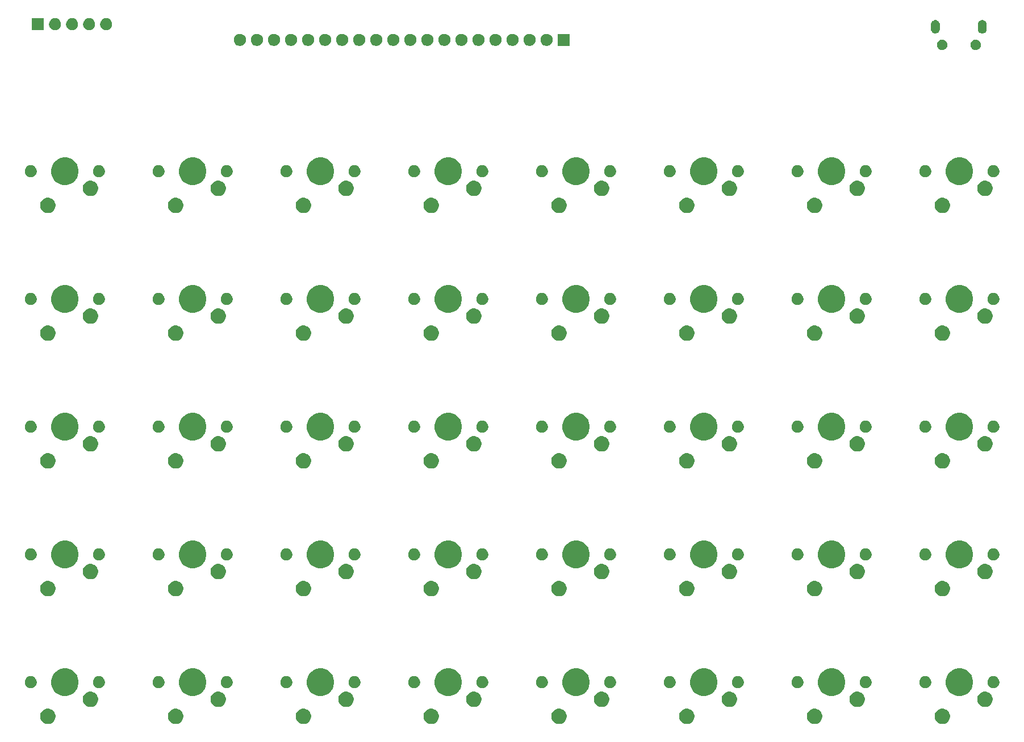
<source format=gbr>
G04 #@! TF.GenerationSoftware,KiCad,Pcbnew,(5.1.5)-3*
G04 #@! TF.CreationDate,2020-03-15T15:33:01+08:00*
G04 #@! TF.ProjectId,XS40,58533430-2e6b-4696-9361-645f70636258,rev?*
G04 #@! TF.SameCoordinates,Original*
G04 #@! TF.FileFunction,Soldermask,Top*
G04 #@! TF.FilePolarity,Negative*
%FSLAX46Y46*%
G04 Gerber Fmt 4.6, Leading zero omitted, Abs format (unit mm)*
G04 Created by KiCad (PCBNEW (5.1.5)-3) date 2020-03-15 15:33:01*
%MOMM*%
%LPD*%
G04 APERTURE LIST*
%ADD10C,0.100000*%
G04 APERTURE END LIST*
D10*
G36*
X172411149Y-144108316D02*
G01*
X172522334Y-144130432D01*
X172731803Y-144217197D01*
X172920320Y-144343160D01*
X173080640Y-144503480D01*
X173206603Y-144691997D01*
X173293368Y-144901466D01*
X173337600Y-145123836D01*
X173337600Y-145350564D01*
X173293368Y-145572934D01*
X173206603Y-145782403D01*
X173080640Y-145970920D01*
X172920320Y-146131240D01*
X172731803Y-146257203D01*
X172522334Y-146343968D01*
X172411149Y-146366084D01*
X172299965Y-146388200D01*
X172073235Y-146388200D01*
X171962051Y-146366084D01*
X171850866Y-146343968D01*
X171641397Y-146257203D01*
X171452880Y-146131240D01*
X171292560Y-145970920D01*
X171166597Y-145782403D01*
X171079832Y-145572934D01*
X171035600Y-145350564D01*
X171035600Y-145123836D01*
X171079832Y-144901466D01*
X171166597Y-144691997D01*
X171292560Y-144503480D01*
X171452880Y-144343160D01*
X171641397Y-144217197D01*
X171850866Y-144130432D01*
X171962051Y-144108316D01*
X172073235Y-144086200D01*
X172299965Y-144086200D01*
X172411149Y-144108316D01*
G37*
G36*
X134311149Y-144108316D02*
G01*
X134422334Y-144130432D01*
X134631803Y-144217197D01*
X134820320Y-144343160D01*
X134980640Y-144503480D01*
X135106603Y-144691997D01*
X135193368Y-144901466D01*
X135237600Y-145123836D01*
X135237600Y-145350564D01*
X135193368Y-145572934D01*
X135106603Y-145782403D01*
X134980640Y-145970920D01*
X134820320Y-146131240D01*
X134631803Y-146257203D01*
X134422334Y-146343968D01*
X134311149Y-146366084D01*
X134199965Y-146388200D01*
X133973235Y-146388200D01*
X133862051Y-146366084D01*
X133750866Y-146343968D01*
X133541397Y-146257203D01*
X133352880Y-146131240D01*
X133192560Y-145970920D01*
X133066597Y-145782403D01*
X132979832Y-145572934D01*
X132935600Y-145350564D01*
X132935600Y-145123836D01*
X132979832Y-144901466D01*
X133066597Y-144691997D01*
X133192560Y-144503480D01*
X133352880Y-144343160D01*
X133541397Y-144217197D01*
X133750866Y-144130432D01*
X133862051Y-144108316D01*
X133973235Y-144086200D01*
X134199965Y-144086200D01*
X134311149Y-144108316D01*
G37*
G36*
X115261149Y-144108316D02*
G01*
X115372334Y-144130432D01*
X115581803Y-144217197D01*
X115770320Y-144343160D01*
X115930640Y-144503480D01*
X116056603Y-144691997D01*
X116143368Y-144901466D01*
X116187600Y-145123836D01*
X116187600Y-145350564D01*
X116143368Y-145572934D01*
X116056603Y-145782403D01*
X115930640Y-145970920D01*
X115770320Y-146131240D01*
X115581803Y-146257203D01*
X115372334Y-146343968D01*
X115261149Y-146366084D01*
X115149965Y-146388200D01*
X114923235Y-146388200D01*
X114812051Y-146366084D01*
X114700866Y-146343968D01*
X114491397Y-146257203D01*
X114302880Y-146131240D01*
X114142560Y-145970920D01*
X114016597Y-145782403D01*
X113929832Y-145572934D01*
X113885600Y-145350564D01*
X113885600Y-145123836D01*
X113929832Y-144901466D01*
X114016597Y-144691997D01*
X114142560Y-144503480D01*
X114302880Y-144343160D01*
X114491397Y-144217197D01*
X114700866Y-144130432D01*
X114812051Y-144108316D01*
X114923235Y-144086200D01*
X115149965Y-144086200D01*
X115261149Y-144108316D01*
G37*
G36*
X96211149Y-144108316D02*
G01*
X96322334Y-144130432D01*
X96531803Y-144217197D01*
X96720320Y-144343160D01*
X96880640Y-144503480D01*
X97006603Y-144691997D01*
X97093368Y-144901466D01*
X97137600Y-145123836D01*
X97137600Y-145350564D01*
X97093368Y-145572934D01*
X97006603Y-145782403D01*
X96880640Y-145970920D01*
X96720320Y-146131240D01*
X96531803Y-146257203D01*
X96322334Y-146343968D01*
X96211149Y-146366084D01*
X96099965Y-146388200D01*
X95873235Y-146388200D01*
X95762051Y-146366084D01*
X95650866Y-146343968D01*
X95441397Y-146257203D01*
X95252880Y-146131240D01*
X95092560Y-145970920D01*
X94966597Y-145782403D01*
X94879832Y-145572934D01*
X94835600Y-145350564D01*
X94835600Y-145123836D01*
X94879832Y-144901466D01*
X94966597Y-144691997D01*
X95092560Y-144503480D01*
X95252880Y-144343160D01*
X95441397Y-144217197D01*
X95650866Y-144130432D01*
X95762051Y-144108316D01*
X95873235Y-144086200D01*
X96099965Y-144086200D01*
X96211149Y-144108316D01*
G37*
G36*
X77161149Y-144108316D02*
G01*
X77272334Y-144130432D01*
X77481803Y-144217197D01*
X77670320Y-144343160D01*
X77830640Y-144503480D01*
X77956603Y-144691997D01*
X78043368Y-144901466D01*
X78087600Y-145123836D01*
X78087600Y-145350564D01*
X78043368Y-145572934D01*
X77956603Y-145782403D01*
X77830640Y-145970920D01*
X77670320Y-146131240D01*
X77481803Y-146257203D01*
X77272334Y-146343968D01*
X77161149Y-146366084D01*
X77049965Y-146388200D01*
X76823235Y-146388200D01*
X76712051Y-146366084D01*
X76600866Y-146343968D01*
X76391397Y-146257203D01*
X76202880Y-146131240D01*
X76042560Y-145970920D01*
X75916597Y-145782403D01*
X75829832Y-145572934D01*
X75785600Y-145350564D01*
X75785600Y-145123836D01*
X75829832Y-144901466D01*
X75916597Y-144691997D01*
X76042560Y-144503480D01*
X76202880Y-144343160D01*
X76391397Y-144217197D01*
X76600866Y-144130432D01*
X76712051Y-144108316D01*
X76823235Y-144086200D01*
X77049965Y-144086200D01*
X77161149Y-144108316D01*
G37*
G36*
X58111149Y-144108316D02*
G01*
X58222334Y-144130432D01*
X58431803Y-144217197D01*
X58620320Y-144343160D01*
X58780640Y-144503480D01*
X58906603Y-144691997D01*
X58993368Y-144901466D01*
X59037600Y-145123836D01*
X59037600Y-145350564D01*
X58993368Y-145572934D01*
X58906603Y-145782403D01*
X58780640Y-145970920D01*
X58620320Y-146131240D01*
X58431803Y-146257203D01*
X58222334Y-146343968D01*
X58111149Y-146366084D01*
X57999965Y-146388200D01*
X57773235Y-146388200D01*
X57662051Y-146366084D01*
X57550866Y-146343968D01*
X57341397Y-146257203D01*
X57152880Y-146131240D01*
X56992560Y-145970920D01*
X56866597Y-145782403D01*
X56779832Y-145572934D01*
X56735600Y-145350564D01*
X56735600Y-145123836D01*
X56779832Y-144901466D01*
X56866597Y-144691997D01*
X56992560Y-144503480D01*
X57152880Y-144343160D01*
X57341397Y-144217197D01*
X57550866Y-144130432D01*
X57662051Y-144108316D01*
X57773235Y-144086200D01*
X57999965Y-144086200D01*
X58111149Y-144108316D01*
G37*
G36*
X39061149Y-144108316D02*
G01*
X39172334Y-144130432D01*
X39381803Y-144217197D01*
X39570320Y-144343160D01*
X39730640Y-144503480D01*
X39856603Y-144691997D01*
X39943368Y-144901466D01*
X39987600Y-145123836D01*
X39987600Y-145350564D01*
X39943368Y-145572934D01*
X39856603Y-145782403D01*
X39730640Y-145970920D01*
X39570320Y-146131240D01*
X39381803Y-146257203D01*
X39172334Y-146343968D01*
X39061149Y-146366084D01*
X38949965Y-146388200D01*
X38723235Y-146388200D01*
X38612051Y-146366084D01*
X38500866Y-146343968D01*
X38291397Y-146257203D01*
X38102880Y-146131240D01*
X37942560Y-145970920D01*
X37816597Y-145782403D01*
X37729832Y-145572934D01*
X37685600Y-145350564D01*
X37685600Y-145123836D01*
X37729832Y-144901466D01*
X37816597Y-144691997D01*
X37942560Y-144503480D01*
X38102880Y-144343160D01*
X38291397Y-144217197D01*
X38500866Y-144130432D01*
X38612051Y-144108316D01*
X38723235Y-144086200D01*
X38949965Y-144086200D01*
X39061149Y-144108316D01*
G37*
G36*
X153361149Y-144108316D02*
G01*
X153472334Y-144130432D01*
X153681803Y-144217197D01*
X153870320Y-144343160D01*
X154030640Y-144503480D01*
X154156603Y-144691997D01*
X154243368Y-144901466D01*
X154287600Y-145123836D01*
X154287600Y-145350564D01*
X154243368Y-145572934D01*
X154156603Y-145782403D01*
X154030640Y-145970920D01*
X153870320Y-146131240D01*
X153681803Y-146257203D01*
X153472334Y-146343968D01*
X153361149Y-146366084D01*
X153249965Y-146388200D01*
X153023235Y-146388200D01*
X152912051Y-146366084D01*
X152800866Y-146343968D01*
X152591397Y-146257203D01*
X152402880Y-146131240D01*
X152242560Y-145970920D01*
X152116597Y-145782403D01*
X152029832Y-145572934D01*
X151985600Y-145350564D01*
X151985600Y-145123836D01*
X152029832Y-144901466D01*
X152116597Y-144691997D01*
X152242560Y-144503480D01*
X152402880Y-144343160D01*
X152591397Y-144217197D01*
X152800866Y-144130432D01*
X152912051Y-144108316D01*
X153023235Y-144086200D01*
X153249965Y-144086200D01*
X153361149Y-144108316D01*
G37*
G36*
X83511149Y-141568316D02*
G01*
X83622334Y-141590432D01*
X83831803Y-141677197D01*
X84020320Y-141803160D01*
X84180640Y-141963480D01*
X84306603Y-142151997D01*
X84393368Y-142361466D01*
X84437600Y-142583836D01*
X84437600Y-142810564D01*
X84393368Y-143032934D01*
X84306603Y-143242403D01*
X84180640Y-143430920D01*
X84020320Y-143591240D01*
X83831803Y-143717203D01*
X83622334Y-143803968D01*
X83511149Y-143826084D01*
X83399965Y-143848200D01*
X83173235Y-143848200D01*
X83062051Y-143826084D01*
X82950866Y-143803968D01*
X82741397Y-143717203D01*
X82552880Y-143591240D01*
X82392560Y-143430920D01*
X82266597Y-143242403D01*
X82179832Y-143032934D01*
X82135600Y-142810564D01*
X82135600Y-142583836D01*
X82179832Y-142361466D01*
X82266597Y-142151997D01*
X82392560Y-141963480D01*
X82552880Y-141803160D01*
X82741397Y-141677197D01*
X82950866Y-141590432D01*
X83062051Y-141568316D01*
X83173235Y-141546200D01*
X83399965Y-141546200D01*
X83511149Y-141568316D01*
G37*
G36*
X159711149Y-141568316D02*
G01*
X159822334Y-141590432D01*
X160031803Y-141677197D01*
X160220320Y-141803160D01*
X160380640Y-141963480D01*
X160506603Y-142151997D01*
X160593368Y-142361466D01*
X160637600Y-142583836D01*
X160637600Y-142810564D01*
X160593368Y-143032934D01*
X160506603Y-143242403D01*
X160380640Y-143430920D01*
X160220320Y-143591240D01*
X160031803Y-143717203D01*
X159822334Y-143803968D01*
X159711149Y-143826084D01*
X159599965Y-143848200D01*
X159373235Y-143848200D01*
X159262051Y-143826084D01*
X159150866Y-143803968D01*
X158941397Y-143717203D01*
X158752880Y-143591240D01*
X158592560Y-143430920D01*
X158466597Y-143242403D01*
X158379832Y-143032934D01*
X158335600Y-142810564D01*
X158335600Y-142583836D01*
X158379832Y-142361466D01*
X158466597Y-142151997D01*
X158592560Y-141963480D01*
X158752880Y-141803160D01*
X158941397Y-141677197D01*
X159150866Y-141590432D01*
X159262051Y-141568316D01*
X159373235Y-141546200D01*
X159599965Y-141546200D01*
X159711149Y-141568316D01*
G37*
G36*
X178761149Y-141568316D02*
G01*
X178872334Y-141590432D01*
X179081803Y-141677197D01*
X179270320Y-141803160D01*
X179430640Y-141963480D01*
X179556603Y-142151997D01*
X179643368Y-142361466D01*
X179687600Y-142583836D01*
X179687600Y-142810564D01*
X179643368Y-143032934D01*
X179556603Y-143242403D01*
X179430640Y-143430920D01*
X179270320Y-143591240D01*
X179081803Y-143717203D01*
X178872334Y-143803968D01*
X178761149Y-143826084D01*
X178649965Y-143848200D01*
X178423235Y-143848200D01*
X178312051Y-143826084D01*
X178200866Y-143803968D01*
X177991397Y-143717203D01*
X177802880Y-143591240D01*
X177642560Y-143430920D01*
X177516597Y-143242403D01*
X177429832Y-143032934D01*
X177385600Y-142810564D01*
X177385600Y-142583836D01*
X177429832Y-142361466D01*
X177516597Y-142151997D01*
X177642560Y-141963480D01*
X177802880Y-141803160D01*
X177991397Y-141677197D01*
X178200866Y-141590432D01*
X178312051Y-141568316D01*
X178423235Y-141546200D01*
X178649965Y-141546200D01*
X178761149Y-141568316D01*
G37*
G36*
X140661149Y-141568316D02*
G01*
X140772334Y-141590432D01*
X140981803Y-141677197D01*
X141170320Y-141803160D01*
X141330640Y-141963480D01*
X141456603Y-142151997D01*
X141543368Y-142361466D01*
X141587600Y-142583836D01*
X141587600Y-142810564D01*
X141543368Y-143032934D01*
X141456603Y-143242403D01*
X141330640Y-143430920D01*
X141170320Y-143591240D01*
X140981803Y-143717203D01*
X140772334Y-143803968D01*
X140661149Y-143826084D01*
X140549965Y-143848200D01*
X140323235Y-143848200D01*
X140212051Y-143826084D01*
X140100866Y-143803968D01*
X139891397Y-143717203D01*
X139702880Y-143591240D01*
X139542560Y-143430920D01*
X139416597Y-143242403D01*
X139329832Y-143032934D01*
X139285600Y-142810564D01*
X139285600Y-142583836D01*
X139329832Y-142361466D01*
X139416597Y-142151997D01*
X139542560Y-141963480D01*
X139702880Y-141803160D01*
X139891397Y-141677197D01*
X140100866Y-141590432D01*
X140212051Y-141568316D01*
X140323235Y-141546200D01*
X140549965Y-141546200D01*
X140661149Y-141568316D01*
G37*
G36*
X121611149Y-141568316D02*
G01*
X121722334Y-141590432D01*
X121931803Y-141677197D01*
X122120320Y-141803160D01*
X122280640Y-141963480D01*
X122406603Y-142151997D01*
X122493368Y-142361466D01*
X122537600Y-142583836D01*
X122537600Y-142810564D01*
X122493368Y-143032934D01*
X122406603Y-143242403D01*
X122280640Y-143430920D01*
X122120320Y-143591240D01*
X121931803Y-143717203D01*
X121722334Y-143803968D01*
X121611149Y-143826084D01*
X121499965Y-143848200D01*
X121273235Y-143848200D01*
X121162051Y-143826084D01*
X121050866Y-143803968D01*
X120841397Y-143717203D01*
X120652880Y-143591240D01*
X120492560Y-143430920D01*
X120366597Y-143242403D01*
X120279832Y-143032934D01*
X120235600Y-142810564D01*
X120235600Y-142583836D01*
X120279832Y-142361466D01*
X120366597Y-142151997D01*
X120492560Y-141963480D01*
X120652880Y-141803160D01*
X120841397Y-141677197D01*
X121050866Y-141590432D01*
X121162051Y-141568316D01*
X121273235Y-141546200D01*
X121499965Y-141546200D01*
X121611149Y-141568316D01*
G37*
G36*
X102561149Y-141568316D02*
G01*
X102672334Y-141590432D01*
X102881803Y-141677197D01*
X103070320Y-141803160D01*
X103230640Y-141963480D01*
X103356603Y-142151997D01*
X103443368Y-142361466D01*
X103487600Y-142583836D01*
X103487600Y-142810564D01*
X103443368Y-143032934D01*
X103356603Y-143242403D01*
X103230640Y-143430920D01*
X103070320Y-143591240D01*
X102881803Y-143717203D01*
X102672334Y-143803968D01*
X102561149Y-143826084D01*
X102449965Y-143848200D01*
X102223235Y-143848200D01*
X102112051Y-143826084D01*
X102000866Y-143803968D01*
X101791397Y-143717203D01*
X101602880Y-143591240D01*
X101442560Y-143430920D01*
X101316597Y-143242403D01*
X101229832Y-143032934D01*
X101185600Y-142810564D01*
X101185600Y-142583836D01*
X101229832Y-142361466D01*
X101316597Y-142151997D01*
X101442560Y-141963480D01*
X101602880Y-141803160D01*
X101791397Y-141677197D01*
X102000866Y-141590432D01*
X102112051Y-141568316D01*
X102223235Y-141546200D01*
X102449965Y-141546200D01*
X102561149Y-141568316D01*
G37*
G36*
X64461149Y-141568316D02*
G01*
X64572334Y-141590432D01*
X64781803Y-141677197D01*
X64970320Y-141803160D01*
X65130640Y-141963480D01*
X65256603Y-142151997D01*
X65343368Y-142361466D01*
X65387600Y-142583836D01*
X65387600Y-142810564D01*
X65343368Y-143032934D01*
X65256603Y-143242403D01*
X65130640Y-143430920D01*
X64970320Y-143591240D01*
X64781803Y-143717203D01*
X64572334Y-143803968D01*
X64461149Y-143826084D01*
X64349965Y-143848200D01*
X64123235Y-143848200D01*
X64012051Y-143826084D01*
X63900866Y-143803968D01*
X63691397Y-143717203D01*
X63502880Y-143591240D01*
X63342560Y-143430920D01*
X63216597Y-143242403D01*
X63129832Y-143032934D01*
X63085600Y-142810564D01*
X63085600Y-142583836D01*
X63129832Y-142361466D01*
X63216597Y-142151997D01*
X63342560Y-141963480D01*
X63502880Y-141803160D01*
X63691397Y-141677197D01*
X63900866Y-141590432D01*
X64012051Y-141568316D01*
X64123235Y-141546200D01*
X64349965Y-141546200D01*
X64461149Y-141568316D01*
G37*
G36*
X45411149Y-141568316D02*
G01*
X45522334Y-141590432D01*
X45731803Y-141677197D01*
X45920320Y-141803160D01*
X46080640Y-141963480D01*
X46206603Y-142151997D01*
X46293368Y-142361466D01*
X46337600Y-142583836D01*
X46337600Y-142810564D01*
X46293368Y-143032934D01*
X46206603Y-143242403D01*
X46080640Y-143430920D01*
X45920320Y-143591240D01*
X45731803Y-143717203D01*
X45522334Y-143803968D01*
X45411149Y-143826084D01*
X45299965Y-143848200D01*
X45073235Y-143848200D01*
X44962051Y-143826084D01*
X44850866Y-143803968D01*
X44641397Y-143717203D01*
X44452880Y-143591240D01*
X44292560Y-143430920D01*
X44166597Y-143242403D01*
X44079832Y-143032934D01*
X44035600Y-142810564D01*
X44035600Y-142583836D01*
X44079832Y-142361466D01*
X44166597Y-142151997D01*
X44292560Y-141963480D01*
X44452880Y-141803160D01*
X44641397Y-141677197D01*
X44850866Y-141590432D01*
X44962051Y-141568316D01*
X45073235Y-141546200D01*
X45299965Y-141546200D01*
X45411149Y-141568316D01*
G37*
G36*
X41974854Y-138185018D02*
G01*
X42348111Y-138339626D01*
X42348113Y-138339627D01*
X42684036Y-138564084D01*
X42969716Y-138849764D01*
X43194174Y-139185689D01*
X43348782Y-139558946D01*
X43427600Y-139955193D01*
X43427600Y-140359207D01*
X43348782Y-140755454D01*
X43194174Y-141128711D01*
X43194173Y-141128713D01*
X42969716Y-141464636D01*
X42684036Y-141750316D01*
X42348113Y-141974773D01*
X42348112Y-141974774D01*
X42348111Y-141974774D01*
X41974854Y-142129382D01*
X41578607Y-142208200D01*
X41174593Y-142208200D01*
X40778346Y-142129382D01*
X40405089Y-141974774D01*
X40405088Y-141974774D01*
X40405087Y-141974773D01*
X40069164Y-141750316D01*
X39783484Y-141464636D01*
X39559027Y-141128713D01*
X39559026Y-141128711D01*
X39404418Y-140755454D01*
X39325600Y-140359207D01*
X39325600Y-139955193D01*
X39404418Y-139558946D01*
X39559026Y-139185689D01*
X39783484Y-138849764D01*
X40069164Y-138564084D01*
X40405087Y-138339627D01*
X40405089Y-138339626D01*
X40778346Y-138185018D01*
X41174593Y-138106200D01*
X41578607Y-138106200D01*
X41974854Y-138185018D01*
G37*
G36*
X137224854Y-138185018D02*
G01*
X137598111Y-138339626D01*
X137598113Y-138339627D01*
X137934036Y-138564084D01*
X138219716Y-138849764D01*
X138444174Y-139185689D01*
X138598782Y-139558946D01*
X138677600Y-139955193D01*
X138677600Y-140359207D01*
X138598782Y-140755454D01*
X138444174Y-141128711D01*
X138444173Y-141128713D01*
X138219716Y-141464636D01*
X137934036Y-141750316D01*
X137598113Y-141974773D01*
X137598112Y-141974774D01*
X137598111Y-141974774D01*
X137224854Y-142129382D01*
X136828607Y-142208200D01*
X136424593Y-142208200D01*
X136028346Y-142129382D01*
X135655089Y-141974774D01*
X135655088Y-141974774D01*
X135655087Y-141974773D01*
X135319164Y-141750316D01*
X135033484Y-141464636D01*
X134809027Y-141128713D01*
X134809026Y-141128711D01*
X134654418Y-140755454D01*
X134575600Y-140359207D01*
X134575600Y-139955193D01*
X134654418Y-139558946D01*
X134809026Y-139185689D01*
X135033484Y-138849764D01*
X135319164Y-138564084D01*
X135655087Y-138339627D01*
X135655089Y-138339626D01*
X136028346Y-138185018D01*
X136424593Y-138106200D01*
X136828607Y-138106200D01*
X137224854Y-138185018D01*
G37*
G36*
X156274854Y-138185018D02*
G01*
X156648111Y-138339626D01*
X156648113Y-138339627D01*
X156984036Y-138564084D01*
X157269716Y-138849764D01*
X157494174Y-139185689D01*
X157648782Y-139558946D01*
X157727600Y-139955193D01*
X157727600Y-140359207D01*
X157648782Y-140755454D01*
X157494174Y-141128711D01*
X157494173Y-141128713D01*
X157269716Y-141464636D01*
X156984036Y-141750316D01*
X156648113Y-141974773D01*
X156648112Y-141974774D01*
X156648111Y-141974774D01*
X156274854Y-142129382D01*
X155878607Y-142208200D01*
X155474593Y-142208200D01*
X155078346Y-142129382D01*
X154705089Y-141974774D01*
X154705088Y-141974774D01*
X154705087Y-141974773D01*
X154369164Y-141750316D01*
X154083484Y-141464636D01*
X153859027Y-141128713D01*
X153859026Y-141128711D01*
X153704418Y-140755454D01*
X153625600Y-140359207D01*
X153625600Y-139955193D01*
X153704418Y-139558946D01*
X153859026Y-139185689D01*
X154083484Y-138849764D01*
X154369164Y-138564084D01*
X154705087Y-138339627D01*
X154705089Y-138339626D01*
X155078346Y-138185018D01*
X155474593Y-138106200D01*
X155878607Y-138106200D01*
X156274854Y-138185018D01*
G37*
G36*
X175324854Y-138185018D02*
G01*
X175698111Y-138339626D01*
X175698113Y-138339627D01*
X176034036Y-138564084D01*
X176319716Y-138849764D01*
X176544174Y-139185689D01*
X176698782Y-139558946D01*
X176777600Y-139955193D01*
X176777600Y-140359207D01*
X176698782Y-140755454D01*
X176544174Y-141128711D01*
X176544173Y-141128713D01*
X176319716Y-141464636D01*
X176034036Y-141750316D01*
X175698113Y-141974773D01*
X175698112Y-141974774D01*
X175698111Y-141974774D01*
X175324854Y-142129382D01*
X174928607Y-142208200D01*
X174524593Y-142208200D01*
X174128346Y-142129382D01*
X173755089Y-141974774D01*
X173755088Y-141974774D01*
X173755087Y-141974773D01*
X173419164Y-141750316D01*
X173133484Y-141464636D01*
X172909027Y-141128713D01*
X172909026Y-141128711D01*
X172754418Y-140755454D01*
X172675600Y-140359207D01*
X172675600Y-139955193D01*
X172754418Y-139558946D01*
X172909026Y-139185689D01*
X173133484Y-138849764D01*
X173419164Y-138564084D01*
X173755087Y-138339627D01*
X173755089Y-138339626D01*
X174128346Y-138185018D01*
X174524593Y-138106200D01*
X174928607Y-138106200D01*
X175324854Y-138185018D01*
G37*
G36*
X118174854Y-138185018D02*
G01*
X118548111Y-138339626D01*
X118548113Y-138339627D01*
X118884036Y-138564084D01*
X119169716Y-138849764D01*
X119394174Y-139185689D01*
X119548782Y-139558946D01*
X119627600Y-139955193D01*
X119627600Y-140359207D01*
X119548782Y-140755454D01*
X119394174Y-141128711D01*
X119394173Y-141128713D01*
X119169716Y-141464636D01*
X118884036Y-141750316D01*
X118548113Y-141974773D01*
X118548112Y-141974774D01*
X118548111Y-141974774D01*
X118174854Y-142129382D01*
X117778607Y-142208200D01*
X117374593Y-142208200D01*
X116978346Y-142129382D01*
X116605089Y-141974774D01*
X116605088Y-141974774D01*
X116605087Y-141974773D01*
X116269164Y-141750316D01*
X115983484Y-141464636D01*
X115759027Y-141128713D01*
X115759026Y-141128711D01*
X115604418Y-140755454D01*
X115525600Y-140359207D01*
X115525600Y-139955193D01*
X115604418Y-139558946D01*
X115759026Y-139185689D01*
X115983484Y-138849764D01*
X116269164Y-138564084D01*
X116605087Y-138339627D01*
X116605089Y-138339626D01*
X116978346Y-138185018D01*
X117374593Y-138106200D01*
X117778607Y-138106200D01*
X118174854Y-138185018D01*
G37*
G36*
X61024854Y-138185018D02*
G01*
X61398111Y-138339626D01*
X61398113Y-138339627D01*
X61734036Y-138564084D01*
X62019716Y-138849764D01*
X62244174Y-139185689D01*
X62398782Y-139558946D01*
X62477600Y-139955193D01*
X62477600Y-140359207D01*
X62398782Y-140755454D01*
X62244174Y-141128711D01*
X62244173Y-141128713D01*
X62019716Y-141464636D01*
X61734036Y-141750316D01*
X61398113Y-141974773D01*
X61398112Y-141974774D01*
X61398111Y-141974774D01*
X61024854Y-142129382D01*
X60628607Y-142208200D01*
X60224593Y-142208200D01*
X59828346Y-142129382D01*
X59455089Y-141974774D01*
X59455088Y-141974774D01*
X59455087Y-141974773D01*
X59119164Y-141750316D01*
X58833484Y-141464636D01*
X58609027Y-141128713D01*
X58609026Y-141128711D01*
X58454418Y-140755454D01*
X58375600Y-140359207D01*
X58375600Y-139955193D01*
X58454418Y-139558946D01*
X58609026Y-139185689D01*
X58833484Y-138849764D01*
X59119164Y-138564084D01*
X59455087Y-138339627D01*
X59455089Y-138339626D01*
X59828346Y-138185018D01*
X60224593Y-138106200D01*
X60628607Y-138106200D01*
X61024854Y-138185018D01*
G37*
G36*
X99124854Y-138185018D02*
G01*
X99498111Y-138339626D01*
X99498113Y-138339627D01*
X99834036Y-138564084D01*
X100119716Y-138849764D01*
X100344174Y-139185689D01*
X100498782Y-139558946D01*
X100577600Y-139955193D01*
X100577600Y-140359207D01*
X100498782Y-140755454D01*
X100344174Y-141128711D01*
X100344173Y-141128713D01*
X100119716Y-141464636D01*
X99834036Y-141750316D01*
X99498113Y-141974773D01*
X99498112Y-141974774D01*
X99498111Y-141974774D01*
X99124854Y-142129382D01*
X98728607Y-142208200D01*
X98324593Y-142208200D01*
X97928346Y-142129382D01*
X97555089Y-141974774D01*
X97555088Y-141974774D01*
X97555087Y-141974773D01*
X97219164Y-141750316D01*
X96933484Y-141464636D01*
X96709027Y-141128713D01*
X96709026Y-141128711D01*
X96554418Y-140755454D01*
X96475600Y-140359207D01*
X96475600Y-139955193D01*
X96554418Y-139558946D01*
X96709026Y-139185689D01*
X96933484Y-138849764D01*
X97219164Y-138564084D01*
X97555087Y-138339627D01*
X97555089Y-138339626D01*
X97928346Y-138185018D01*
X98324593Y-138106200D01*
X98728607Y-138106200D01*
X99124854Y-138185018D01*
G37*
G36*
X80074854Y-138185018D02*
G01*
X80448111Y-138339626D01*
X80448113Y-138339627D01*
X80784036Y-138564084D01*
X81069716Y-138849764D01*
X81294174Y-139185689D01*
X81448782Y-139558946D01*
X81527600Y-139955193D01*
X81527600Y-140359207D01*
X81448782Y-140755454D01*
X81294174Y-141128711D01*
X81294173Y-141128713D01*
X81069716Y-141464636D01*
X80784036Y-141750316D01*
X80448113Y-141974773D01*
X80448112Y-141974774D01*
X80448111Y-141974774D01*
X80074854Y-142129382D01*
X79678607Y-142208200D01*
X79274593Y-142208200D01*
X78878346Y-142129382D01*
X78505089Y-141974774D01*
X78505088Y-141974774D01*
X78505087Y-141974773D01*
X78169164Y-141750316D01*
X77883484Y-141464636D01*
X77659027Y-141128713D01*
X77659026Y-141128711D01*
X77504418Y-140755454D01*
X77425600Y-140359207D01*
X77425600Y-139955193D01*
X77504418Y-139558946D01*
X77659026Y-139185689D01*
X77883484Y-138849764D01*
X78169164Y-138564084D01*
X78505087Y-138339627D01*
X78505089Y-138339626D01*
X78878346Y-138185018D01*
X79274593Y-138106200D01*
X79678607Y-138106200D01*
X80074854Y-138185018D01*
G37*
G36*
X93560112Y-139261127D02*
G01*
X93709412Y-139290824D01*
X93873384Y-139358744D01*
X94020954Y-139457347D01*
X94146453Y-139582846D01*
X94245056Y-139730416D01*
X94312976Y-139894388D01*
X94347600Y-140068459D01*
X94347600Y-140245941D01*
X94312976Y-140420012D01*
X94245056Y-140583984D01*
X94146453Y-140731554D01*
X94020954Y-140857053D01*
X93873384Y-140955656D01*
X93709412Y-141023576D01*
X93560112Y-141053273D01*
X93535342Y-141058200D01*
X93357858Y-141058200D01*
X93333088Y-141053273D01*
X93183788Y-141023576D01*
X93019816Y-140955656D01*
X92872246Y-140857053D01*
X92746747Y-140731554D01*
X92648144Y-140583984D01*
X92580224Y-140420012D01*
X92545600Y-140245941D01*
X92545600Y-140068459D01*
X92580224Y-139894388D01*
X92648144Y-139730416D01*
X92746747Y-139582846D01*
X92872246Y-139457347D01*
X93019816Y-139358744D01*
X93183788Y-139290824D01*
X93333088Y-139261127D01*
X93357858Y-139256200D01*
X93535342Y-139256200D01*
X93560112Y-139261127D01*
G37*
G36*
X179920112Y-139261127D02*
G01*
X180069412Y-139290824D01*
X180233384Y-139358744D01*
X180380954Y-139457347D01*
X180506453Y-139582846D01*
X180605056Y-139730416D01*
X180672976Y-139894388D01*
X180707600Y-140068459D01*
X180707600Y-140245941D01*
X180672976Y-140420012D01*
X180605056Y-140583984D01*
X180506453Y-140731554D01*
X180380954Y-140857053D01*
X180233384Y-140955656D01*
X180069412Y-141023576D01*
X179920112Y-141053273D01*
X179895342Y-141058200D01*
X179717858Y-141058200D01*
X179693088Y-141053273D01*
X179543788Y-141023576D01*
X179379816Y-140955656D01*
X179232246Y-140857053D01*
X179106747Y-140731554D01*
X179008144Y-140583984D01*
X178940224Y-140420012D01*
X178905600Y-140245941D01*
X178905600Y-140068459D01*
X178940224Y-139894388D01*
X179008144Y-139730416D01*
X179106747Y-139582846D01*
X179232246Y-139457347D01*
X179379816Y-139358744D01*
X179543788Y-139290824D01*
X179693088Y-139261127D01*
X179717858Y-139256200D01*
X179895342Y-139256200D01*
X179920112Y-139261127D01*
G37*
G36*
X150710112Y-139261127D02*
G01*
X150859412Y-139290824D01*
X151023384Y-139358744D01*
X151170954Y-139457347D01*
X151296453Y-139582846D01*
X151395056Y-139730416D01*
X151462976Y-139894388D01*
X151497600Y-140068459D01*
X151497600Y-140245941D01*
X151462976Y-140420012D01*
X151395056Y-140583984D01*
X151296453Y-140731554D01*
X151170954Y-140857053D01*
X151023384Y-140955656D01*
X150859412Y-141023576D01*
X150710112Y-141053273D01*
X150685342Y-141058200D01*
X150507858Y-141058200D01*
X150483088Y-141053273D01*
X150333788Y-141023576D01*
X150169816Y-140955656D01*
X150022246Y-140857053D01*
X149896747Y-140731554D01*
X149798144Y-140583984D01*
X149730224Y-140420012D01*
X149695600Y-140245941D01*
X149695600Y-140068459D01*
X149730224Y-139894388D01*
X149798144Y-139730416D01*
X149896747Y-139582846D01*
X150022246Y-139457347D01*
X150169816Y-139358744D01*
X150333788Y-139290824D01*
X150483088Y-139261127D01*
X150507858Y-139256200D01*
X150685342Y-139256200D01*
X150710112Y-139261127D01*
G37*
G36*
X160870112Y-139261127D02*
G01*
X161019412Y-139290824D01*
X161183384Y-139358744D01*
X161330954Y-139457347D01*
X161456453Y-139582846D01*
X161555056Y-139730416D01*
X161622976Y-139894388D01*
X161657600Y-140068459D01*
X161657600Y-140245941D01*
X161622976Y-140420012D01*
X161555056Y-140583984D01*
X161456453Y-140731554D01*
X161330954Y-140857053D01*
X161183384Y-140955656D01*
X161019412Y-141023576D01*
X160870112Y-141053273D01*
X160845342Y-141058200D01*
X160667858Y-141058200D01*
X160643088Y-141053273D01*
X160493788Y-141023576D01*
X160329816Y-140955656D01*
X160182246Y-140857053D01*
X160056747Y-140731554D01*
X159958144Y-140583984D01*
X159890224Y-140420012D01*
X159855600Y-140245941D01*
X159855600Y-140068459D01*
X159890224Y-139894388D01*
X159958144Y-139730416D01*
X160056747Y-139582846D01*
X160182246Y-139457347D01*
X160329816Y-139358744D01*
X160493788Y-139290824D01*
X160643088Y-139261127D01*
X160667858Y-139256200D01*
X160845342Y-139256200D01*
X160870112Y-139261127D01*
G37*
G36*
X169760112Y-139261127D02*
G01*
X169909412Y-139290824D01*
X170073384Y-139358744D01*
X170220954Y-139457347D01*
X170346453Y-139582846D01*
X170445056Y-139730416D01*
X170512976Y-139894388D01*
X170547600Y-140068459D01*
X170547600Y-140245941D01*
X170512976Y-140420012D01*
X170445056Y-140583984D01*
X170346453Y-140731554D01*
X170220954Y-140857053D01*
X170073384Y-140955656D01*
X169909412Y-141023576D01*
X169760112Y-141053273D01*
X169735342Y-141058200D01*
X169557858Y-141058200D01*
X169533088Y-141053273D01*
X169383788Y-141023576D01*
X169219816Y-140955656D01*
X169072246Y-140857053D01*
X168946747Y-140731554D01*
X168848144Y-140583984D01*
X168780224Y-140420012D01*
X168745600Y-140245941D01*
X168745600Y-140068459D01*
X168780224Y-139894388D01*
X168848144Y-139730416D01*
X168946747Y-139582846D01*
X169072246Y-139457347D01*
X169219816Y-139358744D01*
X169383788Y-139290824D01*
X169533088Y-139261127D01*
X169557858Y-139256200D01*
X169735342Y-139256200D01*
X169760112Y-139261127D01*
G37*
G36*
X131660112Y-139261127D02*
G01*
X131809412Y-139290824D01*
X131973384Y-139358744D01*
X132120954Y-139457347D01*
X132246453Y-139582846D01*
X132345056Y-139730416D01*
X132412976Y-139894388D01*
X132447600Y-140068459D01*
X132447600Y-140245941D01*
X132412976Y-140420012D01*
X132345056Y-140583984D01*
X132246453Y-140731554D01*
X132120954Y-140857053D01*
X131973384Y-140955656D01*
X131809412Y-141023576D01*
X131660112Y-141053273D01*
X131635342Y-141058200D01*
X131457858Y-141058200D01*
X131433088Y-141053273D01*
X131283788Y-141023576D01*
X131119816Y-140955656D01*
X130972246Y-140857053D01*
X130846747Y-140731554D01*
X130748144Y-140583984D01*
X130680224Y-140420012D01*
X130645600Y-140245941D01*
X130645600Y-140068459D01*
X130680224Y-139894388D01*
X130748144Y-139730416D01*
X130846747Y-139582846D01*
X130972246Y-139457347D01*
X131119816Y-139358744D01*
X131283788Y-139290824D01*
X131433088Y-139261127D01*
X131457858Y-139256200D01*
X131635342Y-139256200D01*
X131660112Y-139261127D01*
G37*
G36*
X141820112Y-139261127D02*
G01*
X141969412Y-139290824D01*
X142133384Y-139358744D01*
X142280954Y-139457347D01*
X142406453Y-139582846D01*
X142505056Y-139730416D01*
X142572976Y-139894388D01*
X142607600Y-140068459D01*
X142607600Y-140245941D01*
X142572976Y-140420012D01*
X142505056Y-140583984D01*
X142406453Y-140731554D01*
X142280954Y-140857053D01*
X142133384Y-140955656D01*
X141969412Y-141023576D01*
X141820112Y-141053273D01*
X141795342Y-141058200D01*
X141617858Y-141058200D01*
X141593088Y-141053273D01*
X141443788Y-141023576D01*
X141279816Y-140955656D01*
X141132246Y-140857053D01*
X141006747Y-140731554D01*
X140908144Y-140583984D01*
X140840224Y-140420012D01*
X140805600Y-140245941D01*
X140805600Y-140068459D01*
X140840224Y-139894388D01*
X140908144Y-139730416D01*
X141006747Y-139582846D01*
X141132246Y-139457347D01*
X141279816Y-139358744D01*
X141443788Y-139290824D01*
X141593088Y-139261127D01*
X141617858Y-139256200D01*
X141795342Y-139256200D01*
X141820112Y-139261127D01*
G37*
G36*
X122770112Y-139261127D02*
G01*
X122919412Y-139290824D01*
X123083384Y-139358744D01*
X123230954Y-139457347D01*
X123356453Y-139582846D01*
X123455056Y-139730416D01*
X123522976Y-139894388D01*
X123557600Y-140068459D01*
X123557600Y-140245941D01*
X123522976Y-140420012D01*
X123455056Y-140583984D01*
X123356453Y-140731554D01*
X123230954Y-140857053D01*
X123083384Y-140955656D01*
X122919412Y-141023576D01*
X122770112Y-141053273D01*
X122745342Y-141058200D01*
X122567858Y-141058200D01*
X122543088Y-141053273D01*
X122393788Y-141023576D01*
X122229816Y-140955656D01*
X122082246Y-140857053D01*
X121956747Y-140731554D01*
X121858144Y-140583984D01*
X121790224Y-140420012D01*
X121755600Y-140245941D01*
X121755600Y-140068459D01*
X121790224Y-139894388D01*
X121858144Y-139730416D01*
X121956747Y-139582846D01*
X122082246Y-139457347D01*
X122229816Y-139358744D01*
X122393788Y-139290824D01*
X122543088Y-139261127D01*
X122567858Y-139256200D01*
X122745342Y-139256200D01*
X122770112Y-139261127D01*
G37*
G36*
X103720112Y-139261127D02*
G01*
X103869412Y-139290824D01*
X104033384Y-139358744D01*
X104180954Y-139457347D01*
X104306453Y-139582846D01*
X104405056Y-139730416D01*
X104472976Y-139894388D01*
X104507600Y-140068459D01*
X104507600Y-140245941D01*
X104472976Y-140420012D01*
X104405056Y-140583984D01*
X104306453Y-140731554D01*
X104180954Y-140857053D01*
X104033384Y-140955656D01*
X103869412Y-141023576D01*
X103720112Y-141053273D01*
X103695342Y-141058200D01*
X103517858Y-141058200D01*
X103493088Y-141053273D01*
X103343788Y-141023576D01*
X103179816Y-140955656D01*
X103032246Y-140857053D01*
X102906747Y-140731554D01*
X102808144Y-140583984D01*
X102740224Y-140420012D01*
X102705600Y-140245941D01*
X102705600Y-140068459D01*
X102740224Y-139894388D01*
X102808144Y-139730416D01*
X102906747Y-139582846D01*
X103032246Y-139457347D01*
X103179816Y-139358744D01*
X103343788Y-139290824D01*
X103493088Y-139261127D01*
X103517858Y-139256200D01*
X103695342Y-139256200D01*
X103720112Y-139261127D01*
G37*
G36*
X46570112Y-139261127D02*
G01*
X46719412Y-139290824D01*
X46883384Y-139358744D01*
X47030954Y-139457347D01*
X47156453Y-139582846D01*
X47255056Y-139730416D01*
X47322976Y-139894388D01*
X47357600Y-140068459D01*
X47357600Y-140245941D01*
X47322976Y-140420012D01*
X47255056Y-140583984D01*
X47156453Y-140731554D01*
X47030954Y-140857053D01*
X46883384Y-140955656D01*
X46719412Y-141023576D01*
X46570112Y-141053273D01*
X46545342Y-141058200D01*
X46367858Y-141058200D01*
X46343088Y-141053273D01*
X46193788Y-141023576D01*
X46029816Y-140955656D01*
X45882246Y-140857053D01*
X45756747Y-140731554D01*
X45658144Y-140583984D01*
X45590224Y-140420012D01*
X45555600Y-140245941D01*
X45555600Y-140068459D01*
X45590224Y-139894388D01*
X45658144Y-139730416D01*
X45756747Y-139582846D01*
X45882246Y-139457347D01*
X46029816Y-139358744D01*
X46193788Y-139290824D01*
X46343088Y-139261127D01*
X46367858Y-139256200D01*
X46545342Y-139256200D01*
X46570112Y-139261127D01*
G37*
G36*
X84670112Y-139261127D02*
G01*
X84819412Y-139290824D01*
X84983384Y-139358744D01*
X85130954Y-139457347D01*
X85256453Y-139582846D01*
X85355056Y-139730416D01*
X85422976Y-139894388D01*
X85457600Y-140068459D01*
X85457600Y-140245941D01*
X85422976Y-140420012D01*
X85355056Y-140583984D01*
X85256453Y-140731554D01*
X85130954Y-140857053D01*
X84983384Y-140955656D01*
X84819412Y-141023576D01*
X84670112Y-141053273D01*
X84645342Y-141058200D01*
X84467858Y-141058200D01*
X84443088Y-141053273D01*
X84293788Y-141023576D01*
X84129816Y-140955656D01*
X83982246Y-140857053D01*
X83856747Y-140731554D01*
X83758144Y-140583984D01*
X83690224Y-140420012D01*
X83655600Y-140245941D01*
X83655600Y-140068459D01*
X83690224Y-139894388D01*
X83758144Y-139730416D01*
X83856747Y-139582846D01*
X83982246Y-139457347D01*
X84129816Y-139358744D01*
X84293788Y-139290824D01*
X84443088Y-139261127D01*
X84467858Y-139256200D01*
X84645342Y-139256200D01*
X84670112Y-139261127D01*
G37*
G36*
X74510112Y-139261127D02*
G01*
X74659412Y-139290824D01*
X74823384Y-139358744D01*
X74970954Y-139457347D01*
X75096453Y-139582846D01*
X75195056Y-139730416D01*
X75262976Y-139894388D01*
X75297600Y-140068459D01*
X75297600Y-140245941D01*
X75262976Y-140420012D01*
X75195056Y-140583984D01*
X75096453Y-140731554D01*
X74970954Y-140857053D01*
X74823384Y-140955656D01*
X74659412Y-141023576D01*
X74510112Y-141053273D01*
X74485342Y-141058200D01*
X74307858Y-141058200D01*
X74283088Y-141053273D01*
X74133788Y-141023576D01*
X73969816Y-140955656D01*
X73822246Y-140857053D01*
X73696747Y-140731554D01*
X73598144Y-140583984D01*
X73530224Y-140420012D01*
X73495600Y-140245941D01*
X73495600Y-140068459D01*
X73530224Y-139894388D01*
X73598144Y-139730416D01*
X73696747Y-139582846D01*
X73822246Y-139457347D01*
X73969816Y-139358744D01*
X74133788Y-139290824D01*
X74283088Y-139261127D01*
X74307858Y-139256200D01*
X74485342Y-139256200D01*
X74510112Y-139261127D01*
G37*
G36*
X36410112Y-139261127D02*
G01*
X36559412Y-139290824D01*
X36723384Y-139358744D01*
X36870954Y-139457347D01*
X36996453Y-139582846D01*
X37095056Y-139730416D01*
X37162976Y-139894388D01*
X37197600Y-140068459D01*
X37197600Y-140245941D01*
X37162976Y-140420012D01*
X37095056Y-140583984D01*
X36996453Y-140731554D01*
X36870954Y-140857053D01*
X36723384Y-140955656D01*
X36559412Y-141023576D01*
X36410112Y-141053273D01*
X36385342Y-141058200D01*
X36207858Y-141058200D01*
X36183088Y-141053273D01*
X36033788Y-141023576D01*
X35869816Y-140955656D01*
X35722246Y-140857053D01*
X35596747Y-140731554D01*
X35498144Y-140583984D01*
X35430224Y-140420012D01*
X35395600Y-140245941D01*
X35395600Y-140068459D01*
X35430224Y-139894388D01*
X35498144Y-139730416D01*
X35596747Y-139582846D01*
X35722246Y-139457347D01*
X35869816Y-139358744D01*
X36033788Y-139290824D01*
X36183088Y-139261127D01*
X36207858Y-139256200D01*
X36385342Y-139256200D01*
X36410112Y-139261127D01*
G37*
G36*
X55460112Y-139261127D02*
G01*
X55609412Y-139290824D01*
X55773384Y-139358744D01*
X55920954Y-139457347D01*
X56046453Y-139582846D01*
X56145056Y-139730416D01*
X56212976Y-139894388D01*
X56247600Y-140068459D01*
X56247600Y-140245941D01*
X56212976Y-140420012D01*
X56145056Y-140583984D01*
X56046453Y-140731554D01*
X55920954Y-140857053D01*
X55773384Y-140955656D01*
X55609412Y-141023576D01*
X55460112Y-141053273D01*
X55435342Y-141058200D01*
X55257858Y-141058200D01*
X55233088Y-141053273D01*
X55083788Y-141023576D01*
X54919816Y-140955656D01*
X54772246Y-140857053D01*
X54646747Y-140731554D01*
X54548144Y-140583984D01*
X54480224Y-140420012D01*
X54445600Y-140245941D01*
X54445600Y-140068459D01*
X54480224Y-139894388D01*
X54548144Y-139730416D01*
X54646747Y-139582846D01*
X54772246Y-139457347D01*
X54919816Y-139358744D01*
X55083788Y-139290824D01*
X55233088Y-139261127D01*
X55257858Y-139256200D01*
X55435342Y-139256200D01*
X55460112Y-139261127D01*
G37*
G36*
X65620112Y-139261127D02*
G01*
X65769412Y-139290824D01*
X65933384Y-139358744D01*
X66080954Y-139457347D01*
X66206453Y-139582846D01*
X66305056Y-139730416D01*
X66372976Y-139894388D01*
X66407600Y-140068459D01*
X66407600Y-140245941D01*
X66372976Y-140420012D01*
X66305056Y-140583984D01*
X66206453Y-140731554D01*
X66080954Y-140857053D01*
X65933384Y-140955656D01*
X65769412Y-141023576D01*
X65620112Y-141053273D01*
X65595342Y-141058200D01*
X65417858Y-141058200D01*
X65393088Y-141053273D01*
X65243788Y-141023576D01*
X65079816Y-140955656D01*
X64932246Y-140857053D01*
X64806747Y-140731554D01*
X64708144Y-140583984D01*
X64640224Y-140420012D01*
X64605600Y-140245941D01*
X64605600Y-140068459D01*
X64640224Y-139894388D01*
X64708144Y-139730416D01*
X64806747Y-139582846D01*
X64932246Y-139457347D01*
X65079816Y-139358744D01*
X65243788Y-139290824D01*
X65393088Y-139261127D01*
X65417858Y-139256200D01*
X65595342Y-139256200D01*
X65620112Y-139261127D01*
G37*
G36*
X112610112Y-139261127D02*
G01*
X112759412Y-139290824D01*
X112923384Y-139358744D01*
X113070954Y-139457347D01*
X113196453Y-139582846D01*
X113295056Y-139730416D01*
X113362976Y-139894388D01*
X113397600Y-140068459D01*
X113397600Y-140245941D01*
X113362976Y-140420012D01*
X113295056Y-140583984D01*
X113196453Y-140731554D01*
X113070954Y-140857053D01*
X112923384Y-140955656D01*
X112759412Y-141023576D01*
X112610112Y-141053273D01*
X112585342Y-141058200D01*
X112407858Y-141058200D01*
X112383088Y-141053273D01*
X112233788Y-141023576D01*
X112069816Y-140955656D01*
X111922246Y-140857053D01*
X111796747Y-140731554D01*
X111698144Y-140583984D01*
X111630224Y-140420012D01*
X111595600Y-140245941D01*
X111595600Y-140068459D01*
X111630224Y-139894388D01*
X111698144Y-139730416D01*
X111796747Y-139582846D01*
X111922246Y-139457347D01*
X112069816Y-139358744D01*
X112233788Y-139290824D01*
X112383088Y-139261127D01*
X112407858Y-139256200D01*
X112585342Y-139256200D01*
X112610112Y-139261127D01*
G37*
G36*
X153361149Y-125058316D02*
G01*
X153472334Y-125080432D01*
X153681803Y-125167197D01*
X153870320Y-125293160D01*
X154030640Y-125453480D01*
X154156603Y-125641997D01*
X154243368Y-125851466D01*
X154287600Y-126073836D01*
X154287600Y-126300564D01*
X154243368Y-126522934D01*
X154156603Y-126732403D01*
X154030640Y-126920920D01*
X153870320Y-127081240D01*
X153681803Y-127207203D01*
X153472334Y-127293968D01*
X153361149Y-127316084D01*
X153249965Y-127338200D01*
X153023235Y-127338200D01*
X152912051Y-127316084D01*
X152800866Y-127293968D01*
X152591397Y-127207203D01*
X152402880Y-127081240D01*
X152242560Y-126920920D01*
X152116597Y-126732403D01*
X152029832Y-126522934D01*
X151985600Y-126300564D01*
X151985600Y-126073836D01*
X152029832Y-125851466D01*
X152116597Y-125641997D01*
X152242560Y-125453480D01*
X152402880Y-125293160D01*
X152591397Y-125167197D01*
X152800866Y-125080432D01*
X152912051Y-125058316D01*
X153023235Y-125036200D01*
X153249965Y-125036200D01*
X153361149Y-125058316D01*
G37*
G36*
X172411149Y-125058316D02*
G01*
X172522334Y-125080432D01*
X172731803Y-125167197D01*
X172920320Y-125293160D01*
X173080640Y-125453480D01*
X173206603Y-125641997D01*
X173293368Y-125851466D01*
X173337600Y-126073836D01*
X173337600Y-126300564D01*
X173293368Y-126522934D01*
X173206603Y-126732403D01*
X173080640Y-126920920D01*
X172920320Y-127081240D01*
X172731803Y-127207203D01*
X172522334Y-127293968D01*
X172411149Y-127316084D01*
X172299965Y-127338200D01*
X172073235Y-127338200D01*
X171962051Y-127316084D01*
X171850866Y-127293968D01*
X171641397Y-127207203D01*
X171452880Y-127081240D01*
X171292560Y-126920920D01*
X171166597Y-126732403D01*
X171079832Y-126522934D01*
X171035600Y-126300564D01*
X171035600Y-126073836D01*
X171079832Y-125851466D01*
X171166597Y-125641997D01*
X171292560Y-125453480D01*
X171452880Y-125293160D01*
X171641397Y-125167197D01*
X171850866Y-125080432D01*
X171962051Y-125058316D01*
X172073235Y-125036200D01*
X172299965Y-125036200D01*
X172411149Y-125058316D01*
G37*
G36*
X134311149Y-125058316D02*
G01*
X134422334Y-125080432D01*
X134631803Y-125167197D01*
X134820320Y-125293160D01*
X134980640Y-125453480D01*
X135106603Y-125641997D01*
X135193368Y-125851466D01*
X135237600Y-126073836D01*
X135237600Y-126300564D01*
X135193368Y-126522934D01*
X135106603Y-126732403D01*
X134980640Y-126920920D01*
X134820320Y-127081240D01*
X134631803Y-127207203D01*
X134422334Y-127293968D01*
X134311149Y-127316084D01*
X134199965Y-127338200D01*
X133973235Y-127338200D01*
X133862051Y-127316084D01*
X133750866Y-127293968D01*
X133541397Y-127207203D01*
X133352880Y-127081240D01*
X133192560Y-126920920D01*
X133066597Y-126732403D01*
X132979832Y-126522934D01*
X132935600Y-126300564D01*
X132935600Y-126073836D01*
X132979832Y-125851466D01*
X133066597Y-125641997D01*
X133192560Y-125453480D01*
X133352880Y-125293160D01*
X133541397Y-125167197D01*
X133750866Y-125080432D01*
X133862051Y-125058316D01*
X133973235Y-125036200D01*
X134199965Y-125036200D01*
X134311149Y-125058316D01*
G37*
G36*
X115261149Y-125058316D02*
G01*
X115372334Y-125080432D01*
X115581803Y-125167197D01*
X115770320Y-125293160D01*
X115930640Y-125453480D01*
X116056603Y-125641997D01*
X116143368Y-125851466D01*
X116187600Y-126073836D01*
X116187600Y-126300564D01*
X116143368Y-126522934D01*
X116056603Y-126732403D01*
X115930640Y-126920920D01*
X115770320Y-127081240D01*
X115581803Y-127207203D01*
X115372334Y-127293968D01*
X115261149Y-127316084D01*
X115149965Y-127338200D01*
X114923235Y-127338200D01*
X114812051Y-127316084D01*
X114700866Y-127293968D01*
X114491397Y-127207203D01*
X114302880Y-127081240D01*
X114142560Y-126920920D01*
X114016597Y-126732403D01*
X113929832Y-126522934D01*
X113885600Y-126300564D01*
X113885600Y-126073836D01*
X113929832Y-125851466D01*
X114016597Y-125641997D01*
X114142560Y-125453480D01*
X114302880Y-125293160D01*
X114491397Y-125167197D01*
X114700866Y-125080432D01*
X114812051Y-125058316D01*
X114923235Y-125036200D01*
X115149965Y-125036200D01*
X115261149Y-125058316D01*
G37*
G36*
X96211149Y-125058316D02*
G01*
X96322334Y-125080432D01*
X96531803Y-125167197D01*
X96720320Y-125293160D01*
X96880640Y-125453480D01*
X97006603Y-125641997D01*
X97093368Y-125851466D01*
X97137600Y-126073836D01*
X97137600Y-126300564D01*
X97093368Y-126522934D01*
X97006603Y-126732403D01*
X96880640Y-126920920D01*
X96720320Y-127081240D01*
X96531803Y-127207203D01*
X96322334Y-127293968D01*
X96211149Y-127316084D01*
X96099965Y-127338200D01*
X95873235Y-127338200D01*
X95762051Y-127316084D01*
X95650866Y-127293968D01*
X95441397Y-127207203D01*
X95252880Y-127081240D01*
X95092560Y-126920920D01*
X94966597Y-126732403D01*
X94879832Y-126522934D01*
X94835600Y-126300564D01*
X94835600Y-126073836D01*
X94879832Y-125851466D01*
X94966597Y-125641997D01*
X95092560Y-125453480D01*
X95252880Y-125293160D01*
X95441397Y-125167197D01*
X95650866Y-125080432D01*
X95762051Y-125058316D01*
X95873235Y-125036200D01*
X96099965Y-125036200D01*
X96211149Y-125058316D01*
G37*
G36*
X77161149Y-125058316D02*
G01*
X77272334Y-125080432D01*
X77481803Y-125167197D01*
X77670320Y-125293160D01*
X77830640Y-125453480D01*
X77956603Y-125641997D01*
X78043368Y-125851466D01*
X78087600Y-126073836D01*
X78087600Y-126300564D01*
X78043368Y-126522934D01*
X77956603Y-126732403D01*
X77830640Y-126920920D01*
X77670320Y-127081240D01*
X77481803Y-127207203D01*
X77272334Y-127293968D01*
X77161149Y-127316084D01*
X77049965Y-127338200D01*
X76823235Y-127338200D01*
X76712051Y-127316084D01*
X76600866Y-127293968D01*
X76391397Y-127207203D01*
X76202880Y-127081240D01*
X76042560Y-126920920D01*
X75916597Y-126732403D01*
X75829832Y-126522934D01*
X75785600Y-126300564D01*
X75785600Y-126073836D01*
X75829832Y-125851466D01*
X75916597Y-125641997D01*
X76042560Y-125453480D01*
X76202880Y-125293160D01*
X76391397Y-125167197D01*
X76600866Y-125080432D01*
X76712051Y-125058316D01*
X76823235Y-125036200D01*
X77049965Y-125036200D01*
X77161149Y-125058316D01*
G37*
G36*
X58111149Y-125058316D02*
G01*
X58222334Y-125080432D01*
X58431803Y-125167197D01*
X58620320Y-125293160D01*
X58780640Y-125453480D01*
X58906603Y-125641997D01*
X58993368Y-125851466D01*
X59037600Y-126073836D01*
X59037600Y-126300564D01*
X58993368Y-126522934D01*
X58906603Y-126732403D01*
X58780640Y-126920920D01*
X58620320Y-127081240D01*
X58431803Y-127207203D01*
X58222334Y-127293968D01*
X58111149Y-127316084D01*
X57999965Y-127338200D01*
X57773235Y-127338200D01*
X57662051Y-127316084D01*
X57550866Y-127293968D01*
X57341397Y-127207203D01*
X57152880Y-127081240D01*
X56992560Y-126920920D01*
X56866597Y-126732403D01*
X56779832Y-126522934D01*
X56735600Y-126300564D01*
X56735600Y-126073836D01*
X56779832Y-125851466D01*
X56866597Y-125641997D01*
X56992560Y-125453480D01*
X57152880Y-125293160D01*
X57341397Y-125167197D01*
X57550866Y-125080432D01*
X57662051Y-125058316D01*
X57773235Y-125036200D01*
X57999965Y-125036200D01*
X58111149Y-125058316D01*
G37*
G36*
X39061149Y-125058316D02*
G01*
X39172334Y-125080432D01*
X39381803Y-125167197D01*
X39570320Y-125293160D01*
X39730640Y-125453480D01*
X39856603Y-125641997D01*
X39943368Y-125851466D01*
X39987600Y-126073836D01*
X39987600Y-126300564D01*
X39943368Y-126522934D01*
X39856603Y-126732403D01*
X39730640Y-126920920D01*
X39570320Y-127081240D01*
X39381803Y-127207203D01*
X39172334Y-127293968D01*
X39061149Y-127316084D01*
X38949965Y-127338200D01*
X38723235Y-127338200D01*
X38612051Y-127316084D01*
X38500866Y-127293968D01*
X38291397Y-127207203D01*
X38102880Y-127081240D01*
X37942560Y-126920920D01*
X37816597Y-126732403D01*
X37729832Y-126522934D01*
X37685600Y-126300564D01*
X37685600Y-126073836D01*
X37729832Y-125851466D01*
X37816597Y-125641997D01*
X37942560Y-125453480D01*
X38102880Y-125293160D01*
X38291397Y-125167197D01*
X38500866Y-125080432D01*
X38612051Y-125058316D01*
X38723235Y-125036200D01*
X38949965Y-125036200D01*
X39061149Y-125058316D01*
G37*
G36*
X159711149Y-122518316D02*
G01*
X159822334Y-122540432D01*
X160031803Y-122627197D01*
X160220320Y-122753160D01*
X160380640Y-122913480D01*
X160506603Y-123101997D01*
X160593368Y-123311466D01*
X160637600Y-123533836D01*
X160637600Y-123760564D01*
X160593368Y-123982934D01*
X160506603Y-124192403D01*
X160380640Y-124380920D01*
X160220320Y-124541240D01*
X160031803Y-124667203D01*
X159822334Y-124753968D01*
X159711149Y-124776084D01*
X159599965Y-124798200D01*
X159373235Y-124798200D01*
X159262051Y-124776084D01*
X159150866Y-124753968D01*
X158941397Y-124667203D01*
X158752880Y-124541240D01*
X158592560Y-124380920D01*
X158466597Y-124192403D01*
X158379832Y-123982934D01*
X158335600Y-123760564D01*
X158335600Y-123533836D01*
X158379832Y-123311466D01*
X158466597Y-123101997D01*
X158592560Y-122913480D01*
X158752880Y-122753160D01*
X158941397Y-122627197D01*
X159150866Y-122540432D01*
X159262051Y-122518316D01*
X159373235Y-122496200D01*
X159599965Y-122496200D01*
X159711149Y-122518316D01*
G37*
G36*
X178761149Y-122518316D02*
G01*
X178872334Y-122540432D01*
X179081803Y-122627197D01*
X179270320Y-122753160D01*
X179430640Y-122913480D01*
X179556603Y-123101997D01*
X179643368Y-123311466D01*
X179687600Y-123533836D01*
X179687600Y-123760564D01*
X179643368Y-123982934D01*
X179556603Y-124192403D01*
X179430640Y-124380920D01*
X179270320Y-124541240D01*
X179081803Y-124667203D01*
X178872334Y-124753968D01*
X178761149Y-124776084D01*
X178649965Y-124798200D01*
X178423235Y-124798200D01*
X178312051Y-124776084D01*
X178200866Y-124753968D01*
X177991397Y-124667203D01*
X177802880Y-124541240D01*
X177642560Y-124380920D01*
X177516597Y-124192403D01*
X177429832Y-123982934D01*
X177385600Y-123760564D01*
X177385600Y-123533836D01*
X177429832Y-123311466D01*
X177516597Y-123101997D01*
X177642560Y-122913480D01*
X177802880Y-122753160D01*
X177991397Y-122627197D01*
X178200866Y-122540432D01*
X178312051Y-122518316D01*
X178423235Y-122496200D01*
X178649965Y-122496200D01*
X178761149Y-122518316D01*
G37*
G36*
X64461149Y-122518316D02*
G01*
X64572334Y-122540432D01*
X64781803Y-122627197D01*
X64970320Y-122753160D01*
X65130640Y-122913480D01*
X65256603Y-123101997D01*
X65343368Y-123311466D01*
X65387600Y-123533836D01*
X65387600Y-123760564D01*
X65343368Y-123982934D01*
X65256603Y-124192403D01*
X65130640Y-124380920D01*
X64970320Y-124541240D01*
X64781803Y-124667203D01*
X64572334Y-124753968D01*
X64461149Y-124776084D01*
X64349965Y-124798200D01*
X64123235Y-124798200D01*
X64012051Y-124776084D01*
X63900866Y-124753968D01*
X63691397Y-124667203D01*
X63502880Y-124541240D01*
X63342560Y-124380920D01*
X63216597Y-124192403D01*
X63129832Y-123982934D01*
X63085600Y-123760564D01*
X63085600Y-123533836D01*
X63129832Y-123311466D01*
X63216597Y-123101997D01*
X63342560Y-122913480D01*
X63502880Y-122753160D01*
X63691397Y-122627197D01*
X63900866Y-122540432D01*
X64012051Y-122518316D01*
X64123235Y-122496200D01*
X64349965Y-122496200D01*
X64461149Y-122518316D01*
G37*
G36*
X102561149Y-122518316D02*
G01*
X102672334Y-122540432D01*
X102881803Y-122627197D01*
X103070320Y-122753160D01*
X103230640Y-122913480D01*
X103356603Y-123101997D01*
X103443368Y-123311466D01*
X103487600Y-123533836D01*
X103487600Y-123760564D01*
X103443368Y-123982934D01*
X103356603Y-124192403D01*
X103230640Y-124380920D01*
X103070320Y-124541240D01*
X102881803Y-124667203D01*
X102672334Y-124753968D01*
X102561149Y-124776084D01*
X102449965Y-124798200D01*
X102223235Y-124798200D01*
X102112051Y-124776084D01*
X102000866Y-124753968D01*
X101791397Y-124667203D01*
X101602880Y-124541240D01*
X101442560Y-124380920D01*
X101316597Y-124192403D01*
X101229832Y-123982934D01*
X101185600Y-123760564D01*
X101185600Y-123533836D01*
X101229832Y-123311466D01*
X101316597Y-123101997D01*
X101442560Y-122913480D01*
X101602880Y-122753160D01*
X101791397Y-122627197D01*
X102000866Y-122540432D01*
X102112051Y-122518316D01*
X102223235Y-122496200D01*
X102449965Y-122496200D01*
X102561149Y-122518316D01*
G37*
G36*
X140661149Y-122518316D02*
G01*
X140772334Y-122540432D01*
X140981803Y-122627197D01*
X141170320Y-122753160D01*
X141330640Y-122913480D01*
X141456603Y-123101997D01*
X141543368Y-123311466D01*
X141587600Y-123533836D01*
X141587600Y-123760564D01*
X141543368Y-123982934D01*
X141456603Y-124192403D01*
X141330640Y-124380920D01*
X141170320Y-124541240D01*
X140981803Y-124667203D01*
X140772334Y-124753968D01*
X140661149Y-124776084D01*
X140549965Y-124798200D01*
X140323235Y-124798200D01*
X140212051Y-124776084D01*
X140100866Y-124753968D01*
X139891397Y-124667203D01*
X139702880Y-124541240D01*
X139542560Y-124380920D01*
X139416597Y-124192403D01*
X139329832Y-123982934D01*
X139285600Y-123760564D01*
X139285600Y-123533836D01*
X139329832Y-123311466D01*
X139416597Y-123101997D01*
X139542560Y-122913480D01*
X139702880Y-122753160D01*
X139891397Y-122627197D01*
X140100866Y-122540432D01*
X140212051Y-122518316D01*
X140323235Y-122496200D01*
X140549965Y-122496200D01*
X140661149Y-122518316D01*
G37*
G36*
X121611149Y-122518316D02*
G01*
X121722334Y-122540432D01*
X121931803Y-122627197D01*
X122120320Y-122753160D01*
X122280640Y-122913480D01*
X122406603Y-123101997D01*
X122493368Y-123311466D01*
X122537600Y-123533836D01*
X122537600Y-123760564D01*
X122493368Y-123982934D01*
X122406603Y-124192403D01*
X122280640Y-124380920D01*
X122120320Y-124541240D01*
X121931803Y-124667203D01*
X121722334Y-124753968D01*
X121611149Y-124776084D01*
X121499965Y-124798200D01*
X121273235Y-124798200D01*
X121162051Y-124776084D01*
X121050866Y-124753968D01*
X120841397Y-124667203D01*
X120652880Y-124541240D01*
X120492560Y-124380920D01*
X120366597Y-124192403D01*
X120279832Y-123982934D01*
X120235600Y-123760564D01*
X120235600Y-123533836D01*
X120279832Y-123311466D01*
X120366597Y-123101997D01*
X120492560Y-122913480D01*
X120652880Y-122753160D01*
X120841397Y-122627197D01*
X121050866Y-122540432D01*
X121162051Y-122518316D01*
X121273235Y-122496200D01*
X121499965Y-122496200D01*
X121611149Y-122518316D01*
G37*
G36*
X83511149Y-122518316D02*
G01*
X83622334Y-122540432D01*
X83831803Y-122627197D01*
X84020320Y-122753160D01*
X84180640Y-122913480D01*
X84306603Y-123101997D01*
X84393368Y-123311466D01*
X84437600Y-123533836D01*
X84437600Y-123760564D01*
X84393368Y-123982934D01*
X84306603Y-124192403D01*
X84180640Y-124380920D01*
X84020320Y-124541240D01*
X83831803Y-124667203D01*
X83622334Y-124753968D01*
X83511149Y-124776084D01*
X83399965Y-124798200D01*
X83173235Y-124798200D01*
X83062051Y-124776084D01*
X82950866Y-124753968D01*
X82741397Y-124667203D01*
X82552880Y-124541240D01*
X82392560Y-124380920D01*
X82266597Y-124192403D01*
X82179832Y-123982934D01*
X82135600Y-123760564D01*
X82135600Y-123533836D01*
X82179832Y-123311466D01*
X82266597Y-123101997D01*
X82392560Y-122913480D01*
X82552880Y-122753160D01*
X82741397Y-122627197D01*
X82950866Y-122540432D01*
X83062051Y-122518316D01*
X83173235Y-122496200D01*
X83399965Y-122496200D01*
X83511149Y-122518316D01*
G37*
G36*
X45411149Y-122518316D02*
G01*
X45522334Y-122540432D01*
X45731803Y-122627197D01*
X45920320Y-122753160D01*
X46080640Y-122913480D01*
X46206603Y-123101997D01*
X46293368Y-123311466D01*
X46337600Y-123533836D01*
X46337600Y-123760564D01*
X46293368Y-123982934D01*
X46206603Y-124192403D01*
X46080640Y-124380920D01*
X45920320Y-124541240D01*
X45731803Y-124667203D01*
X45522334Y-124753968D01*
X45411149Y-124776084D01*
X45299965Y-124798200D01*
X45073235Y-124798200D01*
X44962051Y-124776084D01*
X44850866Y-124753968D01*
X44641397Y-124667203D01*
X44452880Y-124541240D01*
X44292560Y-124380920D01*
X44166597Y-124192403D01*
X44079832Y-123982934D01*
X44035600Y-123760564D01*
X44035600Y-123533836D01*
X44079832Y-123311466D01*
X44166597Y-123101997D01*
X44292560Y-122913480D01*
X44452880Y-122753160D01*
X44641397Y-122627197D01*
X44850866Y-122540432D01*
X44962051Y-122518316D01*
X45073235Y-122496200D01*
X45299965Y-122496200D01*
X45411149Y-122518316D01*
G37*
G36*
X41974854Y-119135018D02*
G01*
X42348111Y-119289626D01*
X42348113Y-119289627D01*
X42684036Y-119514084D01*
X42969716Y-119799764D01*
X43194174Y-120135689D01*
X43348782Y-120508946D01*
X43427600Y-120905193D01*
X43427600Y-121309207D01*
X43348782Y-121705454D01*
X43194174Y-122078711D01*
X43194173Y-122078713D01*
X42969716Y-122414636D01*
X42684036Y-122700316D01*
X42348113Y-122924773D01*
X42348112Y-122924774D01*
X42348111Y-122924774D01*
X41974854Y-123079382D01*
X41578607Y-123158200D01*
X41174593Y-123158200D01*
X40778346Y-123079382D01*
X40405089Y-122924774D01*
X40405088Y-122924774D01*
X40405087Y-122924773D01*
X40069164Y-122700316D01*
X39783484Y-122414636D01*
X39559027Y-122078713D01*
X39559026Y-122078711D01*
X39404418Y-121705454D01*
X39325600Y-121309207D01*
X39325600Y-120905193D01*
X39404418Y-120508946D01*
X39559026Y-120135689D01*
X39783484Y-119799764D01*
X40069164Y-119514084D01*
X40405087Y-119289627D01*
X40405089Y-119289626D01*
X40778346Y-119135018D01*
X41174593Y-119056200D01*
X41578607Y-119056200D01*
X41974854Y-119135018D01*
G37*
G36*
X80074854Y-119135018D02*
G01*
X80448111Y-119289626D01*
X80448113Y-119289627D01*
X80784036Y-119514084D01*
X81069716Y-119799764D01*
X81294174Y-120135689D01*
X81448782Y-120508946D01*
X81527600Y-120905193D01*
X81527600Y-121309207D01*
X81448782Y-121705454D01*
X81294174Y-122078711D01*
X81294173Y-122078713D01*
X81069716Y-122414636D01*
X80784036Y-122700316D01*
X80448113Y-122924773D01*
X80448112Y-122924774D01*
X80448111Y-122924774D01*
X80074854Y-123079382D01*
X79678607Y-123158200D01*
X79274593Y-123158200D01*
X78878346Y-123079382D01*
X78505089Y-122924774D01*
X78505088Y-122924774D01*
X78505087Y-122924773D01*
X78169164Y-122700316D01*
X77883484Y-122414636D01*
X77659027Y-122078713D01*
X77659026Y-122078711D01*
X77504418Y-121705454D01*
X77425600Y-121309207D01*
X77425600Y-120905193D01*
X77504418Y-120508946D01*
X77659026Y-120135689D01*
X77883484Y-119799764D01*
X78169164Y-119514084D01*
X78505087Y-119289627D01*
X78505089Y-119289626D01*
X78878346Y-119135018D01*
X79274593Y-119056200D01*
X79678607Y-119056200D01*
X80074854Y-119135018D01*
G37*
G36*
X61024854Y-119135018D02*
G01*
X61398111Y-119289626D01*
X61398113Y-119289627D01*
X61734036Y-119514084D01*
X62019716Y-119799764D01*
X62244174Y-120135689D01*
X62398782Y-120508946D01*
X62477600Y-120905193D01*
X62477600Y-121309207D01*
X62398782Y-121705454D01*
X62244174Y-122078711D01*
X62244173Y-122078713D01*
X62019716Y-122414636D01*
X61734036Y-122700316D01*
X61398113Y-122924773D01*
X61398112Y-122924774D01*
X61398111Y-122924774D01*
X61024854Y-123079382D01*
X60628607Y-123158200D01*
X60224593Y-123158200D01*
X59828346Y-123079382D01*
X59455089Y-122924774D01*
X59455088Y-122924774D01*
X59455087Y-122924773D01*
X59119164Y-122700316D01*
X58833484Y-122414636D01*
X58609027Y-122078713D01*
X58609026Y-122078711D01*
X58454418Y-121705454D01*
X58375600Y-121309207D01*
X58375600Y-120905193D01*
X58454418Y-120508946D01*
X58609026Y-120135689D01*
X58833484Y-119799764D01*
X59119164Y-119514084D01*
X59455087Y-119289627D01*
X59455089Y-119289626D01*
X59828346Y-119135018D01*
X60224593Y-119056200D01*
X60628607Y-119056200D01*
X61024854Y-119135018D01*
G37*
G36*
X118174854Y-119135018D02*
G01*
X118548111Y-119289626D01*
X118548113Y-119289627D01*
X118884036Y-119514084D01*
X119169716Y-119799764D01*
X119394174Y-120135689D01*
X119548782Y-120508946D01*
X119627600Y-120905193D01*
X119627600Y-121309207D01*
X119548782Y-121705454D01*
X119394174Y-122078711D01*
X119394173Y-122078713D01*
X119169716Y-122414636D01*
X118884036Y-122700316D01*
X118548113Y-122924773D01*
X118548112Y-122924774D01*
X118548111Y-122924774D01*
X118174854Y-123079382D01*
X117778607Y-123158200D01*
X117374593Y-123158200D01*
X116978346Y-123079382D01*
X116605089Y-122924774D01*
X116605088Y-122924774D01*
X116605087Y-122924773D01*
X116269164Y-122700316D01*
X115983484Y-122414636D01*
X115759027Y-122078713D01*
X115759026Y-122078711D01*
X115604418Y-121705454D01*
X115525600Y-121309207D01*
X115525600Y-120905193D01*
X115604418Y-120508946D01*
X115759026Y-120135689D01*
X115983484Y-119799764D01*
X116269164Y-119514084D01*
X116605087Y-119289627D01*
X116605089Y-119289626D01*
X116978346Y-119135018D01*
X117374593Y-119056200D01*
X117778607Y-119056200D01*
X118174854Y-119135018D01*
G37*
G36*
X99124854Y-119135018D02*
G01*
X99498111Y-119289626D01*
X99498113Y-119289627D01*
X99834036Y-119514084D01*
X100119716Y-119799764D01*
X100344174Y-120135689D01*
X100498782Y-120508946D01*
X100577600Y-120905193D01*
X100577600Y-121309207D01*
X100498782Y-121705454D01*
X100344174Y-122078711D01*
X100344173Y-122078713D01*
X100119716Y-122414636D01*
X99834036Y-122700316D01*
X99498113Y-122924773D01*
X99498112Y-122924774D01*
X99498111Y-122924774D01*
X99124854Y-123079382D01*
X98728607Y-123158200D01*
X98324593Y-123158200D01*
X97928346Y-123079382D01*
X97555089Y-122924774D01*
X97555088Y-122924774D01*
X97555087Y-122924773D01*
X97219164Y-122700316D01*
X96933484Y-122414636D01*
X96709027Y-122078713D01*
X96709026Y-122078711D01*
X96554418Y-121705454D01*
X96475600Y-121309207D01*
X96475600Y-120905193D01*
X96554418Y-120508946D01*
X96709026Y-120135689D01*
X96933484Y-119799764D01*
X97219164Y-119514084D01*
X97555087Y-119289627D01*
X97555089Y-119289626D01*
X97928346Y-119135018D01*
X98324593Y-119056200D01*
X98728607Y-119056200D01*
X99124854Y-119135018D01*
G37*
G36*
X156274854Y-119135018D02*
G01*
X156648111Y-119289626D01*
X156648113Y-119289627D01*
X156984036Y-119514084D01*
X157269716Y-119799764D01*
X157494174Y-120135689D01*
X157648782Y-120508946D01*
X157727600Y-120905193D01*
X157727600Y-121309207D01*
X157648782Y-121705454D01*
X157494174Y-122078711D01*
X157494173Y-122078713D01*
X157269716Y-122414636D01*
X156984036Y-122700316D01*
X156648113Y-122924773D01*
X156648112Y-122924774D01*
X156648111Y-122924774D01*
X156274854Y-123079382D01*
X155878607Y-123158200D01*
X155474593Y-123158200D01*
X155078346Y-123079382D01*
X154705089Y-122924774D01*
X154705088Y-122924774D01*
X154705087Y-122924773D01*
X154369164Y-122700316D01*
X154083484Y-122414636D01*
X153859027Y-122078713D01*
X153859026Y-122078711D01*
X153704418Y-121705454D01*
X153625600Y-121309207D01*
X153625600Y-120905193D01*
X153704418Y-120508946D01*
X153859026Y-120135689D01*
X154083484Y-119799764D01*
X154369164Y-119514084D01*
X154705087Y-119289627D01*
X154705089Y-119289626D01*
X155078346Y-119135018D01*
X155474593Y-119056200D01*
X155878607Y-119056200D01*
X156274854Y-119135018D01*
G37*
G36*
X175324854Y-119135018D02*
G01*
X175698111Y-119289626D01*
X175698113Y-119289627D01*
X176034036Y-119514084D01*
X176319716Y-119799764D01*
X176544174Y-120135689D01*
X176698782Y-120508946D01*
X176777600Y-120905193D01*
X176777600Y-121309207D01*
X176698782Y-121705454D01*
X176544174Y-122078711D01*
X176544173Y-122078713D01*
X176319716Y-122414636D01*
X176034036Y-122700316D01*
X175698113Y-122924773D01*
X175698112Y-122924774D01*
X175698111Y-122924774D01*
X175324854Y-123079382D01*
X174928607Y-123158200D01*
X174524593Y-123158200D01*
X174128346Y-123079382D01*
X173755089Y-122924774D01*
X173755088Y-122924774D01*
X173755087Y-122924773D01*
X173419164Y-122700316D01*
X173133484Y-122414636D01*
X172909027Y-122078713D01*
X172909026Y-122078711D01*
X172754418Y-121705454D01*
X172675600Y-121309207D01*
X172675600Y-120905193D01*
X172754418Y-120508946D01*
X172909026Y-120135689D01*
X173133484Y-119799764D01*
X173419164Y-119514084D01*
X173755087Y-119289627D01*
X173755089Y-119289626D01*
X174128346Y-119135018D01*
X174524593Y-119056200D01*
X174928607Y-119056200D01*
X175324854Y-119135018D01*
G37*
G36*
X137224854Y-119135018D02*
G01*
X137598111Y-119289626D01*
X137598113Y-119289627D01*
X137934036Y-119514084D01*
X138219716Y-119799764D01*
X138444174Y-120135689D01*
X138598782Y-120508946D01*
X138677600Y-120905193D01*
X138677600Y-121309207D01*
X138598782Y-121705454D01*
X138444174Y-122078711D01*
X138444173Y-122078713D01*
X138219716Y-122414636D01*
X137934036Y-122700316D01*
X137598113Y-122924773D01*
X137598112Y-122924774D01*
X137598111Y-122924774D01*
X137224854Y-123079382D01*
X136828607Y-123158200D01*
X136424593Y-123158200D01*
X136028346Y-123079382D01*
X135655089Y-122924774D01*
X135655088Y-122924774D01*
X135655087Y-122924773D01*
X135319164Y-122700316D01*
X135033484Y-122414636D01*
X134809027Y-122078713D01*
X134809026Y-122078711D01*
X134654418Y-121705454D01*
X134575600Y-121309207D01*
X134575600Y-120905193D01*
X134654418Y-120508946D01*
X134809026Y-120135689D01*
X135033484Y-119799764D01*
X135319164Y-119514084D01*
X135655087Y-119289627D01*
X135655089Y-119289626D01*
X136028346Y-119135018D01*
X136424593Y-119056200D01*
X136828607Y-119056200D01*
X137224854Y-119135018D01*
G37*
G36*
X103720112Y-120211127D02*
G01*
X103869412Y-120240824D01*
X104033384Y-120308744D01*
X104180954Y-120407347D01*
X104306453Y-120532846D01*
X104405056Y-120680416D01*
X104472976Y-120844388D01*
X104507600Y-121018459D01*
X104507600Y-121195941D01*
X104472976Y-121370012D01*
X104405056Y-121533984D01*
X104306453Y-121681554D01*
X104180954Y-121807053D01*
X104033384Y-121905656D01*
X103869412Y-121973576D01*
X103720112Y-122003273D01*
X103695342Y-122008200D01*
X103517858Y-122008200D01*
X103493088Y-122003273D01*
X103343788Y-121973576D01*
X103179816Y-121905656D01*
X103032246Y-121807053D01*
X102906747Y-121681554D01*
X102808144Y-121533984D01*
X102740224Y-121370012D01*
X102705600Y-121195941D01*
X102705600Y-121018459D01*
X102740224Y-120844388D01*
X102808144Y-120680416D01*
X102906747Y-120532846D01*
X103032246Y-120407347D01*
X103179816Y-120308744D01*
X103343788Y-120240824D01*
X103493088Y-120211127D01*
X103517858Y-120206200D01*
X103695342Y-120206200D01*
X103720112Y-120211127D01*
G37*
G36*
X179920112Y-120211127D02*
G01*
X180069412Y-120240824D01*
X180233384Y-120308744D01*
X180380954Y-120407347D01*
X180506453Y-120532846D01*
X180605056Y-120680416D01*
X180672976Y-120844388D01*
X180707600Y-121018459D01*
X180707600Y-121195941D01*
X180672976Y-121370012D01*
X180605056Y-121533984D01*
X180506453Y-121681554D01*
X180380954Y-121807053D01*
X180233384Y-121905656D01*
X180069412Y-121973576D01*
X179920112Y-122003273D01*
X179895342Y-122008200D01*
X179717858Y-122008200D01*
X179693088Y-122003273D01*
X179543788Y-121973576D01*
X179379816Y-121905656D01*
X179232246Y-121807053D01*
X179106747Y-121681554D01*
X179008144Y-121533984D01*
X178940224Y-121370012D01*
X178905600Y-121195941D01*
X178905600Y-121018459D01*
X178940224Y-120844388D01*
X179008144Y-120680416D01*
X179106747Y-120532846D01*
X179232246Y-120407347D01*
X179379816Y-120308744D01*
X179543788Y-120240824D01*
X179693088Y-120211127D01*
X179717858Y-120206200D01*
X179895342Y-120206200D01*
X179920112Y-120211127D01*
G37*
G36*
X150710112Y-120211127D02*
G01*
X150859412Y-120240824D01*
X151023384Y-120308744D01*
X151170954Y-120407347D01*
X151296453Y-120532846D01*
X151395056Y-120680416D01*
X151462976Y-120844388D01*
X151497600Y-121018459D01*
X151497600Y-121195941D01*
X151462976Y-121370012D01*
X151395056Y-121533984D01*
X151296453Y-121681554D01*
X151170954Y-121807053D01*
X151023384Y-121905656D01*
X150859412Y-121973576D01*
X150710112Y-122003273D01*
X150685342Y-122008200D01*
X150507858Y-122008200D01*
X150483088Y-122003273D01*
X150333788Y-121973576D01*
X150169816Y-121905656D01*
X150022246Y-121807053D01*
X149896747Y-121681554D01*
X149798144Y-121533984D01*
X149730224Y-121370012D01*
X149695600Y-121195941D01*
X149695600Y-121018459D01*
X149730224Y-120844388D01*
X149798144Y-120680416D01*
X149896747Y-120532846D01*
X150022246Y-120407347D01*
X150169816Y-120308744D01*
X150333788Y-120240824D01*
X150483088Y-120211127D01*
X150507858Y-120206200D01*
X150685342Y-120206200D01*
X150710112Y-120211127D01*
G37*
G36*
X160870112Y-120211127D02*
G01*
X161019412Y-120240824D01*
X161183384Y-120308744D01*
X161330954Y-120407347D01*
X161456453Y-120532846D01*
X161555056Y-120680416D01*
X161622976Y-120844388D01*
X161657600Y-121018459D01*
X161657600Y-121195941D01*
X161622976Y-121370012D01*
X161555056Y-121533984D01*
X161456453Y-121681554D01*
X161330954Y-121807053D01*
X161183384Y-121905656D01*
X161019412Y-121973576D01*
X160870112Y-122003273D01*
X160845342Y-122008200D01*
X160667858Y-122008200D01*
X160643088Y-122003273D01*
X160493788Y-121973576D01*
X160329816Y-121905656D01*
X160182246Y-121807053D01*
X160056747Y-121681554D01*
X159958144Y-121533984D01*
X159890224Y-121370012D01*
X159855600Y-121195941D01*
X159855600Y-121018459D01*
X159890224Y-120844388D01*
X159958144Y-120680416D01*
X160056747Y-120532846D01*
X160182246Y-120407347D01*
X160329816Y-120308744D01*
X160493788Y-120240824D01*
X160643088Y-120211127D01*
X160667858Y-120206200D01*
X160845342Y-120206200D01*
X160870112Y-120211127D01*
G37*
G36*
X131660112Y-120211127D02*
G01*
X131809412Y-120240824D01*
X131973384Y-120308744D01*
X132120954Y-120407347D01*
X132246453Y-120532846D01*
X132345056Y-120680416D01*
X132412976Y-120844388D01*
X132447600Y-121018459D01*
X132447600Y-121195941D01*
X132412976Y-121370012D01*
X132345056Y-121533984D01*
X132246453Y-121681554D01*
X132120954Y-121807053D01*
X131973384Y-121905656D01*
X131809412Y-121973576D01*
X131660112Y-122003273D01*
X131635342Y-122008200D01*
X131457858Y-122008200D01*
X131433088Y-122003273D01*
X131283788Y-121973576D01*
X131119816Y-121905656D01*
X130972246Y-121807053D01*
X130846747Y-121681554D01*
X130748144Y-121533984D01*
X130680224Y-121370012D01*
X130645600Y-121195941D01*
X130645600Y-121018459D01*
X130680224Y-120844388D01*
X130748144Y-120680416D01*
X130846747Y-120532846D01*
X130972246Y-120407347D01*
X131119816Y-120308744D01*
X131283788Y-120240824D01*
X131433088Y-120211127D01*
X131457858Y-120206200D01*
X131635342Y-120206200D01*
X131660112Y-120211127D01*
G37*
G36*
X141820112Y-120211127D02*
G01*
X141969412Y-120240824D01*
X142133384Y-120308744D01*
X142280954Y-120407347D01*
X142406453Y-120532846D01*
X142505056Y-120680416D01*
X142572976Y-120844388D01*
X142607600Y-121018459D01*
X142607600Y-121195941D01*
X142572976Y-121370012D01*
X142505056Y-121533984D01*
X142406453Y-121681554D01*
X142280954Y-121807053D01*
X142133384Y-121905656D01*
X141969412Y-121973576D01*
X141820112Y-122003273D01*
X141795342Y-122008200D01*
X141617858Y-122008200D01*
X141593088Y-122003273D01*
X141443788Y-121973576D01*
X141279816Y-121905656D01*
X141132246Y-121807053D01*
X141006747Y-121681554D01*
X140908144Y-121533984D01*
X140840224Y-121370012D01*
X140805600Y-121195941D01*
X140805600Y-121018459D01*
X140840224Y-120844388D01*
X140908144Y-120680416D01*
X141006747Y-120532846D01*
X141132246Y-120407347D01*
X141279816Y-120308744D01*
X141443788Y-120240824D01*
X141593088Y-120211127D01*
X141617858Y-120206200D01*
X141795342Y-120206200D01*
X141820112Y-120211127D01*
G37*
G36*
X122770112Y-120211127D02*
G01*
X122919412Y-120240824D01*
X123083384Y-120308744D01*
X123230954Y-120407347D01*
X123356453Y-120532846D01*
X123455056Y-120680416D01*
X123522976Y-120844388D01*
X123557600Y-121018459D01*
X123557600Y-121195941D01*
X123522976Y-121370012D01*
X123455056Y-121533984D01*
X123356453Y-121681554D01*
X123230954Y-121807053D01*
X123083384Y-121905656D01*
X122919412Y-121973576D01*
X122770112Y-122003273D01*
X122745342Y-122008200D01*
X122567858Y-122008200D01*
X122543088Y-122003273D01*
X122393788Y-121973576D01*
X122229816Y-121905656D01*
X122082246Y-121807053D01*
X121956747Y-121681554D01*
X121858144Y-121533984D01*
X121790224Y-121370012D01*
X121755600Y-121195941D01*
X121755600Y-121018459D01*
X121790224Y-120844388D01*
X121858144Y-120680416D01*
X121956747Y-120532846D01*
X122082246Y-120407347D01*
X122229816Y-120308744D01*
X122393788Y-120240824D01*
X122543088Y-120211127D01*
X122567858Y-120206200D01*
X122745342Y-120206200D01*
X122770112Y-120211127D01*
G37*
G36*
X112610112Y-120211127D02*
G01*
X112759412Y-120240824D01*
X112923384Y-120308744D01*
X113070954Y-120407347D01*
X113196453Y-120532846D01*
X113295056Y-120680416D01*
X113362976Y-120844388D01*
X113397600Y-121018459D01*
X113397600Y-121195941D01*
X113362976Y-121370012D01*
X113295056Y-121533984D01*
X113196453Y-121681554D01*
X113070954Y-121807053D01*
X112923384Y-121905656D01*
X112759412Y-121973576D01*
X112610112Y-122003273D01*
X112585342Y-122008200D01*
X112407858Y-122008200D01*
X112383088Y-122003273D01*
X112233788Y-121973576D01*
X112069816Y-121905656D01*
X111922246Y-121807053D01*
X111796747Y-121681554D01*
X111698144Y-121533984D01*
X111630224Y-121370012D01*
X111595600Y-121195941D01*
X111595600Y-121018459D01*
X111630224Y-120844388D01*
X111698144Y-120680416D01*
X111796747Y-120532846D01*
X111922246Y-120407347D01*
X112069816Y-120308744D01*
X112233788Y-120240824D01*
X112383088Y-120211127D01*
X112407858Y-120206200D01*
X112585342Y-120206200D01*
X112610112Y-120211127D01*
G37*
G36*
X93560112Y-120211127D02*
G01*
X93709412Y-120240824D01*
X93873384Y-120308744D01*
X94020954Y-120407347D01*
X94146453Y-120532846D01*
X94245056Y-120680416D01*
X94312976Y-120844388D01*
X94347600Y-121018459D01*
X94347600Y-121195941D01*
X94312976Y-121370012D01*
X94245056Y-121533984D01*
X94146453Y-121681554D01*
X94020954Y-121807053D01*
X93873384Y-121905656D01*
X93709412Y-121973576D01*
X93560112Y-122003273D01*
X93535342Y-122008200D01*
X93357858Y-122008200D01*
X93333088Y-122003273D01*
X93183788Y-121973576D01*
X93019816Y-121905656D01*
X92872246Y-121807053D01*
X92746747Y-121681554D01*
X92648144Y-121533984D01*
X92580224Y-121370012D01*
X92545600Y-121195941D01*
X92545600Y-121018459D01*
X92580224Y-120844388D01*
X92648144Y-120680416D01*
X92746747Y-120532846D01*
X92872246Y-120407347D01*
X93019816Y-120308744D01*
X93183788Y-120240824D01*
X93333088Y-120211127D01*
X93357858Y-120206200D01*
X93535342Y-120206200D01*
X93560112Y-120211127D01*
G37*
G36*
X84670112Y-120211127D02*
G01*
X84819412Y-120240824D01*
X84983384Y-120308744D01*
X85130954Y-120407347D01*
X85256453Y-120532846D01*
X85355056Y-120680416D01*
X85422976Y-120844388D01*
X85457600Y-121018459D01*
X85457600Y-121195941D01*
X85422976Y-121370012D01*
X85355056Y-121533984D01*
X85256453Y-121681554D01*
X85130954Y-121807053D01*
X84983384Y-121905656D01*
X84819412Y-121973576D01*
X84670112Y-122003273D01*
X84645342Y-122008200D01*
X84467858Y-122008200D01*
X84443088Y-122003273D01*
X84293788Y-121973576D01*
X84129816Y-121905656D01*
X83982246Y-121807053D01*
X83856747Y-121681554D01*
X83758144Y-121533984D01*
X83690224Y-121370012D01*
X83655600Y-121195941D01*
X83655600Y-121018459D01*
X83690224Y-120844388D01*
X83758144Y-120680416D01*
X83856747Y-120532846D01*
X83982246Y-120407347D01*
X84129816Y-120308744D01*
X84293788Y-120240824D01*
X84443088Y-120211127D01*
X84467858Y-120206200D01*
X84645342Y-120206200D01*
X84670112Y-120211127D01*
G37*
G36*
X46570112Y-120211127D02*
G01*
X46719412Y-120240824D01*
X46883384Y-120308744D01*
X47030954Y-120407347D01*
X47156453Y-120532846D01*
X47255056Y-120680416D01*
X47322976Y-120844388D01*
X47357600Y-121018459D01*
X47357600Y-121195941D01*
X47322976Y-121370012D01*
X47255056Y-121533984D01*
X47156453Y-121681554D01*
X47030954Y-121807053D01*
X46883384Y-121905656D01*
X46719412Y-121973576D01*
X46570112Y-122003273D01*
X46545342Y-122008200D01*
X46367858Y-122008200D01*
X46343088Y-122003273D01*
X46193788Y-121973576D01*
X46029816Y-121905656D01*
X45882246Y-121807053D01*
X45756747Y-121681554D01*
X45658144Y-121533984D01*
X45590224Y-121370012D01*
X45555600Y-121195941D01*
X45555600Y-121018459D01*
X45590224Y-120844388D01*
X45658144Y-120680416D01*
X45756747Y-120532846D01*
X45882246Y-120407347D01*
X46029816Y-120308744D01*
X46193788Y-120240824D01*
X46343088Y-120211127D01*
X46367858Y-120206200D01*
X46545342Y-120206200D01*
X46570112Y-120211127D01*
G37*
G36*
X36410112Y-120211127D02*
G01*
X36559412Y-120240824D01*
X36723384Y-120308744D01*
X36870954Y-120407347D01*
X36996453Y-120532846D01*
X37095056Y-120680416D01*
X37162976Y-120844388D01*
X37197600Y-121018459D01*
X37197600Y-121195941D01*
X37162976Y-121370012D01*
X37095056Y-121533984D01*
X36996453Y-121681554D01*
X36870954Y-121807053D01*
X36723384Y-121905656D01*
X36559412Y-121973576D01*
X36410112Y-122003273D01*
X36385342Y-122008200D01*
X36207858Y-122008200D01*
X36183088Y-122003273D01*
X36033788Y-121973576D01*
X35869816Y-121905656D01*
X35722246Y-121807053D01*
X35596747Y-121681554D01*
X35498144Y-121533984D01*
X35430224Y-121370012D01*
X35395600Y-121195941D01*
X35395600Y-121018459D01*
X35430224Y-120844388D01*
X35498144Y-120680416D01*
X35596747Y-120532846D01*
X35722246Y-120407347D01*
X35869816Y-120308744D01*
X36033788Y-120240824D01*
X36183088Y-120211127D01*
X36207858Y-120206200D01*
X36385342Y-120206200D01*
X36410112Y-120211127D01*
G37*
G36*
X55460112Y-120211127D02*
G01*
X55609412Y-120240824D01*
X55773384Y-120308744D01*
X55920954Y-120407347D01*
X56046453Y-120532846D01*
X56145056Y-120680416D01*
X56212976Y-120844388D01*
X56247600Y-121018459D01*
X56247600Y-121195941D01*
X56212976Y-121370012D01*
X56145056Y-121533984D01*
X56046453Y-121681554D01*
X55920954Y-121807053D01*
X55773384Y-121905656D01*
X55609412Y-121973576D01*
X55460112Y-122003273D01*
X55435342Y-122008200D01*
X55257858Y-122008200D01*
X55233088Y-122003273D01*
X55083788Y-121973576D01*
X54919816Y-121905656D01*
X54772246Y-121807053D01*
X54646747Y-121681554D01*
X54548144Y-121533984D01*
X54480224Y-121370012D01*
X54445600Y-121195941D01*
X54445600Y-121018459D01*
X54480224Y-120844388D01*
X54548144Y-120680416D01*
X54646747Y-120532846D01*
X54772246Y-120407347D01*
X54919816Y-120308744D01*
X55083788Y-120240824D01*
X55233088Y-120211127D01*
X55257858Y-120206200D01*
X55435342Y-120206200D01*
X55460112Y-120211127D01*
G37*
G36*
X65620112Y-120211127D02*
G01*
X65769412Y-120240824D01*
X65933384Y-120308744D01*
X66080954Y-120407347D01*
X66206453Y-120532846D01*
X66305056Y-120680416D01*
X66372976Y-120844388D01*
X66407600Y-121018459D01*
X66407600Y-121195941D01*
X66372976Y-121370012D01*
X66305056Y-121533984D01*
X66206453Y-121681554D01*
X66080954Y-121807053D01*
X65933384Y-121905656D01*
X65769412Y-121973576D01*
X65620112Y-122003273D01*
X65595342Y-122008200D01*
X65417858Y-122008200D01*
X65393088Y-122003273D01*
X65243788Y-121973576D01*
X65079816Y-121905656D01*
X64932246Y-121807053D01*
X64806747Y-121681554D01*
X64708144Y-121533984D01*
X64640224Y-121370012D01*
X64605600Y-121195941D01*
X64605600Y-121018459D01*
X64640224Y-120844388D01*
X64708144Y-120680416D01*
X64806747Y-120532846D01*
X64932246Y-120407347D01*
X65079816Y-120308744D01*
X65243788Y-120240824D01*
X65393088Y-120211127D01*
X65417858Y-120206200D01*
X65595342Y-120206200D01*
X65620112Y-120211127D01*
G37*
G36*
X169760112Y-120211127D02*
G01*
X169909412Y-120240824D01*
X170073384Y-120308744D01*
X170220954Y-120407347D01*
X170346453Y-120532846D01*
X170445056Y-120680416D01*
X170512976Y-120844388D01*
X170547600Y-121018459D01*
X170547600Y-121195941D01*
X170512976Y-121370012D01*
X170445056Y-121533984D01*
X170346453Y-121681554D01*
X170220954Y-121807053D01*
X170073384Y-121905656D01*
X169909412Y-121973576D01*
X169760112Y-122003273D01*
X169735342Y-122008200D01*
X169557858Y-122008200D01*
X169533088Y-122003273D01*
X169383788Y-121973576D01*
X169219816Y-121905656D01*
X169072246Y-121807053D01*
X168946747Y-121681554D01*
X168848144Y-121533984D01*
X168780224Y-121370012D01*
X168745600Y-121195941D01*
X168745600Y-121018459D01*
X168780224Y-120844388D01*
X168848144Y-120680416D01*
X168946747Y-120532846D01*
X169072246Y-120407347D01*
X169219816Y-120308744D01*
X169383788Y-120240824D01*
X169533088Y-120211127D01*
X169557858Y-120206200D01*
X169735342Y-120206200D01*
X169760112Y-120211127D01*
G37*
G36*
X74510112Y-120211127D02*
G01*
X74659412Y-120240824D01*
X74823384Y-120308744D01*
X74970954Y-120407347D01*
X75096453Y-120532846D01*
X75195056Y-120680416D01*
X75262976Y-120844388D01*
X75297600Y-121018459D01*
X75297600Y-121195941D01*
X75262976Y-121370012D01*
X75195056Y-121533984D01*
X75096453Y-121681554D01*
X74970954Y-121807053D01*
X74823384Y-121905656D01*
X74659412Y-121973576D01*
X74510112Y-122003273D01*
X74485342Y-122008200D01*
X74307858Y-122008200D01*
X74283088Y-122003273D01*
X74133788Y-121973576D01*
X73969816Y-121905656D01*
X73822246Y-121807053D01*
X73696747Y-121681554D01*
X73598144Y-121533984D01*
X73530224Y-121370012D01*
X73495600Y-121195941D01*
X73495600Y-121018459D01*
X73530224Y-120844388D01*
X73598144Y-120680416D01*
X73696747Y-120532846D01*
X73822246Y-120407347D01*
X73969816Y-120308744D01*
X74133788Y-120240824D01*
X74283088Y-120211127D01*
X74307858Y-120206200D01*
X74485342Y-120206200D01*
X74510112Y-120211127D01*
G37*
G36*
X172411149Y-106008316D02*
G01*
X172522334Y-106030432D01*
X172731803Y-106117197D01*
X172920320Y-106243160D01*
X173080640Y-106403480D01*
X173206603Y-106591997D01*
X173293368Y-106801466D01*
X173337600Y-107023836D01*
X173337600Y-107250564D01*
X173293368Y-107472934D01*
X173206603Y-107682403D01*
X173080640Y-107870920D01*
X172920320Y-108031240D01*
X172731803Y-108157203D01*
X172522334Y-108243968D01*
X172411149Y-108266084D01*
X172299965Y-108288200D01*
X172073235Y-108288200D01*
X171962051Y-108266084D01*
X171850866Y-108243968D01*
X171641397Y-108157203D01*
X171452880Y-108031240D01*
X171292560Y-107870920D01*
X171166597Y-107682403D01*
X171079832Y-107472934D01*
X171035600Y-107250564D01*
X171035600Y-107023836D01*
X171079832Y-106801466D01*
X171166597Y-106591997D01*
X171292560Y-106403480D01*
X171452880Y-106243160D01*
X171641397Y-106117197D01*
X171850866Y-106030432D01*
X171962051Y-106008316D01*
X172073235Y-105986200D01*
X172299965Y-105986200D01*
X172411149Y-106008316D01*
G37*
G36*
X39061149Y-106008316D02*
G01*
X39172334Y-106030432D01*
X39381803Y-106117197D01*
X39570320Y-106243160D01*
X39730640Y-106403480D01*
X39856603Y-106591997D01*
X39943368Y-106801466D01*
X39987600Y-107023836D01*
X39987600Y-107250564D01*
X39943368Y-107472934D01*
X39856603Y-107682403D01*
X39730640Y-107870920D01*
X39570320Y-108031240D01*
X39381803Y-108157203D01*
X39172334Y-108243968D01*
X39061149Y-108266084D01*
X38949965Y-108288200D01*
X38723235Y-108288200D01*
X38612051Y-108266084D01*
X38500866Y-108243968D01*
X38291397Y-108157203D01*
X38102880Y-108031240D01*
X37942560Y-107870920D01*
X37816597Y-107682403D01*
X37729832Y-107472934D01*
X37685600Y-107250564D01*
X37685600Y-107023836D01*
X37729832Y-106801466D01*
X37816597Y-106591997D01*
X37942560Y-106403480D01*
X38102880Y-106243160D01*
X38291397Y-106117197D01*
X38500866Y-106030432D01*
X38612051Y-106008316D01*
X38723235Y-105986200D01*
X38949965Y-105986200D01*
X39061149Y-106008316D01*
G37*
G36*
X153361149Y-106008316D02*
G01*
X153472334Y-106030432D01*
X153681803Y-106117197D01*
X153870320Y-106243160D01*
X154030640Y-106403480D01*
X154156603Y-106591997D01*
X154243368Y-106801466D01*
X154287600Y-107023836D01*
X154287600Y-107250564D01*
X154243368Y-107472934D01*
X154156603Y-107682403D01*
X154030640Y-107870920D01*
X153870320Y-108031240D01*
X153681803Y-108157203D01*
X153472334Y-108243968D01*
X153361149Y-108266084D01*
X153249965Y-108288200D01*
X153023235Y-108288200D01*
X152912051Y-108266084D01*
X152800866Y-108243968D01*
X152591397Y-108157203D01*
X152402880Y-108031240D01*
X152242560Y-107870920D01*
X152116597Y-107682403D01*
X152029832Y-107472934D01*
X151985600Y-107250564D01*
X151985600Y-107023836D01*
X152029832Y-106801466D01*
X152116597Y-106591997D01*
X152242560Y-106403480D01*
X152402880Y-106243160D01*
X152591397Y-106117197D01*
X152800866Y-106030432D01*
X152912051Y-106008316D01*
X153023235Y-105986200D01*
X153249965Y-105986200D01*
X153361149Y-106008316D01*
G37*
G36*
X134311149Y-106008316D02*
G01*
X134422334Y-106030432D01*
X134631803Y-106117197D01*
X134820320Y-106243160D01*
X134980640Y-106403480D01*
X135106603Y-106591997D01*
X135193368Y-106801466D01*
X135237600Y-107023836D01*
X135237600Y-107250564D01*
X135193368Y-107472934D01*
X135106603Y-107682403D01*
X134980640Y-107870920D01*
X134820320Y-108031240D01*
X134631803Y-108157203D01*
X134422334Y-108243968D01*
X134311149Y-108266084D01*
X134199965Y-108288200D01*
X133973235Y-108288200D01*
X133862051Y-108266084D01*
X133750866Y-108243968D01*
X133541397Y-108157203D01*
X133352880Y-108031240D01*
X133192560Y-107870920D01*
X133066597Y-107682403D01*
X132979832Y-107472934D01*
X132935600Y-107250564D01*
X132935600Y-107023836D01*
X132979832Y-106801466D01*
X133066597Y-106591997D01*
X133192560Y-106403480D01*
X133352880Y-106243160D01*
X133541397Y-106117197D01*
X133750866Y-106030432D01*
X133862051Y-106008316D01*
X133973235Y-105986200D01*
X134199965Y-105986200D01*
X134311149Y-106008316D01*
G37*
G36*
X96211149Y-106008316D02*
G01*
X96322334Y-106030432D01*
X96531803Y-106117197D01*
X96720320Y-106243160D01*
X96880640Y-106403480D01*
X97006603Y-106591997D01*
X97093368Y-106801466D01*
X97137600Y-107023836D01*
X97137600Y-107250564D01*
X97093368Y-107472934D01*
X97006603Y-107682403D01*
X96880640Y-107870920D01*
X96720320Y-108031240D01*
X96531803Y-108157203D01*
X96322334Y-108243968D01*
X96211149Y-108266084D01*
X96099965Y-108288200D01*
X95873235Y-108288200D01*
X95762051Y-108266084D01*
X95650866Y-108243968D01*
X95441397Y-108157203D01*
X95252880Y-108031240D01*
X95092560Y-107870920D01*
X94966597Y-107682403D01*
X94879832Y-107472934D01*
X94835600Y-107250564D01*
X94835600Y-107023836D01*
X94879832Y-106801466D01*
X94966597Y-106591997D01*
X95092560Y-106403480D01*
X95252880Y-106243160D01*
X95441397Y-106117197D01*
X95650866Y-106030432D01*
X95762051Y-106008316D01*
X95873235Y-105986200D01*
X96099965Y-105986200D01*
X96211149Y-106008316D01*
G37*
G36*
X77161149Y-106008316D02*
G01*
X77272334Y-106030432D01*
X77481803Y-106117197D01*
X77670320Y-106243160D01*
X77830640Y-106403480D01*
X77956603Y-106591997D01*
X78043368Y-106801466D01*
X78087600Y-107023836D01*
X78087600Y-107250564D01*
X78043368Y-107472934D01*
X77956603Y-107682403D01*
X77830640Y-107870920D01*
X77670320Y-108031240D01*
X77481803Y-108157203D01*
X77272334Y-108243968D01*
X77161149Y-108266084D01*
X77049965Y-108288200D01*
X76823235Y-108288200D01*
X76712051Y-108266084D01*
X76600866Y-108243968D01*
X76391397Y-108157203D01*
X76202880Y-108031240D01*
X76042560Y-107870920D01*
X75916597Y-107682403D01*
X75829832Y-107472934D01*
X75785600Y-107250564D01*
X75785600Y-107023836D01*
X75829832Y-106801466D01*
X75916597Y-106591997D01*
X76042560Y-106403480D01*
X76202880Y-106243160D01*
X76391397Y-106117197D01*
X76600866Y-106030432D01*
X76712051Y-106008316D01*
X76823235Y-105986200D01*
X77049965Y-105986200D01*
X77161149Y-106008316D01*
G37*
G36*
X58111149Y-106008316D02*
G01*
X58222334Y-106030432D01*
X58431803Y-106117197D01*
X58620320Y-106243160D01*
X58780640Y-106403480D01*
X58906603Y-106591997D01*
X58993368Y-106801466D01*
X59037600Y-107023836D01*
X59037600Y-107250564D01*
X58993368Y-107472934D01*
X58906603Y-107682403D01*
X58780640Y-107870920D01*
X58620320Y-108031240D01*
X58431803Y-108157203D01*
X58222334Y-108243968D01*
X58111149Y-108266084D01*
X57999965Y-108288200D01*
X57773235Y-108288200D01*
X57662051Y-108266084D01*
X57550866Y-108243968D01*
X57341397Y-108157203D01*
X57152880Y-108031240D01*
X56992560Y-107870920D01*
X56866597Y-107682403D01*
X56779832Y-107472934D01*
X56735600Y-107250564D01*
X56735600Y-107023836D01*
X56779832Y-106801466D01*
X56866597Y-106591997D01*
X56992560Y-106403480D01*
X57152880Y-106243160D01*
X57341397Y-106117197D01*
X57550866Y-106030432D01*
X57662051Y-106008316D01*
X57773235Y-105986200D01*
X57999965Y-105986200D01*
X58111149Y-106008316D01*
G37*
G36*
X115261149Y-106008316D02*
G01*
X115372334Y-106030432D01*
X115581803Y-106117197D01*
X115770320Y-106243160D01*
X115930640Y-106403480D01*
X116056603Y-106591997D01*
X116143368Y-106801466D01*
X116187600Y-107023836D01*
X116187600Y-107250564D01*
X116143368Y-107472934D01*
X116056603Y-107682403D01*
X115930640Y-107870920D01*
X115770320Y-108031240D01*
X115581803Y-108157203D01*
X115372334Y-108243968D01*
X115261149Y-108266084D01*
X115149965Y-108288200D01*
X114923235Y-108288200D01*
X114812051Y-108266084D01*
X114700866Y-108243968D01*
X114491397Y-108157203D01*
X114302880Y-108031240D01*
X114142560Y-107870920D01*
X114016597Y-107682403D01*
X113929832Y-107472934D01*
X113885600Y-107250564D01*
X113885600Y-107023836D01*
X113929832Y-106801466D01*
X114016597Y-106591997D01*
X114142560Y-106403480D01*
X114302880Y-106243160D01*
X114491397Y-106117197D01*
X114700866Y-106030432D01*
X114812051Y-106008316D01*
X114923235Y-105986200D01*
X115149965Y-105986200D01*
X115261149Y-106008316D01*
G37*
G36*
X178761149Y-103468316D02*
G01*
X178872334Y-103490432D01*
X179081803Y-103577197D01*
X179270320Y-103703160D01*
X179430640Y-103863480D01*
X179556603Y-104051997D01*
X179643368Y-104261466D01*
X179687600Y-104483836D01*
X179687600Y-104710564D01*
X179643368Y-104932934D01*
X179556603Y-105142403D01*
X179430640Y-105330920D01*
X179270320Y-105491240D01*
X179081803Y-105617203D01*
X178872334Y-105703968D01*
X178761149Y-105726084D01*
X178649965Y-105748200D01*
X178423235Y-105748200D01*
X178312051Y-105726084D01*
X178200866Y-105703968D01*
X177991397Y-105617203D01*
X177802880Y-105491240D01*
X177642560Y-105330920D01*
X177516597Y-105142403D01*
X177429832Y-104932934D01*
X177385600Y-104710564D01*
X177385600Y-104483836D01*
X177429832Y-104261466D01*
X177516597Y-104051997D01*
X177642560Y-103863480D01*
X177802880Y-103703160D01*
X177991397Y-103577197D01*
X178200866Y-103490432D01*
X178312051Y-103468316D01*
X178423235Y-103446200D01*
X178649965Y-103446200D01*
X178761149Y-103468316D01*
G37*
G36*
X159711149Y-103468316D02*
G01*
X159822334Y-103490432D01*
X160031803Y-103577197D01*
X160220320Y-103703160D01*
X160380640Y-103863480D01*
X160506603Y-104051997D01*
X160593368Y-104261466D01*
X160637600Y-104483836D01*
X160637600Y-104710564D01*
X160593368Y-104932934D01*
X160506603Y-105142403D01*
X160380640Y-105330920D01*
X160220320Y-105491240D01*
X160031803Y-105617203D01*
X159822334Y-105703968D01*
X159711149Y-105726084D01*
X159599965Y-105748200D01*
X159373235Y-105748200D01*
X159262051Y-105726084D01*
X159150866Y-105703968D01*
X158941397Y-105617203D01*
X158752880Y-105491240D01*
X158592560Y-105330920D01*
X158466597Y-105142403D01*
X158379832Y-104932934D01*
X158335600Y-104710564D01*
X158335600Y-104483836D01*
X158379832Y-104261466D01*
X158466597Y-104051997D01*
X158592560Y-103863480D01*
X158752880Y-103703160D01*
X158941397Y-103577197D01*
X159150866Y-103490432D01*
X159262051Y-103468316D01*
X159373235Y-103446200D01*
X159599965Y-103446200D01*
X159711149Y-103468316D01*
G37*
G36*
X45411149Y-103468316D02*
G01*
X45522334Y-103490432D01*
X45731803Y-103577197D01*
X45920320Y-103703160D01*
X46080640Y-103863480D01*
X46206603Y-104051997D01*
X46293368Y-104261466D01*
X46337600Y-104483836D01*
X46337600Y-104710564D01*
X46293368Y-104932934D01*
X46206603Y-105142403D01*
X46080640Y-105330920D01*
X45920320Y-105491240D01*
X45731803Y-105617203D01*
X45522334Y-105703968D01*
X45411149Y-105726084D01*
X45299965Y-105748200D01*
X45073235Y-105748200D01*
X44962051Y-105726084D01*
X44850866Y-105703968D01*
X44641397Y-105617203D01*
X44452880Y-105491240D01*
X44292560Y-105330920D01*
X44166597Y-105142403D01*
X44079832Y-104932934D01*
X44035600Y-104710564D01*
X44035600Y-104483836D01*
X44079832Y-104261466D01*
X44166597Y-104051997D01*
X44292560Y-103863480D01*
X44452880Y-103703160D01*
X44641397Y-103577197D01*
X44850866Y-103490432D01*
X44962051Y-103468316D01*
X45073235Y-103446200D01*
X45299965Y-103446200D01*
X45411149Y-103468316D01*
G37*
G36*
X121611149Y-103468316D02*
G01*
X121722334Y-103490432D01*
X121931803Y-103577197D01*
X122120320Y-103703160D01*
X122280640Y-103863480D01*
X122406603Y-104051997D01*
X122493368Y-104261466D01*
X122537600Y-104483836D01*
X122537600Y-104710564D01*
X122493368Y-104932934D01*
X122406603Y-105142403D01*
X122280640Y-105330920D01*
X122120320Y-105491240D01*
X121931803Y-105617203D01*
X121722334Y-105703968D01*
X121611149Y-105726084D01*
X121499965Y-105748200D01*
X121273235Y-105748200D01*
X121162051Y-105726084D01*
X121050866Y-105703968D01*
X120841397Y-105617203D01*
X120652880Y-105491240D01*
X120492560Y-105330920D01*
X120366597Y-105142403D01*
X120279832Y-104932934D01*
X120235600Y-104710564D01*
X120235600Y-104483836D01*
X120279832Y-104261466D01*
X120366597Y-104051997D01*
X120492560Y-103863480D01*
X120652880Y-103703160D01*
X120841397Y-103577197D01*
X121050866Y-103490432D01*
X121162051Y-103468316D01*
X121273235Y-103446200D01*
X121499965Y-103446200D01*
X121611149Y-103468316D01*
G37*
G36*
X140661149Y-103468316D02*
G01*
X140772334Y-103490432D01*
X140981803Y-103577197D01*
X141170320Y-103703160D01*
X141330640Y-103863480D01*
X141456603Y-104051997D01*
X141543368Y-104261466D01*
X141587600Y-104483836D01*
X141587600Y-104710564D01*
X141543368Y-104932934D01*
X141456603Y-105142403D01*
X141330640Y-105330920D01*
X141170320Y-105491240D01*
X140981803Y-105617203D01*
X140772334Y-105703968D01*
X140661149Y-105726084D01*
X140549965Y-105748200D01*
X140323235Y-105748200D01*
X140212051Y-105726084D01*
X140100866Y-105703968D01*
X139891397Y-105617203D01*
X139702880Y-105491240D01*
X139542560Y-105330920D01*
X139416597Y-105142403D01*
X139329832Y-104932934D01*
X139285600Y-104710564D01*
X139285600Y-104483836D01*
X139329832Y-104261466D01*
X139416597Y-104051997D01*
X139542560Y-103863480D01*
X139702880Y-103703160D01*
X139891397Y-103577197D01*
X140100866Y-103490432D01*
X140212051Y-103468316D01*
X140323235Y-103446200D01*
X140549965Y-103446200D01*
X140661149Y-103468316D01*
G37*
G36*
X102561149Y-103468316D02*
G01*
X102672334Y-103490432D01*
X102881803Y-103577197D01*
X103070320Y-103703160D01*
X103230640Y-103863480D01*
X103356603Y-104051997D01*
X103443368Y-104261466D01*
X103487600Y-104483836D01*
X103487600Y-104710564D01*
X103443368Y-104932934D01*
X103356603Y-105142403D01*
X103230640Y-105330920D01*
X103070320Y-105491240D01*
X102881803Y-105617203D01*
X102672334Y-105703968D01*
X102561149Y-105726084D01*
X102449965Y-105748200D01*
X102223235Y-105748200D01*
X102112051Y-105726084D01*
X102000866Y-105703968D01*
X101791397Y-105617203D01*
X101602880Y-105491240D01*
X101442560Y-105330920D01*
X101316597Y-105142403D01*
X101229832Y-104932934D01*
X101185600Y-104710564D01*
X101185600Y-104483836D01*
X101229832Y-104261466D01*
X101316597Y-104051997D01*
X101442560Y-103863480D01*
X101602880Y-103703160D01*
X101791397Y-103577197D01*
X102000866Y-103490432D01*
X102112051Y-103468316D01*
X102223235Y-103446200D01*
X102449965Y-103446200D01*
X102561149Y-103468316D01*
G37*
G36*
X83511149Y-103468316D02*
G01*
X83622334Y-103490432D01*
X83831803Y-103577197D01*
X84020320Y-103703160D01*
X84180640Y-103863480D01*
X84306603Y-104051997D01*
X84393368Y-104261466D01*
X84437600Y-104483836D01*
X84437600Y-104710564D01*
X84393368Y-104932934D01*
X84306603Y-105142403D01*
X84180640Y-105330920D01*
X84020320Y-105491240D01*
X83831803Y-105617203D01*
X83622334Y-105703968D01*
X83511149Y-105726084D01*
X83399965Y-105748200D01*
X83173235Y-105748200D01*
X83062051Y-105726084D01*
X82950866Y-105703968D01*
X82741397Y-105617203D01*
X82552880Y-105491240D01*
X82392560Y-105330920D01*
X82266597Y-105142403D01*
X82179832Y-104932934D01*
X82135600Y-104710564D01*
X82135600Y-104483836D01*
X82179832Y-104261466D01*
X82266597Y-104051997D01*
X82392560Y-103863480D01*
X82552880Y-103703160D01*
X82741397Y-103577197D01*
X82950866Y-103490432D01*
X83062051Y-103468316D01*
X83173235Y-103446200D01*
X83399965Y-103446200D01*
X83511149Y-103468316D01*
G37*
G36*
X64461149Y-103468316D02*
G01*
X64572334Y-103490432D01*
X64781803Y-103577197D01*
X64970320Y-103703160D01*
X65130640Y-103863480D01*
X65256603Y-104051997D01*
X65343368Y-104261466D01*
X65387600Y-104483836D01*
X65387600Y-104710564D01*
X65343368Y-104932934D01*
X65256603Y-105142403D01*
X65130640Y-105330920D01*
X64970320Y-105491240D01*
X64781803Y-105617203D01*
X64572334Y-105703968D01*
X64461149Y-105726084D01*
X64349965Y-105748200D01*
X64123235Y-105748200D01*
X64012051Y-105726084D01*
X63900866Y-105703968D01*
X63691397Y-105617203D01*
X63502880Y-105491240D01*
X63342560Y-105330920D01*
X63216597Y-105142403D01*
X63129832Y-104932934D01*
X63085600Y-104710564D01*
X63085600Y-104483836D01*
X63129832Y-104261466D01*
X63216597Y-104051997D01*
X63342560Y-103863480D01*
X63502880Y-103703160D01*
X63691397Y-103577197D01*
X63900866Y-103490432D01*
X64012051Y-103468316D01*
X64123235Y-103446200D01*
X64349965Y-103446200D01*
X64461149Y-103468316D01*
G37*
G36*
X80074854Y-100085018D02*
G01*
X80448111Y-100239626D01*
X80448113Y-100239627D01*
X80784036Y-100464084D01*
X81069716Y-100749764D01*
X81294174Y-101085689D01*
X81448782Y-101458946D01*
X81527600Y-101855193D01*
X81527600Y-102259207D01*
X81448782Y-102655454D01*
X81294174Y-103028711D01*
X81294173Y-103028713D01*
X81069716Y-103364636D01*
X80784036Y-103650316D01*
X80448113Y-103874773D01*
X80448112Y-103874774D01*
X80448111Y-103874774D01*
X80074854Y-104029382D01*
X79678607Y-104108200D01*
X79274593Y-104108200D01*
X78878346Y-104029382D01*
X78505089Y-103874774D01*
X78505088Y-103874774D01*
X78505087Y-103874773D01*
X78169164Y-103650316D01*
X77883484Y-103364636D01*
X77659027Y-103028713D01*
X77659026Y-103028711D01*
X77504418Y-102655454D01*
X77425600Y-102259207D01*
X77425600Y-101855193D01*
X77504418Y-101458946D01*
X77659026Y-101085689D01*
X77883484Y-100749764D01*
X78169164Y-100464084D01*
X78505087Y-100239627D01*
X78505089Y-100239626D01*
X78878346Y-100085018D01*
X79274593Y-100006200D01*
X79678607Y-100006200D01*
X80074854Y-100085018D01*
G37*
G36*
X175324854Y-100085018D02*
G01*
X175698111Y-100239626D01*
X175698113Y-100239627D01*
X176034036Y-100464084D01*
X176319716Y-100749764D01*
X176544174Y-101085689D01*
X176698782Y-101458946D01*
X176777600Y-101855193D01*
X176777600Y-102259207D01*
X176698782Y-102655454D01*
X176544174Y-103028711D01*
X176544173Y-103028713D01*
X176319716Y-103364636D01*
X176034036Y-103650316D01*
X175698113Y-103874773D01*
X175698112Y-103874774D01*
X175698111Y-103874774D01*
X175324854Y-104029382D01*
X174928607Y-104108200D01*
X174524593Y-104108200D01*
X174128346Y-104029382D01*
X173755089Y-103874774D01*
X173755088Y-103874774D01*
X173755087Y-103874773D01*
X173419164Y-103650316D01*
X173133484Y-103364636D01*
X172909027Y-103028713D01*
X172909026Y-103028711D01*
X172754418Y-102655454D01*
X172675600Y-102259207D01*
X172675600Y-101855193D01*
X172754418Y-101458946D01*
X172909026Y-101085689D01*
X173133484Y-100749764D01*
X173419164Y-100464084D01*
X173755087Y-100239627D01*
X173755089Y-100239626D01*
X174128346Y-100085018D01*
X174524593Y-100006200D01*
X174928607Y-100006200D01*
X175324854Y-100085018D01*
G37*
G36*
X156274854Y-100085018D02*
G01*
X156648111Y-100239626D01*
X156648113Y-100239627D01*
X156984036Y-100464084D01*
X157269716Y-100749764D01*
X157494174Y-101085689D01*
X157648782Y-101458946D01*
X157727600Y-101855193D01*
X157727600Y-102259207D01*
X157648782Y-102655454D01*
X157494174Y-103028711D01*
X157494173Y-103028713D01*
X157269716Y-103364636D01*
X156984036Y-103650316D01*
X156648113Y-103874773D01*
X156648112Y-103874774D01*
X156648111Y-103874774D01*
X156274854Y-104029382D01*
X155878607Y-104108200D01*
X155474593Y-104108200D01*
X155078346Y-104029382D01*
X154705089Y-103874774D01*
X154705088Y-103874774D01*
X154705087Y-103874773D01*
X154369164Y-103650316D01*
X154083484Y-103364636D01*
X153859027Y-103028713D01*
X153859026Y-103028711D01*
X153704418Y-102655454D01*
X153625600Y-102259207D01*
X153625600Y-101855193D01*
X153704418Y-101458946D01*
X153859026Y-101085689D01*
X154083484Y-100749764D01*
X154369164Y-100464084D01*
X154705087Y-100239627D01*
X154705089Y-100239626D01*
X155078346Y-100085018D01*
X155474593Y-100006200D01*
X155878607Y-100006200D01*
X156274854Y-100085018D01*
G37*
G36*
X137224854Y-100085018D02*
G01*
X137598111Y-100239626D01*
X137598113Y-100239627D01*
X137934036Y-100464084D01*
X138219716Y-100749764D01*
X138444174Y-101085689D01*
X138598782Y-101458946D01*
X138677600Y-101855193D01*
X138677600Y-102259207D01*
X138598782Y-102655454D01*
X138444174Y-103028711D01*
X138444173Y-103028713D01*
X138219716Y-103364636D01*
X137934036Y-103650316D01*
X137598113Y-103874773D01*
X137598112Y-103874774D01*
X137598111Y-103874774D01*
X137224854Y-104029382D01*
X136828607Y-104108200D01*
X136424593Y-104108200D01*
X136028346Y-104029382D01*
X135655089Y-103874774D01*
X135655088Y-103874774D01*
X135655087Y-103874773D01*
X135319164Y-103650316D01*
X135033484Y-103364636D01*
X134809027Y-103028713D01*
X134809026Y-103028711D01*
X134654418Y-102655454D01*
X134575600Y-102259207D01*
X134575600Y-101855193D01*
X134654418Y-101458946D01*
X134809026Y-101085689D01*
X135033484Y-100749764D01*
X135319164Y-100464084D01*
X135655087Y-100239627D01*
X135655089Y-100239626D01*
X136028346Y-100085018D01*
X136424593Y-100006200D01*
X136828607Y-100006200D01*
X137224854Y-100085018D01*
G37*
G36*
X41974854Y-100085018D02*
G01*
X42348111Y-100239626D01*
X42348113Y-100239627D01*
X42684036Y-100464084D01*
X42969716Y-100749764D01*
X43194174Y-101085689D01*
X43348782Y-101458946D01*
X43427600Y-101855193D01*
X43427600Y-102259207D01*
X43348782Y-102655454D01*
X43194174Y-103028711D01*
X43194173Y-103028713D01*
X42969716Y-103364636D01*
X42684036Y-103650316D01*
X42348113Y-103874773D01*
X42348112Y-103874774D01*
X42348111Y-103874774D01*
X41974854Y-104029382D01*
X41578607Y-104108200D01*
X41174593Y-104108200D01*
X40778346Y-104029382D01*
X40405089Y-103874774D01*
X40405088Y-103874774D01*
X40405087Y-103874773D01*
X40069164Y-103650316D01*
X39783484Y-103364636D01*
X39559027Y-103028713D01*
X39559026Y-103028711D01*
X39404418Y-102655454D01*
X39325600Y-102259207D01*
X39325600Y-101855193D01*
X39404418Y-101458946D01*
X39559026Y-101085689D01*
X39783484Y-100749764D01*
X40069164Y-100464084D01*
X40405087Y-100239627D01*
X40405089Y-100239626D01*
X40778346Y-100085018D01*
X41174593Y-100006200D01*
X41578607Y-100006200D01*
X41974854Y-100085018D01*
G37*
G36*
X61024854Y-100085018D02*
G01*
X61398111Y-100239626D01*
X61398113Y-100239627D01*
X61734036Y-100464084D01*
X62019716Y-100749764D01*
X62244174Y-101085689D01*
X62398782Y-101458946D01*
X62477600Y-101855193D01*
X62477600Y-102259207D01*
X62398782Y-102655454D01*
X62244174Y-103028711D01*
X62244173Y-103028713D01*
X62019716Y-103364636D01*
X61734036Y-103650316D01*
X61398113Y-103874773D01*
X61398112Y-103874774D01*
X61398111Y-103874774D01*
X61024854Y-104029382D01*
X60628607Y-104108200D01*
X60224593Y-104108200D01*
X59828346Y-104029382D01*
X59455089Y-103874774D01*
X59455088Y-103874774D01*
X59455087Y-103874773D01*
X59119164Y-103650316D01*
X58833484Y-103364636D01*
X58609027Y-103028713D01*
X58609026Y-103028711D01*
X58454418Y-102655454D01*
X58375600Y-102259207D01*
X58375600Y-101855193D01*
X58454418Y-101458946D01*
X58609026Y-101085689D01*
X58833484Y-100749764D01*
X59119164Y-100464084D01*
X59455087Y-100239627D01*
X59455089Y-100239626D01*
X59828346Y-100085018D01*
X60224593Y-100006200D01*
X60628607Y-100006200D01*
X61024854Y-100085018D01*
G37*
G36*
X118174854Y-100085018D02*
G01*
X118548111Y-100239626D01*
X118548113Y-100239627D01*
X118884036Y-100464084D01*
X119169716Y-100749764D01*
X119394174Y-101085689D01*
X119548782Y-101458946D01*
X119627600Y-101855193D01*
X119627600Y-102259207D01*
X119548782Y-102655454D01*
X119394174Y-103028711D01*
X119394173Y-103028713D01*
X119169716Y-103364636D01*
X118884036Y-103650316D01*
X118548113Y-103874773D01*
X118548112Y-103874774D01*
X118548111Y-103874774D01*
X118174854Y-104029382D01*
X117778607Y-104108200D01*
X117374593Y-104108200D01*
X116978346Y-104029382D01*
X116605089Y-103874774D01*
X116605088Y-103874774D01*
X116605087Y-103874773D01*
X116269164Y-103650316D01*
X115983484Y-103364636D01*
X115759027Y-103028713D01*
X115759026Y-103028711D01*
X115604418Y-102655454D01*
X115525600Y-102259207D01*
X115525600Y-101855193D01*
X115604418Y-101458946D01*
X115759026Y-101085689D01*
X115983484Y-100749764D01*
X116269164Y-100464084D01*
X116605087Y-100239627D01*
X116605089Y-100239626D01*
X116978346Y-100085018D01*
X117374593Y-100006200D01*
X117778607Y-100006200D01*
X118174854Y-100085018D01*
G37*
G36*
X99124854Y-100085018D02*
G01*
X99498111Y-100239626D01*
X99498113Y-100239627D01*
X99834036Y-100464084D01*
X100119716Y-100749764D01*
X100344174Y-101085689D01*
X100498782Y-101458946D01*
X100577600Y-101855193D01*
X100577600Y-102259207D01*
X100498782Y-102655454D01*
X100344174Y-103028711D01*
X100344173Y-103028713D01*
X100119716Y-103364636D01*
X99834036Y-103650316D01*
X99498113Y-103874773D01*
X99498112Y-103874774D01*
X99498111Y-103874774D01*
X99124854Y-104029382D01*
X98728607Y-104108200D01*
X98324593Y-104108200D01*
X97928346Y-104029382D01*
X97555089Y-103874774D01*
X97555088Y-103874774D01*
X97555087Y-103874773D01*
X97219164Y-103650316D01*
X96933484Y-103364636D01*
X96709027Y-103028713D01*
X96709026Y-103028711D01*
X96554418Y-102655454D01*
X96475600Y-102259207D01*
X96475600Y-101855193D01*
X96554418Y-101458946D01*
X96709026Y-101085689D01*
X96933484Y-100749764D01*
X97219164Y-100464084D01*
X97555087Y-100239627D01*
X97555089Y-100239626D01*
X97928346Y-100085018D01*
X98324593Y-100006200D01*
X98728607Y-100006200D01*
X99124854Y-100085018D01*
G37*
G36*
X55460112Y-101161127D02*
G01*
X55609412Y-101190824D01*
X55773384Y-101258744D01*
X55920954Y-101357347D01*
X56046453Y-101482846D01*
X56145056Y-101630416D01*
X56212976Y-101794388D01*
X56247600Y-101968459D01*
X56247600Y-102145941D01*
X56212976Y-102320012D01*
X56145056Y-102483984D01*
X56046453Y-102631554D01*
X55920954Y-102757053D01*
X55773384Y-102855656D01*
X55609412Y-102923576D01*
X55460112Y-102953273D01*
X55435342Y-102958200D01*
X55257858Y-102958200D01*
X55233088Y-102953273D01*
X55083788Y-102923576D01*
X54919816Y-102855656D01*
X54772246Y-102757053D01*
X54646747Y-102631554D01*
X54548144Y-102483984D01*
X54480224Y-102320012D01*
X54445600Y-102145941D01*
X54445600Y-101968459D01*
X54480224Y-101794388D01*
X54548144Y-101630416D01*
X54646747Y-101482846D01*
X54772246Y-101357347D01*
X54919816Y-101258744D01*
X55083788Y-101190824D01*
X55233088Y-101161127D01*
X55257858Y-101156200D01*
X55435342Y-101156200D01*
X55460112Y-101161127D01*
G37*
G36*
X65620112Y-101161127D02*
G01*
X65769412Y-101190824D01*
X65933384Y-101258744D01*
X66080954Y-101357347D01*
X66206453Y-101482846D01*
X66305056Y-101630416D01*
X66372976Y-101794388D01*
X66407600Y-101968459D01*
X66407600Y-102145941D01*
X66372976Y-102320012D01*
X66305056Y-102483984D01*
X66206453Y-102631554D01*
X66080954Y-102757053D01*
X65933384Y-102855656D01*
X65769412Y-102923576D01*
X65620112Y-102953273D01*
X65595342Y-102958200D01*
X65417858Y-102958200D01*
X65393088Y-102953273D01*
X65243788Y-102923576D01*
X65079816Y-102855656D01*
X64932246Y-102757053D01*
X64806747Y-102631554D01*
X64708144Y-102483984D01*
X64640224Y-102320012D01*
X64605600Y-102145941D01*
X64605600Y-101968459D01*
X64640224Y-101794388D01*
X64708144Y-101630416D01*
X64806747Y-101482846D01*
X64932246Y-101357347D01*
X65079816Y-101258744D01*
X65243788Y-101190824D01*
X65393088Y-101161127D01*
X65417858Y-101156200D01*
X65595342Y-101156200D01*
X65620112Y-101161127D01*
G37*
G36*
X74510112Y-101161127D02*
G01*
X74659412Y-101190824D01*
X74823384Y-101258744D01*
X74970954Y-101357347D01*
X75096453Y-101482846D01*
X75195056Y-101630416D01*
X75262976Y-101794388D01*
X75297600Y-101968459D01*
X75297600Y-102145941D01*
X75262976Y-102320012D01*
X75195056Y-102483984D01*
X75096453Y-102631554D01*
X74970954Y-102757053D01*
X74823384Y-102855656D01*
X74659412Y-102923576D01*
X74510112Y-102953273D01*
X74485342Y-102958200D01*
X74307858Y-102958200D01*
X74283088Y-102953273D01*
X74133788Y-102923576D01*
X73969816Y-102855656D01*
X73822246Y-102757053D01*
X73696747Y-102631554D01*
X73598144Y-102483984D01*
X73530224Y-102320012D01*
X73495600Y-102145941D01*
X73495600Y-101968459D01*
X73530224Y-101794388D01*
X73598144Y-101630416D01*
X73696747Y-101482846D01*
X73822246Y-101357347D01*
X73969816Y-101258744D01*
X74133788Y-101190824D01*
X74283088Y-101161127D01*
X74307858Y-101156200D01*
X74485342Y-101156200D01*
X74510112Y-101161127D01*
G37*
G36*
X84670112Y-101161127D02*
G01*
X84819412Y-101190824D01*
X84983384Y-101258744D01*
X85130954Y-101357347D01*
X85256453Y-101482846D01*
X85355056Y-101630416D01*
X85422976Y-101794388D01*
X85457600Y-101968459D01*
X85457600Y-102145941D01*
X85422976Y-102320012D01*
X85355056Y-102483984D01*
X85256453Y-102631554D01*
X85130954Y-102757053D01*
X84983384Y-102855656D01*
X84819412Y-102923576D01*
X84670112Y-102953273D01*
X84645342Y-102958200D01*
X84467858Y-102958200D01*
X84443088Y-102953273D01*
X84293788Y-102923576D01*
X84129816Y-102855656D01*
X83982246Y-102757053D01*
X83856747Y-102631554D01*
X83758144Y-102483984D01*
X83690224Y-102320012D01*
X83655600Y-102145941D01*
X83655600Y-101968459D01*
X83690224Y-101794388D01*
X83758144Y-101630416D01*
X83856747Y-101482846D01*
X83982246Y-101357347D01*
X84129816Y-101258744D01*
X84293788Y-101190824D01*
X84443088Y-101161127D01*
X84467858Y-101156200D01*
X84645342Y-101156200D01*
X84670112Y-101161127D01*
G37*
G36*
X93560112Y-101161127D02*
G01*
X93709412Y-101190824D01*
X93873384Y-101258744D01*
X94020954Y-101357347D01*
X94146453Y-101482846D01*
X94245056Y-101630416D01*
X94312976Y-101794388D01*
X94347600Y-101968459D01*
X94347600Y-102145941D01*
X94312976Y-102320012D01*
X94245056Y-102483984D01*
X94146453Y-102631554D01*
X94020954Y-102757053D01*
X93873384Y-102855656D01*
X93709412Y-102923576D01*
X93560112Y-102953273D01*
X93535342Y-102958200D01*
X93357858Y-102958200D01*
X93333088Y-102953273D01*
X93183788Y-102923576D01*
X93019816Y-102855656D01*
X92872246Y-102757053D01*
X92746747Y-102631554D01*
X92648144Y-102483984D01*
X92580224Y-102320012D01*
X92545600Y-102145941D01*
X92545600Y-101968459D01*
X92580224Y-101794388D01*
X92648144Y-101630416D01*
X92746747Y-101482846D01*
X92872246Y-101357347D01*
X93019816Y-101258744D01*
X93183788Y-101190824D01*
X93333088Y-101161127D01*
X93357858Y-101156200D01*
X93535342Y-101156200D01*
X93560112Y-101161127D01*
G37*
G36*
X103720112Y-101161127D02*
G01*
X103869412Y-101190824D01*
X104033384Y-101258744D01*
X104180954Y-101357347D01*
X104306453Y-101482846D01*
X104405056Y-101630416D01*
X104472976Y-101794388D01*
X104507600Y-101968459D01*
X104507600Y-102145941D01*
X104472976Y-102320012D01*
X104405056Y-102483984D01*
X104306453Y-102631554D01*
X104180954Y-102757053D01*
X104033384Y-102855656D01*
X103869412Y-102923576D01*
X103720112Y-102953273D01*
X103695342Y-102958200D01*
X103517858Y-102958200D01*
X103493088Y-102953273D01*
X103343788Y-102923576D01*
X103179816Y-102855656D01*
X103032246Y-102757053D01*
X102906747Y-102631554D01*
X102808144Y-102483984D01*
X102740224Y-102320012D01*
X102705600Y-102145941D01*
X102705600Y-101968459D01*
X102740224Y-101794388D01*
X102808144Y-101630416D01*
X102906747Y-101482846D01*
X103032246Y-101357347D01*
X103179816Y-101258744D01*
X103343788Y-101190824D01*
X103493088Y-101161127D01*
X103517858Y-101156200D01*
X103695342Y-101156200D01*
X103720112Y-101161127D01*
G37*
G36*
X122770112Y-101161127D02*
G01*
X122919412Y-101190824D01*
X123083384Y-101258744D01*
X123230954Y-101357347D01*
X123356453Y-101482846D01*
X123455056Y-101630416D01*
X123522976Y-101794388D01*
X123557600Y-101968459D01*
X123557600Y-102145941D01*
X123522976Y-102320012D01*
X123455056Y-102483984D01*
X123356453Y-102631554D01*
X123230954Y-102757053D01*
X123083384Y-102855656D01*
X122919412Y-102923576D01*
X122770112Y-102953273D01*
X122745342Y-102958200D01*
X122567858Y-102958200D01*
X122543088Y-102953273D01*
X122393788Y-102923576D01*
X122229816Y-102855656D01*
X122082246Y-102757053D01*
X121956747Y-102631554D01*
X121858144Y-102483984D01*
X121790224Y-102320012D01*
X121755600Y-102145941D01*
X121755600Y-101968459D01*
X121790224Y-101794388D01*
X121858144Y-101630416D01*
X121956747Y-101482846D01*
X122082246Y-101357347D01*
X122229816Y-101258744D01*
X122393788Y-101190824D01*
X122543088Y-101161127D01*
X122567858Y-101156200D01*
X122745342Y-101156200D01*
X122770112Y-101161127D01*
G37*
G36*
X112610112Y-101161127D02*
G01*
X112759412Y-101190824D01*
X112923384Y-101258744D01*
X113070954Y-101357347D01*
X113196453Y-101482846D01*
X113295056Y-101630416D01*
X113362976Y-101794388D01*
X113397600Y-101968459D01*
X113397600Y-102145941D01*
X113362976Y-102320012D01*
X113295056Y-102483984D01*
X113196453Y-102631554D01*
X113070954Y-102757053D01*
X112923384Y-102855656D01*
X112759412Y-102923576D01*
X112610112Y-102953273D01*
X112585342Y-102958200D01*
X112407858Y-102958200D01*
X112383088Y-102953273D01*
X112233788Y-102923576D01*
X112069816Y-102855656D01*
X111922246Y-102757053D01*
X111796747Y-102631554D01*
X111698144Y-102483984D01*
X111630224Y-102320012D01*
X111595600Y-102145941D01*
X111595600Y-101968459D01*
X111630224Y-101794388D01*
X111698144Y-101630416D01*
X111796747Y-101482846D01*
X111922246Y-101357347D01*
X112069816Y-101258744D01*
X112233788Y-101190824D01*
X112383088Y-101161127D01*
X112407858Y-101156200D01*
X112585342Y-101156200D01*
X112610112Y-101161127D01*
G37*
G36*
X141820112Y-101161127D02*
G01*
X141969412Y-101190824D01*
X142133384Y-101258744D01*
X142280954Y-101357347D01*
X142406453Y-101482846D01*
X142505056Y-101630416D01*
X142572976Y-101794388D01*
X142607600Y-101968459D01*
X142607600Y-102145941D01*
X142572976Y-102320012D01*
X142505056Y-102483984D01*
X142406453Y-102631554D01*
X142280954Y-102757053D01*
X142133384Y-102855656D01*
X141969412Y-102923576D01*
X141820112Y-102953273D01*
X141795342Y-102958200D01*
X141617858Y-102958200D01*
X141593088Y-102953273D01*
X141443788Y-102923576D01*
X141279816Y-102855656D01*
X141132246Y-102757053D01*
X141006747Y-102631554D01*
X140908144Y-102483984D01*
X140840224Y-102320012D01*
X140805600Y-102145941D01*
X140805600Y-101968459D01*
X140840224Y-101794388D01*
X140908144Y-101630416D01*
X141006747Y-101482846D01*
X141132246Y-101357347D01*
X141279816Y-101258744D01*
X141443788Y-101190824D01*
X141593088Y-101161127D01*
X141617858Y-101156200D01*
X141795342Y-101156200D01*
X141820112Y-101161127D01*
G37*
G36*
X131660112Y-101161127D02*
G01*
X131809412Y-101190824D01*
X131973384Y-101258744D01*
X132120954Y-101357347D01*
X132246453Y-101482846D01*
X132345056Y-101630416D01*
X132412976Y-101794388D01*
X132447600Y-101968459D01*
X132447600Y-102145941D01*
X132412976Y-102320012D01*
X132345056Y-102483984D01*
X132246453Y-102631554D01*
X132120954Y-102757053D01*
X131973384Y-102855656D01*
X131809412Y-102923576D01*
X131660112Y-102953273D01*
X131635342Y-102958200D01*
X131457858Y-102958200D01*
X131433088Y-102953273D01*
X131283788Y-102923576D01*
X131119816Y-102855656D01*
X130972246Y-102757053D01*
X130846747Y-102631554D01*
X130748144Y-102483984D01*
X130680224Y-102320012D01*
X130645600Y-102145941D01*
X130645600Y-101968459D01*
X130680224Y-101794388D01*
X130748144Y-101630416D01*
X130846747Y-101482846D01*
X130972246Y-101357347D01*
X131119816Y-101258744D01*
X131283788Y-101190824D01*
X131433088Y-101161127D01*
X131457858Y-101156200D01*
X131635342Y-101156200D01*
X131660112Y-101161127D01*
G37*
G36*
X46570112Y-101161127D02*
G01*
X46719412Y-101190824D01*
X46883384Y-101258744D01*
X47030954Y-101357347D01*
X47156453Y-101482846D01*
X47255056Y-101630416D01*
X47322976Y-101794388D01*
X47357600Y-101968459D01*
X47357600Y-102145941D01*
X47322976Y-102320012D01*
X47255056Y-102483984D01*
X47156453Y-102631554D01*
X47030954Y-102757053D01*
X46883384Y-102855656D01*
X46719412Y-102923576D01*
X46570112Y-102953273D01*
X46545342Y-102958200D01*
X46367858Y-102958200D01*
X46343088Y-102953273D01*
X46193788Y-102923576D01*
X46029816Y-102855656D01*
X45882246Y-102757053D01*
X45756747Y-102631554D01*
X45658144Y-102483984D01*
X45590224Y-102320012D01*
X45555600Y-102145941D01*
X45555600Y-101968459D01*
X45590224Y-101794388D01*
X45658144Y-101630416D01*
X45756747Y-101482846D01*
X45882246Y-101357347D01*
X46029816Y-101258744D01*
X46193788Y-101190824D01*
X46343088Y-101161127D01*
X46367858Y-101156200D01*
X46545342Y-101156200D01*
X46570112Y-101161127D01*
G37*
G36*
X160870112Y-101161127D02*
G01*
X161019412Y-101190824D01*
X161183384Y-101258744D01*
X161330954Y-101357347D01*
X161456453Y-101482846D01*
X161555056Y-101630416D01*
X161622976Y-101794388D01*
X161657600Y-101968459D01*
X161657600Y-102145941D01*
X161622976Y-102320012D01*
X161555056Y-102483984D01*
X161456453Y-102631554D01*
X161330954Y-102757053D01*
X161183384Y-102855656D01*
X161019412Y-102923576D01*
X160870112Y-102953273D01*
X160845342Y-102958200D01*
X160667858Y-102958200D01*
X160643088Y-102953273D01*
X160493788Y-102923576D01*
X160329816Y-102855656D01*
X160182246Y-102757053D01*
X160056747Y-102631554D01*
X159958144Y-102483984D01*
X159890224Y-102320012D01*
X159855600Y-102145941D01*
X159855600Y-101968459D01*
X159890224Y-101794388D01*
X159958144Y-101630416D01*
X160056747Y-101482846D01*
X160182246Y-101357347D01*
X160329816Y-101258744D01*
X160493788Y-101190824D01*
X160643088Y-101161127D01*
X160667858Y-101156200D01*
X160845342Y-101156200D01*
X160870112Y-101161127D01*
G37*
G36*
X150710112Y-101161127D02*
G01*
X150859412Y-101190824D01*
X151023384Y-101258744D01*
X151170954Y-101357347D01*
X151296453Y-101482846D01*
X151395056Y-101630416D01*
X151462976Y-101794388D01*
X151497600Y-101968459D01*
X151497600Y-102145941D01*
X151462976Y-102320012D01*
X151395056Y-102483984D01*
X151296453Y-102631554D01*
X151170954Y-102757053D01*
X151023384Y-102855656D01*
X150859412Y-102923576D01*
X150710112Y-102953273D01*
X150685342Y-102958200D01*
X150507858Y-102958200D01*
X150483088Y-102953273D01*
X150333788Y-102923576D01*
X150169816Y-102855656D01*
X150022246Y-102757053D01*
X149896747Y-102631554D01*
X149798144Y-102483984D01*
X149730224Y-102320012D01*
X149695600Y-102145941D01*
X149695600Y-101968459D01*
X149730224Y-101794388D01*
X149798144Y-101630416D01*
X149896747Y-101482846D01*
X150022246Y-101357347D01*
X150169816Y-101258744D01*
X150333788Y-101190824D01*
X150483088Y-101161127D01*
X150507858Y-101156200D01*
X150685342Y-101156200D01*
X150710112Y-101161127D01*
G37*
G36*
X179920112Y-101161127D02*
G01*
X180069412Y-101190824D01*
X180233384Y-101258744D01*
X180380954Y-101357347D01*
X180506453Y-101482846D01*
X180605056Y-101630416D01*
X180672976Y-101794388D01*
X180707600Y-101968459D01*
X180707600Y-102145941D01*
X180672976Y-102320012D01*
X180605056Y-102483984D01*
X180506453Y-102631554D01*
X180380954Y-102757053D01*
X180233384Y-102855656D01*
X180069412Y-102923576D01*
X179920112Y-102953273D01*
X179895342Y-102958200D01*
X179717858Y-102958200D01*
X179693088Y-102953273D01*
X179543788Y-102923576D01*
X179379816Y-102855656D01*
X179232246Y-102757053D01*
X179106747Y-102631554D01*
X179008144Y-102483984D01*
X178940224Y-102320012D01*
X178905600Y-102145941D01*
X178905600Y-101968459D01*
X178940224Y-101794388D01*
X179008144Y-101630416D01*
X179106747Y-101482846D01*
X179232246Y-101357347D01*
X179379816Y-101258744D01*
X179543788Y-101190824D01*
X179693088Y-101161127D01*
X179717858Y-101156200D01*
X179895342Y-101156200D01*
X179920112Y-101161127D01*
G37*
G36*
X169760112Y-101161127D02*
G01*
X169909412Y-101190824D01*
X170073384Y-101258744D01*
X170220954Y-101357347D01*
X170346453Y-101482846D01*
X170445056Y-101630416D01*
X170512976Y-101794388D01*
X170547600Y-101968459D01*
X170547600Y-102145941D01*
X170512976Y-102320012D01*
X170445056Y-102483984D01*
X170346453Y-102631554D01*
X170220954Y-102757053D01*
X170073384Y-102855656D01*
X169909412Y-102923576D01*
X169760112Y-102953273D01*
X169735342Y-102958200D01*
X169557858Y-102958200D01*
X169533088Y-102953273D01*
X169383788Y-102923576D01*
X169219816Y-102855656D01*
X169072246Y-102757053D01*
X168946747Y-102631554D01*
X168848144Y-102483984D01*
X168780224Y-102320012D01*
X168745600Y-102145941D01*
X168745600Y-101968459D01*
X168780224Y-101794388D01*
X168848144Y-101630416D01*
X168946747Y-101482846D01*
X169072246Y-101357347D01*
X169219816Y-101258744D01*
X169383788Y-101190824D01*
X169533088Y-101161127D01*
X169557858Y-101156200D01*
X169735342Y-101156200D01*
X169760112Y-101161127D01*
G37*
G36*
X36410112Y-101161127D02*
G01*
X36559412Y-101190824D01*
X36723384Y-101258744D01*
X36870954Y-101357347D01*
X36996453Y-101482846D01*
X37095056Y-101630416D01*
X37162976Y-101794388D01*
X37197600Y-101968459D01*
X37197600Y-102145941D01*
X37162976Y-102320012D01*
X37095056Y-102483984D01*
X36996453Y-102631554D01*
X36870954Y-102757053D01*
X36723384Y-102855656D01*
X36559412Y-102923576D01*
X36410112Y-102953273D01*
X36385342Y-102958200D01*
X36207858Y-102958200D01*
X36183088Y-102953273D01*
X36033788Y-102923576D01*
X35869816Y-102855656D01*
X35722246Y-102757053D01*
X35596747Y-102631554D01*
X35498144Y-102483984D01*
X35430224Y-102320012D01*
X35395600Y-102145941D01*
X35395600Y-101968459D01*
X35430224Y-101794388D01*
X35498144Y-101630416D01*
X35596747Y-101482846D01*
X35722246Y-101357347D01*
X35869816Y-101258744D01*
X36033788Y-101190824D01*
X36183088Y-101161127D01*
X36207858Y-101156200D01*
X36385342Y-101156200D01*
X36410112Y-101161127D01*
G37*
G36*
X77161149Y-86958316D02*
G01*
X77272334Y-86980432D01*
X77481803Y-87067197D01*
X77670320Y-87193160D01*
X77830640Y-87353480D01*
X77956603Y-87541997D01*
X78043368Y-87751466D01*
X78087600Y-87973836D01*
X78087600Y-88200564D01*
X78043368Y-88422934D01*
X77956603Y-88632403D01*
X77830640Y-88820920D01*
X77670320Y-88981240D01*
X77481803Y-89107203D01*
X77272334Y-89193968D01*
X77161149Y-89216084D01*
X77049965Y-89238200D01*
X76823235Y-89238200D01*
X76712051Y-89216084D01*
X76600866Y-89193968D01*
X76391397Y-89107203D01*
X76202880Y-88981240D01*
X76042560Y-88820920D01*
X75916597Y-88632403D01*
X75829832Y-88422934D01*
X75785600Y-88200564D01*
X75785600Y-87973836D01*
X75829832Y-87751466D01*
X75916597Y-87541997D01*
X76042560Y-87353480D01*
X76202880Y-87193160D01*
X76391397Y-87067197D01*
X76600866Y-86980432D01*
X76712051Y-86958316D01*
X76823235Y-86936200D01*
X77049965Y-86936200D01*
X77161149Y-86958316D01*
G37*
G36*
X39061149Y-86958316D02*
G01*
X39172334Y-86980432D01*
X39381803Y-87067197D01*
X39570320Y-87193160D01*
X39730640Y-87353480D01*
X39856603Y-87541997D01*
X39943368Y-87751466D01*
X39987600Y-87973836D01*
X39987600Y-88200564D01*
X39943368Y-88422934D01*
X39856603Y-88632403D01*
X39730640Y-88820920D01*
X39570320Y-88981240D01*
X39381803Y-89107203D01*
X39172334Y-89193968D01*
X39061149Y-89216084D01*
X38949965Y-89238200D01*
X38723235Y-89238200D01*
X38612051Y-89216084D01*
X38500866Y-89193968D01*
X38291397Y-89107203D01*
X38102880Y-88981240D01*
X37942560Y-88820920D01*
X37816597Y-88632403D01*
X37729832Y-88422934D01*
X37685600Y-88200564D01*
X37685600Y-87973836D01*
X37729832Y-87751466D01*
X37816597Y-87541997D01*
X37942560Y-87353480D01*
X38102880Y-87193160D01*
X38291397Y-87067197D01*
X38500866Y-86980432D01*
X38612051Y-86958316D01*
X38723235Y-86936200D01*
X38949965Y-86936200D01*
X39061149Y-86958316D01*
G37*
G36*
X96211149Y-86958316D02*
G01*
X96322334Y-86980432D01*
X96531803Y-87067197D01*
X96720320Y-87193160D01*
X96880640Y-87353480D01*
X97006603Y-87541997D01*
X97093368Y-87751466D01*
X97137600Y-87973836D01*
X97137600Y-88200564D01*
X97093368Y-88422934D01*
X97006603Y-88632403D01*
X96880640Y-88820920D01*
X96720320Y-88981240D01*
X96531803Y-89107203D01*
X96322334Y-89193968D01*
X96211149Y-89216084D01*
X96099965Y-89238200D01*
X95873235Y-89238200D01*
X95762051Y-89216084D01*
X95650866Y-89193968D01*
X95441397Y-89107203D01*
X95252880Y-88981240D01*
X95092560Y-88820920D01*
X94966597Y-88632403D01*
X94879832Y-88422934D01*
X94835600Y-88200564D01*
X94835600Y-87973836D01*
X94879832Y-87751466D01*
X94966597Y-87541997D01*
X95092560Y-87353480D01*
X95252880Y-87193160D01*
X95441397Y-87067197D01*
X95650866Y-86980432D01*
X95762051Y-86958316D01*
X95873235Y-86936200D01*
X96099965Y-86936200D01*
X96211149Y-86958316D01*
G37*
G36*
X115261149Y-86958316D02*
G01*
X115372334Y-86980432D01*
X115581803Y-87067197D01*
X115770320Y-87193160D01*
X115930640Y-87353480D01*
X116056603Y-87541997D01*
X116143368Y-87751466D01*
X116187600Y-87973836D01*
X116187600Y-88200564D01*
X116143368Y-88422934D01*
X116056603Y-88632403D01*
X115930640Y-88820920D01*
X115770320Y-88981240D01*
X115581803Y-89107203D01*
X115372334Y-89193968D01*
X115261149Y-89216084D01*
X115149965Y-89238200D01*
X114923235Y-89238200D01*
X114812051Y-89216084D01*
X114700866Y-89193968D01*
X114491397Y-89107203D01*
X114302880Y-88981240D01*
X114142560Y-88820920D01*
X114016597Y-88632403D01*
X113929832Y-88422934D01*
X113885600Y-88200564D01*
X113885600Y-87973836D01*
X113929832Y-87751466D01*
X114016597Y-87541997D01*
X114142560Y-87353480D01*
X114302880Y-87193160D01*
X114491397Y-87067197D01*
X114700866Y-86980432D01*
X114812051Y-86958316D01*
X114923235Y-86936200D01*
X115149965Y-86936200D01*
X115261149Y-86958316D01*
G37*
G36*
X134311149Y-86958316D02*
G01*
X134422334Y-86980432D01*
X134631803Y-87067197D01*
X134820320Y-87193160D01*
X134980640Y-87353480D01*
X135106603Y-87541997D01*
X135193368Y-87751466D01*
X135237600Y-87973836D01*
X135237600Y-88200564D01*
X135193368Y-88422934D01*
X135106603Y-88632403D01*
X134980640Y-88820920D01*
X134820320Y-88981240D01*
X134631803Y-89107203D01*
X134422334Y-89193968D01*
X134311149Y-89216084D01*
X134199965Y-89238200D01*
X133973235Y-89238200D01*
X133862051Y-89216084D01*
X133750866Y-89193968D01*
X133541397Y-89107203D01*
X133352880Y-88981240D01*
X133192560Y-88820920D01*
X133066597Y-88632403D01*
X132979832Y-88422934D01*
X132935600Y-88200564D01*
X132935600Y-87973836D01*
X132979832Y-87751466D01*
X133066597Y-87541997D01*
X133192560Y-87353480D01*
X133352880Y-87193160D01*
X133541397Y-87067197D01*
X133750866Y-86980432D01*
X133862051Y-86958316D01*
X133973235Y-86936200D01*
X134199965Y-86936200D01*
X134311149Y-86958316D01*
G37*
G36*
X153361149Y-86958316D02*
G01*
X153472334Y-86980432D01*
X153681803Y-87067197D01*
X153870320Y-87193160D01*
X154030640Y-87353480D01*
X154156603Y-87541997D01*
X154243368Y-87751466D01*
X154287600Y-87973836D01*
X154287600Y-88200564D01*
X154243368Y-88422934D01*
X154156603Y-88632403D01*
X154030640Y-88820920D01*
X153870320Y-88981240D01*
X153681803Y-89107203D01*
X153472334Y-89193968D01*
X153361149Y-89216084D01*
X153249965Y-89238200D01*
X153023235Y-89238200D01*
X152912051Y-89216084D01*
X152800866Y-89193968D01*
X152591397Y-89107203D01*
X152402880Y-88981240D01*
X152242560Y-88820920D01*
X152116597Y-88632403D01*
X152029832Y-88422934D01*
X151985600Y-88200564D01*
X151985600Y-87973836D01*
X152029832Y-87751466D01*
X152116597Y-87541997D01*
X152242560Y-87353480D01*
X152402880Y-87193160D01*
X152591397Y-87067197D01*
X152800866Y-86980432D01*
X152912051Y-86958316D01*
X153023235Y-86936200D01*
X153249965Y-86936200D01*
X153361149Y-86958316D01*
G37*
G36*
X58111149Y-86958316D02*
G01*
X58222334Y-86980432D01*
X58431803Y-87067197D01*
X58620320Y-87193160D01*
X58780640Y-87353480D01*
X58906603Y-87541997D01*
X58993368Y-87751466D01*
X59037600Y-87973836D01*
X59037600Y-88200564D01*
X58993368Y-88422934D01*
X58906603Y-88632403D01*
X58780640Y-88820920D01*
X58620320Y-88981240D01*
X58431803Y-89107203D01*
X58222334Y-89193968D01*
X58111149Y-89216084D01*
X57999965Y-89238200D01*
X57773235Y-89238200D01*
X57662051Y-89216084D01*
X57550866Y-89193968D01*
X57341397Y-89107203D01*
X57152880Y-88981240D01*
X56992560Y-88820920D01*
X56866597Y-88632403D01*
X56779832Y-88422934D01*
X56735600Y-88200564D01*
X56735600Y-87973836D01*
X56779832Y-87751466D01*
X56866597Y-87541997D01*
X56992560Y-87353480D01*
X57152880Y-87193160D01*
X57341397Y-87067197D01*
X57550866Y-86980432D01*
X57662051Y-86958316D01*
X57773235Y-86936200D01*
X57999965Y-86936200D01*
X58111149Y-86958316D01*
G37*
G36*
X172411149Y-86958316D02*
G01*
X172522334Y-86980432D01*
X172731803Y-87067197D01*
X172920320Y-87193160D01*
X173080640Y-87353480D01*
X173206603Y-87541997D01*
X173293368Y-87751466D01*
X173337600Y-87973836D01*
X173337600Y-88200564D01*
X173293368Y-88422934D01*
X173206603Y-88632403D01*
X173080640Y-88820920D01*
X172920320Y-88981240D01*
X172731803Y-89107203D01*
X172522334Y-89193968D01*
X172411149Y-89216084D01*
X172299965Y-89238200D01*
X172073235Y-89238200D01*
X171962051Y-89216084D01*
X171850866Y-89193968D01*
X171641397Y-89107203D01*
X171452880Y-88981240D01*
X171292560Y-88820920D01*
X171166597Y-88632403D01*
X171079832Y-88422934D01*
X171035600Y-88200564D01*
X171035600Y-87973836D01*
X171079832Y-87751466D01*
X171166597Y-87541997D01*
X171292560Y-87353480D01*
X171452880Y-87193160D01*
X171641397Y-87067197D01*
X171850866Y-86980432D01*
X171962051Y-86958316D01*
X172073235Y-86936200D01*
X172299965Y-86936200D01*
X172411149Y-86958316D01*
G37*
G36*
X159711149Y-84418316D02*
G01*
X159822334Y-84440432D01*
X160031803Y-84527197D01*
X160220320Y-84653160D01*
X160380640Y-84813480D01*
X160506603Y-85001997D01*
X160593368Y-85211466D01*
X160637600Y-85433836D01*
X160637600Y-85660564D01*
X160593368Y-85882934D01*
X160506603Y-86092403D01*
X160380640Y-86280920D01*
X160220320Y-86441240D01*
X160031803Y-86567203D01*
X159822334Y-86653968D01*
X159711149Y-86676084D01*
X159599965Y-86698200D01*
X159373235Y-86698200D01*
X159262051Y-86676084D01*
X159150866Y-86653968D01*
X158941397Y-86567203D01*
X158752880Y-86441240D01*
X158592560Y-86280920D01*
X158466597Y-86092403D01*
X158379832Y-85882934D01*
X158335600Y-85660564D01*
X158335600Y-85433836D01*
X158379832Y-85211466D01*
X158466597Y-85001997D01*
X158592560Y-84813480D01*
X158752880Y-84653160D01*
X158941397Y-84527197D01*
X159150866Y-84440432D01*
X159262051Y-84418316D01*
X159373235Y-84396200D01*
X159599965Y-84396200D01*
X159711149Y-84418316D01*
G37*
G36*
X121611149Y-84418316D02*
G01*
X121722334Y-84440432D01*
X121931803Y-84527197D01*
X122120320Y-84653160D01*
X122280640Y-84813480D01*
X122406603Y-85001997D01*
X122493368Y-85211466D01*
X122537600Y-85433836D01*
X122537600Y-85660564D01*
X122493368Y-85882934D01*
X122406603Y-86092403D01*
X122280640Y-86280920D01*
X122120320Y-86441240D01*
X121931803Y-86567203D01*
X121722334Y-86653968D01*
X121611149Y-86676084D01*
X121499965Y-86698200D01*
X121273235Y-86698200D01*
X121162051Y-86676084D01*
X121050866Y-86653968D01*
X120841397Y-86567203D01*
X120652880Y-86441240D01*
X120492560Y-86280920D01*
X120366597Y-86092403D01*
X120279832Y-85882934D01*
X120235600Y-85660564D01*
X120235600Y-85433836D01*
X120279832Y-85211466D01*
X120366597Y-85001997D01*
X120492560Y-84813480D01*
X120652880Y-84653160D01*
X120841397Y-84527197D01*
X121050866Y-84440432D01*
X121162051Y-84418316D01*
X121273235Y-84396200D01*
X121499965Y-84396200D01*
X121611149Y-84418316D01*
G37*
G36*
X178761149Y-84418316D02*
G01*
X178872334Y-84440432D01*
X179081803Y-84527197D01*
X179270320Y-84653160D01*
X179430640Y-84813480D01*
X179556603Y-85001997D01*
X179643368Y-85211466D01*
X179687600Y-85433836D01*
X179687600Y-85660564D01*
X179643368Y-85882934D01*
X179556603Y-86092403D01*
X179430640Y-86280920D01*
X179270320Y-86441240D01*
X179081803Y-86567203D01*
X178872334Y-86653968D01*
X178761149Y-86676084D01*
X178649965Y-86698200D01*
X178423235Y-86698200D01*
X178312051Y-86676084D01*
X178200866Y-86653968D01*
X177991397Y-86567203D01*
X177802880Y-86441240D01*
X177642560Y-86280920D01*
X177516597Y-86092403D01*
X177429832Y-85882934D01*
X177385600Y-85660564D01*
X177385600Y-85433836D01*
X177429832Y-85211466D01*
X177516597Y-85001997D01*
X177642560Y-84813480D01*
X177802880Y-84653160D01*
X177991397Y-84527197D01*
X178200866Y-84440432D01*
X178312051Y-84418316D01*
X178423235Y-84396200D01*
X178649965Y-84396200D01*
X178761149Y-84418316D01*
G37*
G36*
X102561149Y-84418316D02*
G01*
X102672334Y-84440432D01*
X102881803Y-84527197D01*
X103070320Y-84653160D01*
X103230640Y-84813480D01*
X103356603Y-85001997D01*
X103443368Y-85211466D01*
X103487600Y-85433836D01*
X103487600Y-85660564D01*
X103443368Y-85882934D01*
X103356603Y-86092403D01*
X103230640Y-86280920D01*
X103070320Y-86441240D01*
X102881803Y-86567203D01*
X102672334Y-86653968D01*
X102561149Y-86676084D01*
X102449965Y-86698200D01*
X102223235Y-86698200D01*
X102112051Y-86676084D01*
X102000866Y-86653968D01*
X101791397Y-86567203D01*
X101602880Y-86441240D01*
X101442560Y-86280920D01*
X101316597Y-86092403D01*
X101229832Y-85882934D01*
X101185600Y-85660564D01*
X101185600Y-85433836D01*
X101229832Y-85211466D01*
X101316597Y-85001997D01*
X101442560Y-84813480D01*
X101602880Y-84653160D01*
X101791397Y-84527197D01*
X102000866Y-84440432D01*
X102112051Y-84418316D01*
X102223235Y-84396200D01*
X102449965Y-84396200D01*
X102561149Y-84418316D01*
G37*
G36*
X140661149Y-84418316D02*
G01*
X140772334Y-84440432D01*
X140981803Y-84527197D01*
X141170320Y-84653160D01*
X141330640Y-84813480D01*
X141456603Y-85001997D01*
X141543368Y-85211466D01*
X141587600Y-85433836D01*
X141587600Y-85660564D01*
X141543368Y-85882934D01*
X141456603Y-86092403D01*
X141330640Y-86280920D01*
X141170320Y-86441240D01*
X140981803Y-86567203D01*
X140772334Y-86653968D01*
X140661149Y-86676084D01*
X140549965Y-86698200D01*
X140323235Y-86698200D01*
X140212051Y-86676084D01*
X140100866Y-86653968D01*
X139891397Y-86567203D01*
X139702880Y-86441240D01*
X139542560Y-86280920D01*
X139416597Y-86092403D01*
X139329832Y-85882934D01*
X139285600Y-85660564D01*
X139285600Y-85433836D01*
X139329832Y-85211466D01*
X139416597Y-85001997D01*
X139542560Y-84813480D01*
X139702880Y-84653160D01*
X139891397Y-84527197D01*
X140100866Y-84440432D01*
X140212051Y-84418316D01*
X140323235Y-84396200D01*
X140549965Y-84396200D01*
X140661149Y-84418316D01*
G37*
G36*
X83511149Y-84418316D02*
G01*
X83622334Y-84440432D01*
X83831803Y-84527197D01*
X84020320Y-84653160D01*
X84180640Y-84813480D01*
X84306603Y-85001997D01*
X84393368Y-85211466D01*
X84437600Y-85433836D01*
X84437600Y-85660564D01*
X84393368Y-85882934D01*
X84306603Y-86092403D01*
X84180640Y-86280920D01*
X84020320Y-86441240D01*
X83831803Y-86567203D01*
X83622334Y-86653968D01*
X83511149Y-86676084D01*
X83399965Y-86698200D01*
X83173235Y-86698200D01*
X83062051Y-86676084D01*
X82950866Y-86653968D01*
X82741397Y-86567203D01*
X82552880Y-86441240D01*
X82392560Y-86280920D01*
X82266597Y-86092403D01*
X82179832Y-85882934D01*
X82135600Y-85660564D01*
X82135600Y-85433836D01*
X82179832Y-85211466D01*
X82266597Y-85001997D01*
X82392560Y-84813480D01*
X82552880Y-84653160D01*
X82741397Y-84527197D01*
X82950866Y-84440432D01*
X83062051Y-84418316D01*
X83173235Y-84396200D01*
X83399965Y-84396200D01*
X83511149Y-84418316D01*
G37*
G36*
X64461149Y-84418316D02*
G01*
X64572334Y-84440432D01*
X64781803Y-84527197D01*
X64970320Y-84653160D01*
X65130640Y-84813480D01*
X65256603Y-85001997D01*
X65343368Y-85211466D01*
X65387600Y-85433836D01*
X65387600Y-85660564D01*
X65343368Y-85882934D01*
X65256603Y-86092403D01*
X65130640Y-86280920D01*
X64970320Y-86441240D01*
X64781803Y-86567203D01*
X64572334Y-86653968D01*
X64461149Y-86676084D01*
X64349965Y-86698200D01*
X64123235Y-86698200D01*
X64012051Y-86676084D01*
X63900866Y-86653968D01*
X63691397Y-86567203D01*
X63502880Y-86441240D01*
X63342560Y-86280920D01*
X63216597Y-86092403D01*
X63129832Y-85882934D01*
X63085600Y-85660564D01*
X63085600Y-85433836D01*
X63129832Y-85211466D01*
X63216597Y-85001997D01*
X63342560Y-84813480D01*
X63502880Y-84653160D01*
X63691397Y-84527197D01*
X63900866Y-84440432D01*
X64012051Y-84418316D01*
X64123235Y-84396200D01*
X64349965Y-84396200D01*
X64461149Y-84418316D01*
G37*
G36*
X45411149Y-84418316D02*
G01*
X45522334Y-84440432D01*
X45731803Y-84527197D01*
X45920320Y-84653160D01*
X46080640Y-84813480D01*
X46206603Y-85001997D01*
X46293368Y-85211466D01*
X46337600Y-85433836D01*
X46337600Y-85660564D01*
X46293368Y-85882934D01*
X46206603Y-86092403D01*
X46080640Y-86280920D01*
X45920320Y-86441240D01*
X45731803Y-86567203D01*
X45522334Y-86653968D01*
X45411149Y-86676084D01*
X45299965Y-86698200D01*
X45073235Y-86698200D01*
X44962051Y-86676084D01*
X44850866Y-86653968D01*
X44641397Y-86567203D01*
X44452880Y-86441240D01*
X44292560Y-86280920D01*
X44166597Y-86092403D01*
X44079832Y-85882934D01*
X44035600Y-85660564D01*
X44035600Y-85433836D01*
X44079832Y-85211466D01*
X44166597Y-85001997D01*
X44292560Y-84813480D01*
X44452880Y-84653160D01*
X44641397Y-84527197D01*
X44850866Y-84440432D01*
X44962051Y-84418316D01*
X45073235Y-84396200D01*
X45299965Y-84396200D01*
X45411149Y-84418316D01*
G37*
G36*
X156274854Y-81035018D02*
G01*
X156648111Y-81189626D01*
X156648113Y-81189627D01*
X156984036Y-81414084D01*
X157269716Y-81699764D01*
X157494174Y-82035689D01*
X157648782Y-82408946D01*
X157727600Y-82805193D01*
X157727600Y-83209207D01*
X157648782Y-83605454D01*
X157494174Y-83978711D01*
X157494173Y-83978713D01*
X157269716Y-84314636D01*
X156984036Y-84600316D01*
X156648113Y-84824773D01*
X156648112Y-84824774D01*
X156648111Y-84824774D01*
X156274854Y-84979382D01*
X155878607Y-85058200D01*
X155474593Y-85058200D01*
X155078346Y-84979382D01*
X154705089Y-84824774D01*
X154705088Y-84824774D01*
X154705087Y-84824773D01*
X154369164Y-84600316D01*
X154083484Y-84314636D01*
X153859027Y-83978713D01*
X153859026Y-83978711D01*
X153704418Y-83605454D01*
X153625600Y-83209207D01*
X153625600Y-82805193D01*
X153704418Y-82408946D01*
X153859026Y-82035689D01*
X154083484Y-81699764D01*
X154369164Y-81414084D01*
X154705087Y-81189627D01*
X154705089Y-81189626D01*
X155078346Y-81035018D01*
X155474593Y-80956200D01*
X155878607Y-80956200D01*
X156274854Y-81035018D01*
G37*
G36*
X137224854Y-81035018D02*
G01*
X137598111Y-81189626D01*
X137598113Y-81189627D01*
X137934036Y-81414084D01*
X138219716Y-81699764D01*
X138444174Y-82035689D01*
X138598782Y-82408946D01*
X138677600Y-82805193D01*
X138677600Y-83209207D01*
X138598782Y-83605454D01*
X138444174Y-83978711D01*
X138444173Y-83978713D01*
X138219716Y-84314636D01*
X137934036Y-84600316D01*
X137598113Y-84824773D01*
X137598112Y-84824774D01*
X137598111Y-84824774D01*
X137224854Y-84979382D01*
X136828607Y-85058200D01*
X136424593Y-85058200D01*
X136028346Y-84979382D01*
X135655089Y-84824774D01*
X135655088Y-84824774D01*
X135655087Y-84824773D01*
X135319164Y-84600316D01*
X135033484Y-84314636D01*
X134809027Y-83978713D01*
X134809026Y-83978711D01*
X134654418Y-83605454D01*
X134575600Y-83209207D01*
X134575600Y-82805193D01*
X134654418Y-82408946D01*
X134809026Y-82035689D01*
X135033484Y-81699764D01*
X135319164Y-81414084D01*
X135655087Y-81189627D01*
X135655089Y-81189626D01*
X136028346Y-81035018D01*
X136424593Y-80956200D01*
X136828607Y-80956200D01*
X137224854Y-81035018D01*
G37*
G36*
X175324854Y-81035018D02*
G01*
X175698111Y-81189626D01*
X175698113Y-81189627D01*
X176034036Y-81414084D01*
X176319716Y-81699764D01*
X176544174Y-82035689D01*
X176698782Y-82408946D01*
X176777600Y-82805193D01*
X176777600Y-83209207D01*
X176698782Y-83605454D01*
X176544174Y-83978711D01*
X176544173Y-83978713D01*
X176319716Y-84314636D01*
X176034036Y-84600316D01*
X175698113Y-84824773D01*
X175698112Y-84824774D01*
X175698111Y-84824774D01*
X175324854Y-84979382D01*
X174928607Y-85058200D01*
X174524593Y-85058200D01*
X174128346Y-84979382D01*
X173755089Y-84824774D01*
X173755088Y-84824774D01*
X173755087Y-84824773D01*
X173419164Y-84600316D01*
X173133484Y-84314636D01*
X172909027Y-83978713D01*
X172909026Y-83978711D01*
X172754418Y-83605454D01*
X172675600Y-83209207D01*
X172675600Y-82805193D01*
X172754418Y-82408946D01*
X172909026Y-82035689D01*
X173133484Y-81699764D01*
X173419164Y-81414084D01*
X173755087Y-81189627D01*
X173755089Y-81189626D01*
X174128346Y-81035018D01*
X174524593Y-80956200D01*
X174928607Y-80956200D01*
X175324854Y-81035018D01*
G37*
G36*
X80074854Y-81035018D02*
G01*
X80448111Y-81189626D01*
X80448113Y-81189627D01*
X80784036Y-81414084D01*
X81069716Y-81699764D01*
X81294174Y-82035689D01*
X81448782Y-82408946D01*
X81527600Y-82805193D01*
X81527600Y-83209207D01*
X81448782Y-83605454D01*
X81294174Y-83978711D01*
X81294173Y-83978713D01*
X81069716Y-84314636D01*
X80784036Y-84600316D01*
X80448113Y-84824773D01*
X80448112Y-84824774D01*
X80448111Y-84824774D01*
X80074854Y-84979382D01*
X79678607Y-85058200D01*
X79274593Y-85058200D01*
X78878346Y-84979382D01*
X78505089Y-84824774D01*
X78505088Y-84824774D01*
X78505087Y-84824773D01*
X78169164Y-84600316D01*
X77883484Y-84314636D01*
X77659027Y-83978713D01*
X77659026Y-83978711D01*
X77504418Y-83605454D01*
X77425600Y-83209207D01*
X77425600Y-82805193D01*
X77504418Y-82408946D01*
X77659026Y-82035689D01*
X77883484Y-81699764D01*
X78169164Y-81414084D01*
X78505087Y-81189627D01*
X78505089Y-81189626D01*
X78878346Y-81035018D01*
X79274593Y-80956200D01*
X79678607Y-80956200D01*
X80074854Y-81035018D01*
G37*
G36*
X61024854Y-81035018D02*
G01*
X61398111Y-81189626D01*
X61398113Y-81189627D01*
X61734036Y-81414084D01*
X62019716Y-81699764D01*
X62244174Y-82035689D01*
X62398782Y-82408946D01*
X62477600Y-82805193D01*
X62477600Y-83209207D01*
X62398782Y-83605454D01*
X62244174Y-83978711D01*
X62244173Y-83978713D01*
X62019716Y-84314636D01*
X61734036Y-84600316D01*
X61398113Y-84824773D01*
X61398112Y-84824774D01*
X61398111Y-84824774D01*
X61024854Y-84979382D01*
X60628607Y-85058200D01*
X60224593Y-85058200D01*
X59828346Y-84979382D01*
X59455089Y-84824774D01*
X59455088Y-84824774D01*
X59455087Y-84824773D01*
X59119164Y-84600316D01*
X58833484Y-84314636D01*
X58609027Y-83978713D01*
X58609026Y-83978711D01*
X58454418Y-83605454D01*
X58375600Y-83209207D01*
X58375600Y-82805193D01*
X58454418Y-82408946D01*
X58609026Y-82035689D01*
X58833484Y-81699764D01*
X59119164Y-81414084D01*
X59455087Y-81189627D01*
X59455089Y-81189626D01*
X59828346Y-81035018D01*
X60224593Y-80956200D01*
X60628607Y-80956200D01*
X61024854Y-81035018D01*
G37*
G36*
X41974854Y-81035018D02*
G01*
X42348111Y-81189626D01*
X42348113Y-81189627D01*
X42684036Y-81414084D01*
X42969716Y-81699764D01*
X43194174Y-82035689D01*
X43348782Y-82408946D01*
X43427600Y-82805193D01*
X43427600Y-83209207D01*
X43348782Y-83605454D01*
X43194174Y-83978711D01*
X43194173Y-83978713D01*
X42969716Y-84314636D01*
X42684036Y-84600316D01*
X42348113Y-84824773D01*
X42348112Y-84824774D01*
X42348111Y-84824774D01*
X41974854Y-84979382D01*
X41578607Y-85058200D01*
X41174593Y-85058200D01*
X40778346Y-84979382D01*
X40405089Y-84824774D01*
X40405088Y-84824774D01*
X40405087Y-84824773D01*
X40069164Y-84600316D01*
X39783484Y-84314636D01*
X39559027Y-83978713D01*
X39559026Y-83978711D01*
X39404418Y-83605454D01*
X39325600Y-83209207D01*
X39325600Y-82805193D01*
X39404418Y-82408946D01*
X39559026Y-82035689D01*
X39783484Y-81699764D01*
X40069164Y-81414084D01*
X40405087Y-81189627D01*
X40405089Y-81189626D01*
X40778346Y-81035018D01*
X41174593Y-80956200D01*
X41578607Y-80956200D01*
X41974854Y-81035018D01*
G37*
G36*
X118174854Y-81035018D02*
G01*
X118548111Y-81189626D01*
X118548113Y-81189627D01*
X118884036Y-81414084D01*
X119169716Y-81699764D01*
X119394174Y-82035689D01*
X119548782Y-82408946D01*
X119627600Y-82805193D01*
X119627600Y-83209207D01*
X119548782Y-83605454D01*
X119394174Y-83978711D01*
X119394173Y-83978713D01*
X119169716Y-84314636D01*
X118884036Y-84600316D01*
X118548113Y-84824773D01*
X118548112Y-84824774D01*
X118548111Y-84824774D01*
X118174854Y-84979382D01*
X117778607Y-85058200D01*
X117374593Y-85058200D01*
X116978346Y-84979382D01*
X116605089Y-84824774D01*
X116605088Y-84824774D01*
X116605087Y-84824773D01*
X116269164Y-84600316D01*
X115983484Y-84314636D01*
X115759027Y-83978713D01*
X115759026Y-83978711D01*
X115604418Y-83605454D01*
X115525600Y-83209207D01*
X115525600Y-82805193D01*
X115604418Y-82408946D01*
X115759026Y-82035689D01*
X115983484Y-81699764D01*
X116269164Y-81414084D01*
X116605087Y-81189627D01*
X116605089Y-81189626D01*
X116978346Y-81035018D01*
X117374593Y-80956200D01*
X117778607Y-80956200D01*
X118174854Y-81035018D01*
G37*
G36*
X99124854Y-81035018D02*
G01*
X99498111Y-81189626D01*
X99498113Y-81189627D01*
X99834036Y-81414084D01*
X100119716Y-81699764D01*
X100344174Y-82035689D01*
X100498782Y-82408946D01*
X100577600Y-82805193D01*
X100577600Y-83209207D01*
X100498782Y-83605454D01*
X100344174Y-83978711D01*
X100344173Y-83978713D01*
X100119716Y-84314636D01*
X99834036Y-84600316D01*
X99498113Y-84824773D01*
X99498112Y-84824774D01*
X99498111Y-84824774D01*
X99124854Y-84979382D01*
X98728607Y-85058200D01*
X98324593Y-85058200D01*
X97928346Y-84979382D01*
X97555089Y-84824774D01*
X97555088Y-84824774D01*
X97555087Y-84824773D01*
X97219164Y-84600316D01*
X96933484Y-84314636D01*
X96709027Y-83978713D01*
X96709026Y-83978711D01*
X96554418Y-83605454D01*
X96475600Y-83209207D01*
X96475600Y-82805193D01*
X96554418Y-82408946D01*
X96709026Y-82035689D01*
X96933484Y-81699764D01*
X97219164Y-81414084D01*
X97555087Y-81189627D01*
X97555089Y-81189626D01*
X97928346Y-81035018D01*
X98324593Y-80956200D01*
X98728607Y-80956200D01*
X99124854Y-81035018D01*
G37*
G36*
X131660112Y-82111127D02*
G01*
X131809412Y-82140824D01*
X131973384Y-82208744D01*
X132120954Y-82307347D01*
X132246453Y-82432846D01*
X132345056Y-82580416D01*
X132412976Y-82744388D01*
X132447600Y-82918459D01*
X132447600Y-83095941D01*
X132412976Y-83270012D01*
X132345056Y-83433984D01*
X132246453Y-83581554D01*
X132120954Y-83707053D01*
X131973384Y-83805656D01*
X131809412Y-83873576D01*
X131660112Y-83903273D01*
X131635342Y-83908200D01*
X131457858Y-83908200D01*
X131433088Y-83903273D01*
X131283788Y-83873576D01*
X131119816Y-83805656D01*
X130972246Y-83707053D01*
X130846747Y-83581554D01*
X130748144Y-83433984D01*
X130680224Y-83270012D01*
X130645600Y-83095941D01*
X130645600Y-82918459D01*
X130680224Y-82744388D01*
X130748144Y-82580416D01*
X130846747Y-82432846D01*
X130972246Y-82307347D01*
X131119816Y-82208744D01*
X131283788Y-82140824D01*
X131433088Y-82111127D01*
X131457858Y-82106200D01*
X131635342Y-82106200D01*
X131660112Y-82111127D01*
G37*
G36*
X55460112Y-82111127D02*
G01*
X55609412Y-82140824D01*
X55773384Y-82208744D01*
X55920954Y-82307347D01*
X56046453Y-82432846D01*
X56145056Y-82580416D01*
X56212976Y-82744388D01*
X56247600Y-82918459D01*
X56247600Y-83095941D01*
X56212976Y-83270012D01*
X56145056Y-83433984D01*
X56046453Y-83581554D01*
X55920954Y-83707053D01*
X55773384Y-83805656D01*
X55609412Y-83873576D01*
X55460112Y-83903273D01*
X55435342Y-83908200D01*
X55257858Y-83908200D01*
X55233088Y-83903273D01*
X55083788Y-83873576D01*
X54919816Y-83805656D01*
X54772246Y-83707053D01*
X54646747Y-83581554D01*
X54548144Y-83433984D01*
X54480224Y-83270012D01*
X54445600Y-83095941D01*
X54445600Y-82918459D01*
X54480224Y-82744388D01*
X54548144Y-82580416D01*
X54646747Y-82432846D01*
X54772246Y-82307347D01*
X54919816Y-82208744D01*
X55083788Y-82140824D01*
X55233088Y-82111127D01*
X55257858Y-82106200D01*
X55435342Y-82106200D01*
X55460112Y-82111127D01*
G37*
G36*
X36410112Y-82111127D02*
G01*
X36559412Y-82140824D01*
X36723384Y-82208744D01*
X36870954Y-82307347D01*
X36996453Y-82432846D01*
X37095056Y-82580416D01*
X37162976Y-82744388D01*
X37197600Y-82918459D01*
X37197600Y-83095941D01*
X37162976Y-83270012D01*
X37095056Y-83433984D01*
X36996453Y-83581554D01*
X36870954Y-83707053D01*
X36723384Y-83805656D01*
X36559412Y-83873576D01*
X36410112Y-83903273D01*
X36385342Y-83908200D01*
X36207858Y-83908200D01*
X36183088Y-83903273D01*
X36033788Y-83873576D01*
X35869816Y-83805656D01*
X35722246Y-83707053D01*
X35596747Y-83581554D01*
X35498144Y-83433984D01*
X35430224Y-83270012D01*
X35395600Y-83095941D01*
X35395600Y-82918459D01*
X35430224Y-82744388D01*
X35498144Y-82580416D01*
X35596747Y-82432846D01*
X35722246Y-82307347D01*
X35869816Y-82208744D01*
X36033788Y-82140824D01*
X36183088Y-82111127D01*
X36207858Y-82106200D01*
X36385342Y-82106200D01*
X36410112Y-82111127D01*
G37*
G36*
X141820112Y-82111127D02*
G01*
X141969412Y-82140824D01*
X142133384Y-82208744D01*
X142280954Y-82307347D01*
X142406453Y-82432846D01*
X142505056Y-82580416D01*
X142572976Y-82744388D01*
X142607600Y-82918459D01*
X142607600Y-83095941D01*
X142572976Y-83270012D01*
X142505056Y-83433984D01*
X142406453Y-83581554D01*
X142280954Y-83707053D01*
X142133384Y-83805656D01*
X141969412Y-83873576D01*
X141820112Y-83903273D01*
X141795342Y-83908200D01*
X141617858Y-83908200D01*
X141593088Y-83903273D01*
X141443788Y-83873576D01*
X141279816Y-83805656D01*
X141132246Y-83707053D01*
X141006747Y-83581554D01*
X140908144Y-83433984D01*
X140840224Y-83270012D01*
X140805600Y-83095941D01*
X140805600Y-82918459D01*
X140840224Y-82744388D01*
X140908144Y-82580416D01*
X141006747Y-82432846D01*
X141132246Y-82307347D01*
X141279816Y-82208744D01*
X141443788Y-82140824D01*
X141593088Y-82111127D01*
X141617858Y-82106200D01*
X141795342Y-82106200D01*
X141820112Y-82111127D01*
G37*
G36*
X160870112Y-82111127D02*
G01*
X161019412Y-82140824D01*
X161183384Y-82208744D01*
X161330954Y-82307347D01*
X161456453Y-82432846D01*
X161555056Y-82580416D01*
X161622976Y-82744388D01*
X161657600Y-82918459D01*
X161657600Y-83095941D01*
X161622976Y-83270012D01*
X161555056Y-83433984D01*
X161456453Y-83581554D01*
X161330954Y-83707053D01*
X161183384Y-83805656D01*
X161019412Y-83873576D01*
X160870112Y-83903273D01*
X160845342Y-83908200D01*
X160667858Y-83908200D01*
X160643088Y-83903273D01*
X160493788Y-83873576D01*
X160329816Y-83805656D01*
X160182246Y-83707053D01*
X160056747Y-83581554D01*
X159958144Y-83433984D01*
X159890224Y-83270012D01*
X159855600Y-83095941D01*
X159855600Y-82918459D01*
X159890224Y-82744388D01*
X159958144Y-82580416D01*
X160056747Y-82432846D01*
X160182246Y-82307347D01*
X160329816Y-82208744D01*
X160493788Y-82140824D01*
X160643088Y-82111127D01*
X160667858Y-82106200D01*
X160845342Y-82106200D01*
X160870112Y-82111127D01*
G37*
G36*
X150710112Y-82111127D02*
G01*
X150859412Y-82140824D01*
X151023384Y-82208744D01*
X151170954Y-82307347D01*
X151296453Y-82432846D01*
X151395056Y-82580416D01*
X151462976Y-82744388D01*
X151497600Y-82918459D01*
X151497600Y-83095941D01*
X151462976Y-83270012D01*
X151395056Y-83433984D01*
X151296453Y-83581554D01*
X151170954Y-83707053D01*
X151023384Y-83805656D01*
X150859412Y-83873576D01*
X150710112Y-83903273D01*
X150685342Y-83908200D01*
X150507858Y-83908200D01*
X150483088Y-83903273D01*
X150333788Y-83873576D01*
X150169816Y-83805656D01*
X150022246Y-83707053D01*
X149896747Y-83581554D01*
X149798144Y-83433984D01*
X149730224Y-83270012D01*
X149695600Y-83095941D01*
X149695600Y-82918459D01*
X149730224Y-82744388D01*
X149798144Y-82580416D01*
X149896747Y-82432846D01*
X150022246Y-82307347D01*
X150169816Y-82208744D01*
X150333788Y-82140824D01*
X150483088Y-82111127D01*
X150507858Y-82106200D01*
X150685342Y-82106200D01*
X150710112Y-82111127D01*
G37*
G36*
X122770112Y-82111127D02*
G01*
X122919412Y-82140824D01*
X123083384Y-82208744D01*
X123230954Y-82307347D01*
X123356453Y-82432846D01*
X123455056Y-82580416D01*
X123522976Y-82744388D01*
X123557600Y-82918459D01*
X123557600Y-83095941D01*
X123522976Y-83270012D01*
X123455056Y-83433984D01*
X123356453Y-83581554D01*
X123230954Y-83707053D01*
X123083384Y-83805656D01*
X122919412Y-83873576D01*
X122770112Y-83903273D01*
X122745342Y-83908200D01*
X122567858Y-83908200D01*
X122543088Y-83903273D01*
X122393788Y-83873576D01*
X122229816Y-83805656D01*
X122082246Y-83707053D01*
X121956747Y-83581554D01*
X121858144Y-83433984D01*
X121790224Y-83270012D01*
X121755600Y-83095941D01*
X121755600Y-82918459D01*
X121790224Y-82744388D01*
X121858144Y-82580416D01*
X121956747Y-82432846D01*
X122082246Y-82307347D01*
X122229816Y-82208744D01*
X122393788Y-82140824D01*
X122543088Y-82111127D01*
X122567858Y-82106200D01*
X122745342Y-82106200D01*
X122770112Y-82111127D01*
G37*
G36*
X112610112Y-82111127D02*
G01*
X112759412Y-82140824D01*
X112923384Y-82208744D01*
X113070954Y-82307347D01*
X113196453Y-82432846D01*
X113295056Y-82580416D01*
X113362976Y-82744388D01*
X113397600Y-82918459D01*
X113397600Y-83095941D01*
X113362976Y-83270012D01*
X113295056Y-83433984D01*
X113196453Y-83581554D01*
X113070954Y-83707053D01*
X112923384Y-83805656D01*
X112759412Y-83873576D01*
X112610112Y-83903273D01*
X112585342Y-83908200D01*
X112407858Y-83908200D01*
X112383088Y-83903273D01*
X112233788Y-83873576D01*
X112069816Y-83805656D01*
X111922246Y-83707053D01*
X111796747Y-83581554D01*
X111698144Y-83433984D01*
X111630224Y-83270012D01*
X111595600Y-83095941D01*
X111595600Y-82918459D01*
X111630224Y-82744388D01*
X111698144Y-82580416D01*
X111796747Y-82432846D01*
X111922246Y-82307347D01*
X112069816Y-82208744D01*
X112233788Y-82140824D01*
X112383088Y-82111127D01*
X112407858Y-82106200D01*
X112585342Y-82106200D01*
X112610112Y-82111127D01*
G37*
G36*
X103720112Y-82111127D02*
G01*
X103869412Y-82140824D01*
X104033384Y-82208744D01*
X104180954Y-82307347D01*
X104306453Y-82432846D01*
X104405056Y-82580416D01*
X104472976Y-82744388D01*
X104507600Y-82918459D01*
X104507600Y-83095941D01*
X104472976Y-83270012D01*
X104405056Y-83433984D01*
X104306453Y-83581554D01*
X104180954Y-83707053D01*
X104033384Y-83805656D01*
X103869412Y-83873576D01*
X103720112Y-83903273D01*
X103695342Y-83908200D01*
X103517858Y-83908200D01*
X103493088Y-83903273D01*
X103343788Y-83873576D01*
X103179816Y-83805656D01*
X103032246Y-83707053D01*
X102906747Y-83581554D01*
X102808144Y-83433984D01*
X102740224Y-83270012D01*
X102705600Y-83095941D01*
X102705600Y-82918459D01*
X102740224Y-82744388D01*
X102808144Y-82580416D01*
X102906747Y-82432846D01*
X103032246Y-82307347D01*
X103179816Y-82208744D01*
X103343788Y-82140824D01*
X103493088Y-82111127D01*
X103517858Y-82106200D01*
X103695342Y-82106200D01*
X103720112Y-82111127D01*
G37*
G36*
X179920112Y-82111127D02*
G01*
X180069412Y-82140824D01*
X180233384Y-82208744D01*
X180380954Y-82307347D01*
X180506453Y-82432846D01*
X180605056Y-82580416D01*
X180672976Y-82744388D01*
X180707600Y-82918459D01*
X180707600Y-83095941D01*
X180672976Y-83270012D01*
X180605056Y-83433984D01*
X180506453Y-83581554D01*
X180380954Y-83707053D01*
X180233384Y-83805656D01*
X180069412Y-83873576D01*
X179920112Y-83903273D01*
X179895342Y-83908200D01*
X179717858Y-83908200D01*
X179693088Y-83903273D01*
X179543788Y-83873576D01*
X179379816Y-83805656D01*
X179232246Y-83707053D01*
X179106747Y-83581554D01*
X179008144Y-83433984D01*
X178940224Y-83270012D01*
X178905600Y-83095941D01*
X178905600Y-82918459D01*
X178940224Y-82744388D01*
X179008144Y-82580416D01*
X179106747Y-82432846D01*
X179232246Y-82307347D01*
X179379816Y-82208744D01*
X179543788Y-82140824D01*
X179693088Y-82111127D01*
X179717858Y-82106200D01*
X179895342Y-82106200D01*
X179920112Y-82111127D01*
G37*
G36*
X46570112Y-82111127D02*
G01*
X46719412Y-82140824D01*
X46883384Y-82208744D01*
X47030954Y-82307347D01*
X47156453Y-82432846D01*
X47255056Y-82580416D01*
X47322976Y-82744388D01*
X47357600Y-82918459D01*
X47357600Y-83095941D01*
X47322976Y-83270012D01*
X47255056Y-83433984D01*
X47156453Y-83581554D01*
X47030954Y-83707053D01*
X46883384Y-83805656D01*
X46719412Y-83873576D01*
X46570112Y-83903273D01*
X46545342Y-83908200D01*
X46367858Y-83908200D01*
X46343088Y-83903273D01*
X46193788Y-83873576D01*
X46029816Y-83805656D01*
X45882246Y-83707053D01*
X45756747Y-83581554D01*
X45658144Y-83433984D01*
X45590224Y-83270012D01*
X45555600Y-83095941D01*
X45555600Y-82918459D01*
X45590224Y-82744388D01*
X45658144Y-82580416D01*
X45756747Y-82432846D01*
X45882246Y-82307347D01*
X46029816Y-82208744D01*
X46193788Y-82140824D01*
X46343088Y-82111127D01*
X46367858Y-82106200D01*
X46545342Y-82106200D01*
X46570112Y-82111127D01*
G37*
G36*
X84670112Y-82111127D02*
G01*
X84819412Y-82140824D01*
X84983384Y-82208744D01*
X85130954Y-82307347D01*
X85256453Y-82432846D01*
X85355056Y-82580416D01*
X85422976Y-82744388D01*
X85457600Y-82918459D01*
X85457600Y-83095941D01*
X85422976Y-83270012D01*
X85355056Y-83433984D01*
X85256453Y-83581554D01*
X85130954Y-83707053D01*
X84983384Y-83805656D01*
X84819412Y-83873576D01*
X84670112Y-83903273D01*
X84645342Y-83908200D01*
X84467858Y-83908200D01*
X84443088Y-83903273D01*
X84293788Y-83873576D01*
X84129816Y-83805656D01*
X83982246Y-83707053D01*
X83856747Y-83581554D01*
X83758144Y-83433984D01*
X83690224Y-83270012D01*
X83655600Y-83095941D01*
X83655600Y-82918459D01*
X83690224Y-82744388D01*
X83758144Y-82580416D01*
X83856747Y-82432846D01*
X83982246Y-82307347D01*
X84129816Y-82208744D01*
X84293788Y-82140824D01*
X84443088Y-82111127D01*
X84467858Y-82106200D01*
X84645342Y-82106200D01*
X84670112Y-82111127D01*
G37*
G36*
X74510112Y-82111127D02*
G01*
X74659412Y-82140824D01*
X74823384Y-82208744D01*
X74970954Y-82307347D01*
X75096453Y-82432846D01*
X75195056Y-82580416D01*
X75262976Y-82744388D01*
X75297600Y-82918459D01*
X75297600Y-83095941D01*
X75262976Y-83270012D01*
X75195056Y-83433984D01*
X75096453Y-83581554D01*
X74970954Y-83707053D01*
X74823384Y-83805656D01*
X74659412Y-83873576D01*
X74510112Y-83903273D01*
X74485342Y-83908200D01*
X74307858Y-83908200D01*
X74283088Y-83903273D01*
X74133788Y-83873576D01*
X73969816Y-83805656D01*
X73822246Y-83707053D01*
X73696747Y-83581554D01*
X73598144Y-83433984D01*
X73530224Y-83270012D01*
X73495600Y-83095941D01*
X73495600Y-82918459D01*
X73530224Y-82744388D01*
X73598144Y-82580416D01*
X73696747Y-82432846D01*
X73822246Y-82307347D01*
X73969816Y-82208744D01*
X74133788Y-82140824D01*
X74283088Y-82111127D01*
X74307858Y-82106200D01*
X74485342Y-82106200D01*
X74510112Y-82111127D01*
G37*
G36*
X65620112Y-82111127D02*
G01*
X65769412Y-82140824D01*
X65933384Y-82208744D01*
X66080954Y-82307347D01*
X66206453Y-82432846D01*
X66305056Y-82580416D01*
X66372976Y-82744388D01*
X66407600Y-82918459D01*
X66407600Y-83095941D01*
X66372976Y-83270012D01*
X66305056Y-83433984D01*
X66206453Y-83581554D01*
X66080954Y-83707053D01*
X65933384Y-83805656D01*
X65769412Y-83873576D01*
X65620112Y-83903273D01*
X65595342Y-83908200D01*
X65417858Y-83908200D01*
X65393088Y-83903273D01*
X65243788Y-83873576D01*
X65079816Y-83805656D01*
X64932246Y-83707053D01*
X64806747Y-83581554D01*
X64708144Y-83433984D01*
X64640224Y-83270012D01*
X64605600Y-83095941D01*
X64605600Y-82918459D01*
X64640224Y-82744388D01*
X64708144Y-82580416D01*
X64806747Y-82432846D01*
X64932246Y-82307347D01*
X65079816Y-82208744D01*
X65243788Y-82140824D01*
X65393088Y-82111127D01*
X65417858Y-82106200D01*
X65595342Y-82106200D01*
X65620112Y-82111127D01*
G37*
G36*
X93560112Y-82111127D02*
G01*
X93709412Y-82140824D01*
X93873384Y-82208744D01*
X94020954Y-82307347D01*
X94146453Y-82432846D01*
X94245056Y-82580416D01*
X94312976Y-82744388D01*
X94347600Y-82918459D01*
X94347600Y-83095941D01*
X94312976Y-83270012D01*
X94245056Y-83433984D01*
X94146453Y-83581554D01*
X94020954Y-83707053D01*
X93873384Y-83805656D01*
X93709412Y-83873576D01*
X93560112Y-83903273D01*
X93535342Y-83908200D01*
X93357858Y-83908200D01*
X93333088Y-83903273D01*
X93183788Y-83873576D01*
X93019816Y-83805656D01*
X92872246Y-83707053D01*
X92746747Y-83581554D01*
X92648144Y-83433984D01*
X92580224Y-83270012D01*
X92545600Y-83095941D01*
X92545600Y-82918459D01*
X92580224Y-82744388D01*
X92648144Y-82580416D01*
X92746747Y-82432846D01*
X92872246Y-82307347D01*
X93019816Y-82208744D01*
X93183788Y-82140824D01*
X93333088Y-82111127D01*
X93357858Y-82106200D01*
X93535342Y-82106200D01*
X93560112Y-82111127D01*
G37*
G36*
X169760112Y-82111127D02*
G01*
X169909412Y-82140824D01*
X170073384Y-82208744D01*
X170220954Y-82307347D01*
X170346453Y-82432846D01*
X170445056Y-82580416D01*
X170512976Y-82744388D01*
X170547600Y-82918459D01*
X170547600Y-83095941D01*
X170512976Y-83270012D01*
X170445056Y-83433984D01*
X170346453Y-83581554D01*
X170220954Y-83707053D01*
X170073384Y-83805656D01*
X169909412Y-83873576D01*
X169760112Y-83903273D01*
X169735342Y-83908200D01*
X169557858Y-83908200D01*
X169533088Y-83903273D01*
X169383788Y-83873576D01*
X169219816Y-83805656D01*
X169072246Y-83707053D01*
X168946747Y-83581554D01*
X168848144Y-83433984D01*
X168780224Y-83270012D01*
X168745600Y-83095941D01*
X168745600Y-82918459D01*
X168780224Y-82744388D01*
X168848144Y-82580416D01*
X168946747Y-82432846D01*
X169072246Y-82307347D01*
X169219816Y-82208744D01*
X169383788Y-82140824D01*
X169533088Y-82111127D01*
X169557858Y-82106200D01*
X169735342Y-82106200D01*
X169760112Y-82111127D01*
G37*
G36*
X58111149Y-67908316D02*
G01*
X58222334Y-67930432D01*
X58431803Y-68017197D01*
X58620320Y-68143160D01*
X58780640Y-68303480D01*
X58906603Y-68491997D01*
X58993368Y-68701466D01*
X59037600Y-68923836D01*
X59037600Y-69150564D01*
X58993368Y-69372934D01*
X58906603Y-69582403D01*
X58780640Y-69770920D01*
X58620320Y-69931240D01*
X58431803Y-70057203D01*
X58222334Y-70143968D01*
X58111149Y-70166084D01*
X57999965Y-70188200D01*
X57773235Y-70188200D01*
X57662051Y-70166084D01*
X57550866Y-70143968D01*
X57341397Y-70057203D01*
X57152880Y-69931240D01*
X56992560Y-69770920D01*
X56866597Y-69582403D01*
X56779832Y-69372934D01*
X56735600Y-69150564D01*
X56735600Y-68923836D01*
X56779832Y-68701466D01*
X56866597Y-68491997D01*
X56992560Y-68303480D01*
X57152880Y-68143160D01*
X57341397Y-68017197D01*
X57550866Y-67930432D01*
X57662051Y-67908316D01*
X57773235Y-67886200D01*
X57999965Y-67886200D01*
X58111149Y-67908316D01*
G37*
G36*
X153361149Y-67908316D02*
G01*
X153472334Y-67930432D01*
X153681803Y-68017197D01*
X153870320Y-68143160D01*
X154030640Y-68303480D01*
X154156603Y-68491997D01*
X154243368Y-68701466D01*
X154287600Y-68923836D01*
X154287600Y-69150564D01*
X154243368Y-69372934D01*
X154156603Y-69582403D01*
X154030640Y-69770920D01*
X153870320Y-69931240D01*
X153681803Y-70057203D01*
X153472334Y-70143968D01*
X153361149Y-70166084D01*
X153249965Y-70188200D01*
X153023235Y-70188200D01*
X152912051Y-70166084D01*
X152800866Y-70143968D01*
X152591397Y-70057203D01*
X152402880Y-69931240D01*
X152242560Y-69770920D01*
X152116597Y-69582403D01*
X152029832Y-69372934D01*
X151985600Y-69150564D01*
X151985600Y-68923836D01*
X152029832Y-68701466D01*
X152116597Y-68491997D01*
X152242560Y-68303480D01*
X152402880Y-68143160D01*
X152591397Y-68017197D01*
X152800866Y-67930432D01*
X152912051Y-67908316D01*
X153023235Y-67886200D01*
X153249965Y-67886200D01*
X153361149Y-67908316D01*
G37*
G36*
X172411149Y-67908316D02*
G01*
X172522334Y-67930432D01*
X172731803Y-68017197D01*
X172920320Y-68143160D01*
X173080640Y-68303480D01*
X173206603Y-68491997D01*
X173293368Y-68701466D01*
X173337600Y-68923836D01*
X173337600Y-69150564D01*
X173293368Y-69372934D01*
X173206603Y-69582403D01*
X173080640Y-69770920D01*
X172920320Y-69931240D01*
X172731803Y-70057203D01*
X172522334Y-70143968D01*
X172411149Y-70166084D01*
X172299965Y-70188200D01*
X172073235Y-70188200D01*
X171962051Y-70166084D01*
X171850866Y-70143968D01*
X171641397Y-70057203D01*
X171452880Y-69931240D01*
X171292560Y-69770920D01*
X171166597Y-69582403D01*
X171079832Y-69372934D01*
X171035600Y-69150564D01*
X171035600Y-68923836D01*
X171079832Y-68701466D01*
X171166597Y-68491997D01*
X171292560Y-68303480D01*
X171452880Y-68143160D01*
X171641397Y-68017197D01*
X171850866Y-67930432D01*
X171962051Y-67908316D01*
X172073235Y-67886200D01*
X172299965Y-67886200D01*
X172411149Y-67908316D01*
G37*
G36*
X134311149Y-67908316D02*
G01*
X134422334Y-67930432D01*
X134631803Y-68017197D01*
X134820320Y-68143160D01*
X134980640Y-68303480D01*
X135106603Y-68491997D01*
X135193368Y-68701466D01*
X135237600Y-68923836D01*
X135237600Y-69150564D01*
X135193368Y-69372934D01*
X135106603Y-69582403D01*
X134980640Y-69770920D01*
X134820320Y-69931240D01*
X134631803Y-70057203D01*
X134422334Y-70143968D01*
X134311149Y-70166084D01*
X134199965Y-70188200D01*
X133973235Y-70188200D01*
X133862051Y-70166084D01*
X133750866Y-70143968D01*
X133541397Y-70057203D01*
X133352880Y-69931240D01*
X133192560Y-69770920D01*
X133066597Y-69582403D01*
X132979832Y-69372934D01*
X132935600Y-69150564D01*
X132935600Y-68923836D01*
X132979832Y-68701466D01*
X133066597Y-68491997D01*
X133192560Y-68303480D01*
X133352880Y-68143160D01*
X133541397Y-68017197D01*
X133750866Y-67930432D01*
X133862051Y-67908316D01*
X133973235Y-67886200D01*
X134199965Y-67886200D01*
X134311149Y-67908316D01*
G37*
G36*
X96211149Y-67908316D02*
G01*
X96322334Y-67930432D01*
X96531803Y-68017197D01*
X96720320Y-68143160D01*
X96880640Y-68303480D01*
X97006603Y-68491997D01*
X97093368Y-68701466D01*
X97137600Y-68923836D01*
X97137600Y-69150564D01*
X97093368Y-69372934D01*
X97006603Y-69582403D01*
X96880640Y-69770920D01*
X96720320Y-69931240D01*
X96531803Y-70057203D01*
X96322334Y-70143968D01*
X96211149Y-70166084D01*
X96099965Y-70188200D01*
X95873235Y-70188200D01*
X95762051Y-70166084D01*
X95650866Y-70143968D01*
X95441397Y-70057203D01*
X95252880Y-69931240D01*
X95092560Y-69770920D01*
X94966597Y-69582403D01*
X94879832Y-69372934D01*
X94835600Y-69150564D01*
X94835600Y-68923836D01*
X94879832Y-68701466D01*
X94966597Y-68491997D01*
X95092560Y-68303480D01*
X95252880Y-68143160D01*
X95441397Y-68017197D01*
X95650866Y-67930432D01*
X95762051Y-67908316D01*
X95873235Y-67886200D01*
X96099965Y-67886200D01*
X96211149Y-67908316D01*
G37*
G36*
X77161149Y-67908316D02*
G01*
X77272334Y-67930432D01*
X77481803Y-68017197D01*
X77670320Y-68143160D01*
X77830640Y-68303480D01*
X77956603Y-68491997D01*
X78043368Y-68701466D01*
X78087600Y-68923836D01*
X78087600Y-69150564D01*
X78043368Y-69372934D01*
X77956603Y-69582403D01*
X77830640Y-69770920D01*
X77670320Y-69931240D01*
X77481803Y-70057203D01*
X77272334Y-70143968D01*
X77161149Y-70166084D01*
X77049965Y-70188200D01*
X76823235Y-70188200D01*
X76712051Y-70166084D01*
X76600866Y-70143968D01*
X76391397Y-70057203D01*
X76202880Y-69931240D01*
X76042560Y-69770920D01*
X75916597Y-69582403D01*
X75829832Y-69372934D01*
X75785600Y-69150564D01*
X75785600Y-68923836D01*
X75829832Y-68701466D01*
X75916597Y-68491997D01*
X76042560Y-68303480D01*
X76202880Y-68143160D01*
X76391397Y-68017197D01*
X76600866Y-67930432D01*
X76712051Y-67908316D01*
X76823235Y-67886200D01*
X77049965Y-67886200D01*
X77161149Y-67908316D01*
G37*
G36*
X39061149Y-67908316D02*
G01*
X39172334Y-67930432D01*
X39381803Y-68017197D01*
X39570320Y-68143160D01*
X39730640Y-68303480D01*
X39856603Y-68491997D01*
X39943368Y-68701466D01*
X39987600Y-68923836D01*
X39987600Y-69150564D01*
X39943368Y-69372934D01*
X39856603Y-69582403D01*
X39730640Y-69770920D01*
X39570320Y-69931240D01*
X39381803Y-70057203D01*
X39172334Y-70143968D01*
X39061149Y-70166084D01*
X38949965Y-70188200D01*
X38723235Y-70188200D01*
X38612051Y-70166084D01*
X38500866Y-70143968D01*
X38291397Y-70057203D01*
X38102880Y-69931240D01*
X37942560Y-69770920D01*
X37816597Y-69582403D01*
X37729832Y-69372934D01*
X37685600Y-69150564D01*
X37685600Y-68923836D01*
X37729832Y-68701466D01*
X37816597Y-68491997D01*
X37942560Y-68303480D01*
X38102880Y-68143160D01*
X38291397Y-68017197D01*
X38500866Y-67930432D01*
X38612051Y-67908316D01*
X38723235Y-67886200D01*
X38949965Y-67886200D01*
X39061149Y-67908316D01*
G37*
G36*
X115261149Y-67908316D02*
G01*
X115372334Y-67930432D01*
X115581803Y-68017197D01*
X115770320Y-68143160D01*
X115930640Y-68303480D01*
X116056603Y-68491997D01*
X116143368Y-68701466D01*
X116187600Y-68923836D01*
X116187600Y-69150564D01*
X116143368Y-69372934D01*
X116056603Y-69582403D01*
X115930640Y-69770920D01*
X115770320Y-69931240D01*
X115581803Y-70057203D01*
X115372334Y-70143968D01*
X115261149Y-70166084D01*
X115149965Y-70188200D01*
X114923235Y-70188200D01*
X114812051Y-70166084D01*
X114700866Y-70143968D01*
X114491397Y-70057203D01*
X114302880Y-69931240D01*
X114142560Y-69770920D01*
X114016597Y-69582403D01*
X113929832Y-69372934D01*
X113885600Y-69150564D01*
X113885600Y-68923836D01*
X113929832Y-68701466D01*
X114016597Y-68491997D01*
X114142560Y-68303480D01*
X114302880Y-68143160D01*
X114491397Y-68017197D01*
X114700866Y-67930432D01*
X114812051Y-67908316D01*
X114923235Y-67886200D01*
X115149965Y-67886200D01*
X115261149Y-67908316D01*
G37*
G36*
X178761149Y-65368316D02*
G01*
X178872334Y-65390432D01*
X179081803Y-65477197D01*
X179270320Y-65603160D01*
X179430640Y-65763480D01*
X179556603Y-65951997D01*
X179643368Y-66161466D01*
X179687600Y-66383836D01*
X179687600Y-66610564D01*
X179643368Y-66832934D01*
X179556603Y-67042403D01*
X179430640Y-67230920D01*
X179270320Y-67391240D01*
X179081803Y-67517203D01*
X178872334Y-67603968D01*
X178761149Y-67626084D01*
X178649965Y-67648200D01*
X178423235Y-67648200D01*
X178312051Y-67626084D01*
X178200866Y-67603968D01*
X177991397Y-67517203D01*
X177802880Y-67391240D01*
X177642560Y-67230920D01*
X177516597Y-67042403D01*
X177429832Y-66832934D01*
X177385600Y-66610564D01*
X177385600Y-66383836D01*
X177429832Y-66161466D01*
X177516597Y-65951997D01*
X177642560Y-65763480D01*
X177802880Y-65603160D01*
X177991397Y-65477197D01*
X178200866Y-65390432D01*
X178312051Y-65368316D01*
X178423235Y-65346200D01*
X178649965Y-65346200D01*
X178761149Y-65368316D01*
G37*
G36*
X159711149Y-65368316D02*
G01*
X159822334Y-65390432D01*
X160031803Y-65477197D01*
X160220320Y-65603160D01*
X160380640Y-65763480D01*
X160506603Y-65951997D01*
X160593368Y-66161466D01*
X160637600Y-66383836D01*
X160637600Y-66610564D01*
X160593368Y-66832934D01*
X160506603Y-67042403D01*
X160380640Y-67230920D01*
X160220320Y-67391240D01*
X160031803Y-67517203D01*
X159822334Y-67603968D01*
X159711149Y-67626084D01*
X159599965Y-67648200D01*
X159373235Y-67648200D01*
X159262051Y-67626084D01*
X159150866Y-67603968D01*
X158941397Y-67517203D01*
X158752880Y-67391240D01*
X158592560Y-67230920D01*
X158466597Y-67042403D01*
X158379832Y-66832934D01*
X158335600Y-66610564D01*
X158335600Y-66383836D01*
X158379832Y-66161466D01*
X158466597Y-65951997D01*
X158592560Y-65763480D01*
X158752880Y-65603160D01*
X158941397Y-65477197D01*
X159150866Y-65390432D01*
X159262051Y-65368316D01*
X159373235Y-65346200D01*
X159599965Y-65346200D01*
X159711149Y-65368316D01*
G37*
G36*
X83511149Y-65368316D02*
G01*
X83622334Y-65390432D01*
X83831803Y-65477197D01*
X84020320Y-65603160D01*
X84180640Y-65763480D01*
X84306603Y-65951997D01*
X84393368Y-66161466D01*
X84437600Y-66383836D01*
X84437600Y-66610564D01*
X84393368Y-66832934D01*
X84306603Y-67042403D01*
X84180640Y-67230920D01*
X84020320Y-67391240D01*
X83831803Y-67517203D01*
X83622334Y-67603968D01*
X83511149Y-67626084D01*
X83399965Y-67648200D01*
X83173235Y-67648200D01*
X83062051Y-67626084D01*
X82950866Y-67603968D01*
X82741397Y-67517203D01*
X82552880Y-67391240D01*
X82392560Y-67230920D01*
X82266597Y-67042403D01*
X82179832Y-66832934D01*
X82135600Y-66610564D01*
X82135600Y-66383836D01*
X82179832Y-66161466D01*
X82266597Y-65951997D01*
X82392560Y-65763480D01*
X82552880Y-65603160D01*
X82741397Y-65477197D01*
X82950866Y-65390432D01*
X83062051Y-65368316D01*
X83173235Y-65346200D01*
X83399965Y-65346200D01*
X83511149Y-65368316D01*
G37*
G36*
X140661149Y-65368316D02*
G01*
X140772334Y-65390432D01*
X140981803Y-65477197D01*
X141170320Y-65603160D01*
X141330640Y-65763480D01*
X141456603Y-65951997D01*
X141543368Y-66161466D01*
X141587600Y-66383836D01*
X141587600Y-66610564D01*
X141543368Y-66832934D01*
X141456603Y-67042403D01*
X141330640Y-67230920D01*
X141170320Y-67391240D01*
X140981803Y-67517203D01*
X140772334Y-67603968D01*
X140661149Y-67626084D01*
X140549965Y-67648200D01*
X140323235Y-67648200D01*
X140212051Y-67626084D01*
X140100866Y-67603968D01*
X139891397Y-67517203D01*
X139702880Y-67391240D01*
X139542560Y-67230920D01*
X139416597Y-67042403D01*
X139329832Y-66832934D01*
X139285600Y-66610564D01*
X139285600Y-66383836D01*
X139329832Y-66161466D01*
X139416597Y-65951997D01*
X139542560Y-65763480D01*
X139702880Y-65603160D01*
X139891397Y-65477197D01*
X140100866Y-65390432D01*
X140212051Y-65368316D01*
X140323235Y-65346200D01*
X140549965Y-65346200D01*
X140661149Y-65368316D01*
G37*
G36*
X102561149Y-65368316D02*
G01*
X102672334Y-65390432D01*
X102881803Y-65477197D01*
X103070320Y-65603160D01*
X103230640Y-65763480D01*
X103356603Y-65951997D01*
X103443368Y-66161466D01*
X103487600Y-66383836D01*
X103487600Y-66610564D01*
X103443368Y-66832934D01*
X103356603Y-67042403D01*
X103230640Y-67230920D01*
X103070320Y-67391240D01*
X102881803Y-67517203D01*
X102672334Y-67603968D01*
X102561149Y-67626084D01*
X102449965Y-67648200D01*
X102223235Y-67648200D01*
X102112051Y-67626084D01*
X102000866Y-67603968D01*
X101791397Y-67517203D01*
X101602880Y-67391240D01*
X101442560Y-67230920D01*
X101316597Y-67042403D01*
X101229832Y-66832934D01*
X101185600Y-66610564D01*
X101185600Y-66383836D01*
X101229832Y-66161466D01*
X101316597Y-65951997D01*
X101442560Y-65763480D01*
X101602880Y-65603160D01*
X101791397Y-65477197D01*
X102000866Y-65390432D01*
X102112051Y-65368316D01*
X102223235Y-65346200D01*
X102449965Y-65346200D01*
X102561149Y-65368316D01*
G37*
G36*
X121611149Y-65368316D02*
G01*
X121722334Y-65390432D01*
X121931803Y-65477197D01*
X122120320Y-65603160D01*
X122280640Y-65763480D01*
X122406603Y-65951997D01*
X122493368Y-66161466D01*
X122537600Y-66383836D01*
X122537600Y-66610564D01*
X122493368Y-66832934D01*
X122406603Y-67042403D01*
X122280640Y-67230920D01*
X122120320Y-67391240D01*
X121931803Y-67517203D01*
X121722334Y-67603968D01*
X121611149Y-67626084D01*
X121499965Y-67648200D01*
X121273235Y-67648200D01*
X121162051Y-67626084D01*
X121050866Y-67603968D01*
X120841397Y-67517203D01*
X120652880Y-67391240D01*
X120492560Y-67230920D01*
X120366597Y-67042403D01*
X120279832Y-66832934D01*
X120235600Y-66610564D01*
X120235600Y-66383836D01*
X120279832Y-66161466D01*
X120366597Y-65951997D01*
X120492560Y-65763480D01*
X120652880Y-65603160D01*
X120841397Y-65477197D01*
X121050866Y-65390432D01*
X121162051Y-65368316D01*
X121273235Y-65346200D01*
X121499965Y-65346200D01*
X121611149Y-65368316D01*
G37*
G36*
X45411149Y-65368316D02*
G01*
X45522334Y-65390432D01*
X45731803Y-65477197D01*
X45920320Y-65603160D01*
X46080640Y-65763480D01*
X46206603Y-65951997D01*
X46293368Y-66161466D01*
X46337600Y-66383836D01*
X46337600Y-66610564D01*
X46293368Y-66832934D01*
X46206603Y-67042403D01*
X46080640Y-67230920D01*
X45920320Y-67391240D01*
X45731803Y-67517203D01*
X45522334Y-67603968D01*
X45411149Y-67626084D01*
X45299965Y-67648200D01*
X45073235Y-67648200D01*
X44962051Y-67626084D01*
X44850866Y-67603968D01*
X44641397Y-67517203D01*
X44452880Y-67391240D01*
X44292560Y-67230920D01*
X44166597Y-67042403D01*
X44079832Y-66832934D01*
X44035600Y-66610564D01*
X44035600Y-66383836D01*
X44079832Y-66161466D01*
X44166597Y-65951997D01*
X44292560Y-65763480D01*
X44452880Y-65603160D01*
X44641397Y-65477197D01*
X44850866Y-65390432D01*
X44962051Y-65368316D01*
X45073235Y-65346200D01*
X45299965Y-65346200D01*
X45411149Y-65368316D01*
G37*
G36*
X64461149Y-65368316D02*
G01*
X64572334Y-65390432D01*
X64781803Y-65477197D01*
X64970320Y-65603160D01*
X65130640Y-65763480D01*
X65256603Y-65951997D01*
X65343368Y-66161466D01*
X65387600Y-66383836D01*
X65387600Y-66610564D01*
X65343368Y-66832934D01*
X65256603Y-67042403D01*
X65130640Y-67230920D01*
X64970320Y-67391240D01*
X64781803Y-67517203D01*
X64572334Y-67603968D01*
X64461149Y-67626084D01*
X64349965Y-67648200D01*
X64123235Y-67648200D01*
X64012051Y-67626084D01*
X63900866Y-67603968D01*
X63691397Y-67517203D01*
X63502880Y-67391240D01*
X63342560Y-67230920D01*
X63216597Y-67042403D01*
X63129832Y-66832934D01*
X63085600Y-66610564D01*
X63085600Y-66383836D01*
X63129832Y-66161466D01*
X63216597Y-65951997D01*
X63342560Y-65763480D01*
X63502880Y-65603160D01*
X63691397Y-65477197D01*
X63900866Y-65390432D01*
X64012051Y-65368316D01*
X64123235Y-65346200D01*
X64349965Y-65346200D01*
X64461149Y-65368316D01*
G37*
G36*
X156274854Y-61985018D02*
G01*
X156648111Y-62139626D01*
X156648113Y-62139627D01*
X156984036Y-62364084D01*
X157269716Y-62649764D01*
X157494174Y-62985689D01*
X157648782Y-63358946D01*
X157727600Y-63755193D01*
X157727600Y-64159207D01*
X157648782Y-64555454D01*
X157494174Y-64928711D01*
X157494173Y-64928713D01*
X157269716Y-65264636D01*
X156984036Y-65550316D01*
X156648113Y-65774773D01*
X156648112Y-65774774D01*
X156648111Y-65774774D01*
X156274854Y-65929382D01*
X155878607Y-66008200D01*
X155474593Y-66008200D01*
X155078346Y-65929382D01*
X154705089Y-65774774D01*
X154705088Y-65774774D01*
X154705087Y-65774773D01*
X154369164Y-65550316D01*
X154083484Y-65264636D01*
X153859027Y-64928713D01*
X153859026Y-64928711D01*
X153704418Y-64555454D01*
X153625600Y-64159207D01*
X153625600Y-63755193D01*
X153704418Y-63358946D01*
X153859026Y-62985689D01*
X154083484Y-62649764D01*
X154369164Y-62364084D01*
X154705087Y-62139627D01*
X154705089Y-62139626D01*
X155078346Y-61985018D01*
X155474593Y-61906200D01*
X155878607Y-61906200D01*
X156274854Y-61985018D01*
G37*
G36*
X99124854Y-61985018D02*
G01*
X99498111Y-62139626D01*
X99498113Y-62139627D01*
X99834036Y-62364084D01*
X100119716Y-62649764D01*
X100344174Y-62985689D01*
X100498782Y-63358946D01*
X100577600Y-63755193D01*
X100577600Y-64159207D01*
X100498782Y-64555454D01*
X100344174Y-64928711D01*
X100344173Y-64928713D01*
X100119716Y-65264636D01*
X99834036Y-65550316D01*
X99498113Y-65774773D01*
X99498112Y-65774774D01*
X99498111Y-65774774D01*
X99124854Y-65929382D01*
X98728607Y-66008200D01*
X98324593Y-66008200D01*
X97928346Y-65929382D01*
X97555089Y-65774774D01*
X97555088Y-65774774D01*
X97555087Y-65774773D01*
X97219164Y-65550316D01*
X96933484Y-65264636D01*
X96709027Y-64928713D01*
X96709026Y-64928711D01*
X96554418Y-64555454D01*
X96475600Y-64159207D01*
X96475600Y-63755193D01*
X96554418Y-63358946D01*
X96709026Y-62985689D01*
X96933484Y-62649764D01*
X97219164Y-62364084D01*
X97555087Y-62139627D01*
X97555089Y-62139626D01*
X97928346Y-61985018D01*
X98324593Y-61906200D01*
X98728607Y-61906200D01*
X99124854Y-61985018D01*
G37*
G36*
X118174854Y-61985018D02*
G01*
X118548111Y-62139626D01*
X118548113Y-62139627D01*
X118884036Y-62364084D01*
X119169716Y-62649764D01*
X119394174Y-62985689D01*
X119548782Y-63358946D01*
X119627600Y-63755193D01*
X119627600Y-64159207D01*
X119548782Y-64555454D01*
X119394174Y-64928711D01*
X119394173Y-64928713D01*
X119169716Y-65264636D01*
X118884036Y-65550316D01*
X118548113Y-65774773D01*
X118548112Y-65774774D01*
X118548111Y-65774774D01*
X118174854Y-65929382D01*
X117778607Y-66008200D01*
X117374593Y-66008200D01*
X116978346Y-65929382D01*
X116605089Y-65774774D01*
X116605088Y-65774774D01*
X116605087Y-65774773D01*
X116269164Y-65550316D01*
X115983484Y-65264636D01*
X115759027Y-64928713D01*
X115759026Y-64928711D01*
X115604418Y-64555454D01*
X115525600Y-64159207D01*
X115525600Y-63755193D01*
X115604418Y-63358946D01*
X115759026Y-62985689D01*
X115983484Y-62649764D01*
X116269164Y-62364084D01*
X116605087Y-62139627D01*
X116605089Y-62139626D01*
X116978346Y-61985018D01*
X117374593Y-61906200D01*
X117778607Y-61906200D01*
X118174854Y-61985018D01*
G37*
G36*
X137224854Y-61985018D02*
G01*
X137598111Y-62139626D01*
X137598113Y-62139627D01*
X137934036Y-62364084D01*
X138219716Y-62649764D01*
X138444174Y-62985689D01*
X138598782Y-63358946D01*
X138677600Y-63755193D01*
X138677600Y-64159207D01*
X138598782Y-64555454D01*
X138444174Y-64928711D01*
X138444173Y-64928713D01*
X138219716Y-65264636D01*
X137934036Y-65550316D01*
X137598113Y-65774773D01*
X137598112Y-65774774D01*
X137598111Y-65774774D01*
X137224854Y-65929382D01*
X136828607Y-66008200D01*
X136424593Y-66008200D01*
X136028346Y-65929382D01*
X135655089Y-65774774D01*
X135655088Y-65774774D01*
X135655087Y-65774773D01*
X135319164Y-65550316D01*
X135033484Y-65264636D01*
X134809027Y-64928713D01*
X134809026Y-64928711D01*
X134654418Y-64555454D01*
X134575600Y-64159207D01*
X134575600Y-63755193D01*
X134654418Y-63358946D01*
X134809026Y-62985689D01*
X135033484Y-62649764D01*
X135319164Y-62364084D01*
X135655087Y-62139627D01*
X135655089Y-62139626D01*
X136028346Y-61985018D01*
X136424593Y-61906200D01*
X136828607Y-61906200D01*
X137224854Y-61985018D01*
G37*
G36*
X175324854Y-61985018D02*
G01*
X175698111Y-62139626D01*
X175698113Y-62139627D01*
X176034036Y-62364084D01*
X176319716Y-62649764D01*
X176544174Y-62985689D01*
X176698782Y-63358946D01*
X176777600Y-63755193D01*
X176777600Y-64159207D01*
X176698782Y-64555454D01*
X176544174Y-64928711D01*
X176544173Y-64928713D01*
X176319716Y-65264636D01*
X176034036Y-65550316D01*
X175698113Y-65774773D01*
X175698112Y-65774774D01*
X175698111Y-65774774D01*
X175324854Y-65929382D01*
X174928607Y-66008200D01*
X174524593Y-66008200D01*
X174128346Y-65929382D01*
X173755089Y-65774774D01*
X173755088Y-65774774D01*
X173755087Y-65774773D01*
X173419164Y-65550316D01*
X173133484Y-65264636D01*
X172909027Y-64928713D01*
X172909026Y-64928711D01*
X172754418Y-64555454D01*
X172675600Y-64159207D01*
X172675600Y-63755193D01*
X172754418Y-63358946D01*
X172909026Y-62985689D01*
X173133484Y-62649764D01*
X173419164Y-62364084D01*
X173755087Y-62139627D01*
X173755089Y-62139626D01*
X174128346Y-61985018D01*
X174524593Y-61906200D01*
X174928607Y-61906200D01*
X175324854Y-61985018D01*
G37*
G36*
X41974854Y-61985018D02*
G01*
X42348111Y-62139626D01*
X42348113Y-62139627D01*
X42684036Y-62364084D01*
X42969716Y-62649764D01*
X43194174Y-62985689D01*
X43348782Y-63358946D01*
X43427600Y-63755193D01*
X43427600Y-64159207D01*
X43348782Y-64555454D01*
X43194174Y-64928711D01*
X43194173Y-64928713D01*
X42969716Y-65264636D01*
X42684036Y-65550316D01*
X42348113Y-65774773D01*
X42348112Y-65774774D01*
X42348111Y-65774774D01*
X41974854Y-65929382D01*
X41578607Y-66008200D01*
X41174593Y-66008200D01*
X40778346Y-65929382D01*
X40405089Y-65774774D01*
X40405088Y-65774774D01*
X40405087Y-65774773D01*
X40069164Y-65550316D01*
X39783484Y-65264636D01*
X39559027Y-64928713D01*
X39559026Y-64928711D01*
X39404418Y-64555454D01*
X39325600Y-64159207D01*
X39325600Y-63755193D01*
X39404418Y-63358946D01*
X39559026Y-62985689D01*
X39783484Y-62649764D01*
X40069164Y-62364084D01*
X40405087Y-62139627D01*
X40405089Y-62139626D01*
X40778346Y-61985018D01*
X41174593Y-61906200D01*
X41578607Y-61906200D01*
X41974854Y-61985018D01*
G37*
G36*
X61024854Y-61985018D02*
G01*
X61398111Y-62139626D01*
X61398113Y-62139627D01*
X61734036Y-62364084D01*
X62019716Y-62649764D01*
X62244174Y-62985689D01*
X62398782Y-63358946D01*
X62477600Y-63755193D01*
X62477600Y-64159207D01*
X62398782Y-64555454D01*
X62244174Y-64928711D01*
X62244173Y-64928713D01*
X62019716Y-65264636D01*
X61734036Y-65550316D01*
X61398113Y-65774773D01*
X61398112Y-65774774D01*
X61398111Y-65774774D01*
X61024854Y-65929382D01*
X60628607Y-66008200D01*
X60224593Y-66008200D01*
X59828346Y-65929382D01*
X59455089Y-65774774D01*
X59455088Y-65774774D01*
X59455087Y-65774773D01*
X59119164Y-65550316D01*
X58833484Y-65264636D01*
X58609027Y-64928713D01*
X58609026Y-64928711D01*
X58454418Y-64555454D01*
X58375600Y-64159207D01*
X58375600Y-63755193D01*
X58454418Y-63358946D01*
X58609026Y-62985689D01*
X58833484Y-62649764D01*
X59119164Y-62364084D01*
X59455087Y-62139627D01*
X59455089Y-62139626D01*
X59828346Y-61985018D01*
X60224593Y-61906200D01*
X60628607Y-61906200D01*
X61024854Y-61985018D01*
G37*
G36*
X80074854Y-61985018D02*
G01*
X80448111Y-62139626D01*
X80448113Y-62139627D01*
X80784036Y-62364084D01*
X81069716Y-62649764D01*
X81294174Y-62985689D01*
X81448782Y-63358946D01*
X81527600Y-63755193D01*
X81527600Y-64159207D01*
X81448782Y-64555454D01*
X81294174Y-64928711D01*
X81294173Y-64928713D01*
X81069716Y-65264636D01*
X80784036Y-65550316D01*
X80448113Y-65774773D01*
X80448112Y-65774774D01*
X80448111Y-65774774D01*
X80074854Y-65929382D01*
X79678607Y-66008200D01*
X79274593Y-66008200D01*
X78878346Y-65929382D01*
X78505089Y-65774774D01*
X78505088Y-65774774D01*
X78505087Y-65774773D01*
X78169164Y-65550316D01*
X77883484Y-65264636D01*
X77659027Y-64928713D01*
X77659026Y-64928711D01*
X77504418Y-64555454D01*
X77425600Y-64159207D01*
X77425600Y-63755193D01*
X77504418Y-63358946D01*
X77659026Y-62985689D01*
X77883484Y-62649764D01*
X78169164Y-62364084D01*
X78505087Y-62139627D01*
X78505089Y-62139626D01*
X78878346Y-61985018D01*
X79274593Y-61906200D01*
X79678607Y-61906200D01*
X80074854Y-61985018D01*
G37*
G36*
X36410112Y-63061127D02*
G01*
X36559412Y-63090824D01*
X36723384Y-63158744D01*
X36870954Y-63257347D01*
X36996453Y-63382846D01*
X37095056Y-63530416D01*
X37162976Y-63694388D01*
X37197600Y-63868459D01*
X37197600Y-64045941D01*
X37162976Y-64220012D01*
X37095056Y-64383984D01*
X36996453Y-64531554D01*
X36870954Y-64657053D01*
X36723384Y-64755656D01*
X36559412Y-64823576D01*
X36410112Y-64853273D01*
X36385342Y-64858200D01*
X36207858Y-64858200D01*
X36183088Y-64853273D01*
X36033788Y-64823576D01*
X35869816Y-64755656D01*
X35722246Y-64657053D01*
X35596747Y-64531554D01*
X35498144Y-64383984D01*
X35430224Y-64220012D01*
X35395600Y-64045941D01*
X35395600Y-63868459D01*
X35430224Y-63694388D01*
X35498144Y-63530416D01*
X35596747Y-63382846D01*
X35722246Y-63257347D01*
X35869816Y-63158744D01*
X36033788Y-63090824D01*
X36183088Y-63061127D01*
X36207858Y-63056200D01*
X36385342Y-63056200D01*
X36410112Y-63061127D01*
G37*
G36*
X46570112Y-63061127D02*
G01*
X46719412Y-63090824D01*
X46883384Y-63158744D01*
X47030954Y-63257347D01*
X47156453Y-63382846D01*
X47255056Y-63530416D01*
X47322976Y-63694388D01*
X47357600Y-63868459D01*
X47357600Y-64045941D01*
X47322976Y-64220012D01*
X47255056Y-64383984D01*
X47156453Y-64531554D01*
X47030954Y-64657053D01*
X46883384Y-64755656D01*
X46719412Y-64823576D01*
X46570112Y-64853273D01*
X46545342Y-64858200D01*
X46367858Y-64858200D01*
X46343088Y-64853273D01*
X46193788Y-64823576D01*
X46029816Y-64755656D01*
X45882246Y-64657053D01*
X45756747Y-64531554D01*
X45658144Y-64383984D01*
X45590224Y-64220012D01*
X45555600Y-64045941D01*
X45555600Y-63868459D01*
X45590224Y-63694388D01*
X45658144Y-63530416D01*
X45756747Y-63382846D01*
X45882246Y-63257347D01*
X46029816Y-63158744D01*
X46193788Y-63090824D01*
X46343088Y-63061127D01*
X46367858Y-63056200D01*
X46545342Y-63056200D01*
X46570112Y-63061127D01*
G37*
G36*
X55460112Y-63061127D02*
G01*
X55609412Y-63090824D01*
X55773384Y-63158744D01*
X55920954Y-63257347D01*
X56046453Y-63382846D01*
X56145056Y-63530416D01*
X56212976Y-63694388D01*
X56247600Y-63868459D01*
X56247600Y-64045941D01*
X56212976Y-64220012D01*
X56145056Y-64383984D01*
X56046453Y-64531554D01*
X55920954Y-64657053D01*
X55773384Y-64755656D01*
X55609412Y-64823576D01*
X55460112Y-64853273D01*
X55435342Y-64858200D01*
X55257858Y-64858200D01*
X55233088Y-64853273D01*
X55083788Y-64823576D01*
X54919816Y-64755656D01*
X54772246Y-64657053D01*
X54646747Y-64531554D01*
X54548144Y-64383984D01*
X54480224Y-64220012D01*
X54445600Y-64045941D01*
X54445600Y-63868459D01*
X54480224Y-63694388D01*
X54548144Y-63530416D01*
X54646747Y-63382846D01*
X54772246Y-63257347D01*
X54919816Y-63158744D01*
X55083788Y-63090824D01*
X55233088Y-63061127D01*
X55257858Y-63056200D01*
X55435342Y-63056200D01*
X55460112Y-63061127D01*
G37*
G36*
X65620112Y-63061127D02*
G01*
X65769412Y-63090824D01*
X65933384Y-63158744D01*
X66080954Y-63257347D01*
X66206453Y-63382846D01*
X66305056Y-63530416D01*
X66372976Y-63694388D01*
X66407600Y-63868459D01*
X66407600Y-64045941D01*
X66372976Y-64220012D01*
X66305056Y-64383984D01*
X66206453Y-64531554D01*
X66080954Y-64657053D01*
X65933384Y-64755656D01*
X65769412Y-64823576D01*
X65620112Y-64853273D01*
X65595342Y-64858200D01*
X65417858Y-64858200D01*
X65393088Y-64853273D01*
X65243788Y-64823576D01*
X65079816Y-64755656D01*
X64932246Y-64657053D01*
X64806747Y-64531554D01*
X64708144Y-64383984D01*
X64640224Y-64220012D01*
X64605600Y-64045941D01*
X64605600Y-63868459D01*
X64640224Y-63694388D01*
X64708144Y-63530416D01*
X64806747Y-63382846D01*
X64932246Y-63257347D01*
X65079816Y-63158744D01*
X65243788Y-63090824D01*
X65393088Y-63061127D01*
X65417858Y-63056200D01*
X65595342Y-63056200D01*
X65620112Y-63061127D01*
G37*
G36*
X150710112Y-63061127D02*
G01*
X150859412Y-63090824D01*
X151023384Y-63158744D01*
X151170954Y-63257347D01*
X151296453Y-63382846D01*
X151395056Y-63530416D01*
X151462976Y-63694388D01*
X151497600Y-63868459D01*
X151497600Y-64045941D01*
X151462976Y-64220012D01*
X151395056Y-64383984D01*
X151296453Y-64531554D01*
X151170954Y-64657053D01*
X151023384Y-64755656D01*
X150859412Y-64823576D01*
X150710112Y-64853273D01*
X150685342Y-64858200D01*
X150507858Y-64858200D01*
X150483088Y-64853273D01*
X150333788Y-64823576D01*
X150169816Y-64755656D01*
X150022246Y-64657053D01*
X149896747Y-64531554D01*
X149798144Y-64383984D01*
X149730224Y-64220012D01*
X149695600Y-64045941D01*
X149695600Y-63868459D01*
X149730224Y-63694388D01*
X149798144Y-63530416D01*
X149896747Y-63382846D01*
X150022246Y-63257347D01*
X150169816Y-63158744D01*
X150333788Y-63090824D01*
X150483088Y-63061127D01*
X150507858Y-63056200D01*
X150685342Y-63056200D01*
X150710112Y-63061127D01*
G37*
G36*
X74510112Y-63061127D02*
G01*
X74659412Y-63090824D01*
X74823384Y-63158744D01*
X74970954Y-63257347D01*
X75096453Y-63382846D01*
X75195056Y-63530416D01*
X75262976Y-63694388D01*
X75297600Y-63868459D01*
X75297600Y-64045941D01*
X75262976Y-64220012D01*
X75195056Y-64383984D01*
X75096453Y-64531554D01*
X74970954Y-64657053D01*
X74823384Y-64755656D01*
X74659412Y-64823576D01*
X74510112Y-64853273D01*
X74485342Y-64858200D01*
X74307858Y-64858200D01*
X74283088Y-64853273D01*
X74133788Y-64823576D01*
X73969816Y-64755656D01*
X73822246Y-64657053D01*
X73696747Y-64531554D01*
X73598144Y-64383984D01*
X73530224Y-64220012D01*
X73495600Y-64045941D01*
X73495600Y-63868459D01*
X73530224Y-63694388D01*
X73598144Y-63530416D01*
X73696747Y-63382846D01*
X73822246Y-63257347D01*
X73969816Y-63158744D01*
X74133788Y-63090824D01*
X74283088Y-63061127D01*
X74307858Y-63056200D01*
X74485342Y-63056200D01*
X74510112Y-63061127D01*
G37*
G36*
X84670112Y-63061127D02*
G01*
X84819412Y-63090824D01*
X84983384Y-63158744D01*
X85130954Y-63257347D01*
X85256453Y-63382846D01*
X85355056Y-63530416D01*
X85422976Y-63694388D01*
X85457600Y-63868459D01*
X85457600Y-64045941D01*
X85422976Y-64220012D01*
X85355056Y-64383984D01*
X85256453Y-64531554D01*
X85130954Y-64657053D01*
X84983384Y-64755656D01*
X84819412Y-64823576D01*
X84670112Y-64853273D01*
X84645342Y-64858200D01*
X84467858Y-64858200D01*
X84443088Y-64853273D01*
X84293788Y-64823576D01*
X84129816Y-64755656D01*
X83982246Y-64657053D01*
X83856747Y-64531554D01*
X83758144Y-64383984D01*
X83690224Y-64220012D01*
X83655600Y-64045941D01*
X83655600Y-63868459D01*
X83690224Y-63694388D01*
X83758144Y-63530416D01*
X83856747Y-63382846D01*
X83982246Y-63257347D01*
X84129816Y-63158744D01*
X84293788Y-63090824D01*
X84443088Y-63061127D01*
X84467858Y-63056200D01*
X84645342Y-63056200D01*
X84670112Y-63061127D01*
G37*
G36*
X93560112Y-63061127D02*
G01*
X93709412Y-63090824D01*
X93873384Y-63158744D01*
X94020954Y-63257347D01*
X94146453Y-63382846D01*
X94245056Y-63530416D01*
X94312976Y-63694388D01*
X94347600Y-63868459D01*
X94347600Y-64045941D01*
X94312976Y-64220012D01*
X94245056Y-64383984D01*
X94146453Y-64531554D01*
X94020954Y-64657053D01*
X93873384Y-64755656D01*
X93709412Y-64823576D01*
X93560112Y-64853273D01*
X93535342Y-64858200D01*
X93357858Y-64858200D01*
X93333088Y-64853273D01*
X93183788Y-64823576D01*
X93019816Y-64755656D01*
X92872246Y-64657053D01*
X92746747Y-64531554D01*
X92648144Y-64383984D01*
X92580224Y-64220012D01*
X92545600Y-64045941D01*
X92545600Y-63868459D01*
X92580224Y-63694388D01*
X92648144Y-63530416D01*
X92746747Y-63382846D01*
X92872246Y-63257347D01*
X93019816Y-63158744D01*
X93183788Y-63090824D01*
X93333088Y-63061127D01*
X93357858Y-63056200D01*
X93535342Y-63056200D01*
X93560112Y-63061127D01*
G37*
G36*
X112610112Y-63061127D02*
G01*
X112759412Y-63090824D01*
X112923384Y-63158744D01*
X113070954Y-63257347D01*
X113196453Y-63382846D01*
X113295056Y-63530416D01*
X113362976Y-63694388D01*
X113397600Y-63868459D01*
X113397600Y-64045941D01*
X113362976Y-64220012D01*
X113295056Y-64383984D01*
X113196453Y-64531554D01*
X113070954Y-64657053D01*
X112923384Y-64755656D01*
X112759412Y-64823576D01*
X112610112Y-64853273D01*
X112585342Y-64858200D01*
X112407858Y-64858200D01*
X112383088Y-64853273D01*
X112233788Y-64823576D01*
X112069816Y-64755656D01*
X111922246Y-64657053D01*
X111796747Y-64531554D01*
X111698144Y-64383984D01*
X111630224Y-64220012D01*
X111595600Y-64045941D01*
X111595600Y-63868459D01*
X111630224Y-63694388D01*
X111698144Y-63530416D01*
X111796747Y-63382846D01*
X111922246Y-63257347D01*
X112069816Y-63158744D01*
X112233788Y-63090824D01*
X112383088Y-63061127D01*
X112407858Y-63056200D01*
X112585342Y-63056200D01*
X112610112Y-63061127D01*
G37*
G36*
X122770112Y-63061127D02*
G01*
X122919412Y-63090824D01*
X123083384Y-63158744D01*
X123230954Y-63257347D01*
X123356453Y-63382846D01*
X123455056Y-63530416D01*
X123522976Y-63694388D01*
X123557600Y-63868459D01*
X123557600Y-64045941D01*
X123522976Y-64220012D01*
X123455056Y-64383984D01*
X123356453Y-64531554D01*
X123230954Y-64657053D01*
X123083384Y-64755656D01*
X122919412Y-64823576D01*
X122770112Y-64853273D01*
X122745342Y-64858200D01*
X122567858Y-64858200D01*
X122543088Y-64853273D01*
X122393788Y-64823576D01*
X122229816Y-64755656D01*
X122082246Y-64657053D01*
X121956747Y-64531554D01*
X121858144Y-64383984D01*
X121790224Y-64220012D01*
X121755600Y-64045941D01*
X121755600Y-63868459D01*
X121790224Y-63694388D01*
X121858144Y-63530416D01*
X121956747Y-63382846D01*
X122082246Y-63257347D01*
X122229816Y-63158744D01*
X122393788Y-63090824D01*
X122543088Y-63061127D01*
X122567858Y-63056200D01*
X122745342Y-63056200D01*
X122770112Y-63061127D01*
G37*
G36*
X131660112Y-63061127D02*
G01*
X131809412Y-63090824D01*
X131973384Y-63158744D01*
X132120954Y-63257347D01*
X132246453Y-63382846D01*
X132345056Y-63530416D01*
X132412976Y-63694388D01*
X132447600Y-63868459D01*
X132447600Y-64045941D01*
X132412976Y-64220012D01*
X132345056Y-64383984D01*
X132246453Y-64531554D01*
X132120954Y-64657053D01*
X131973384Y-64755656D01*
X131809412Y-64823576D01*
X131660112Y-64853273D01*
X131635342Y-64858200D01*
X131457858Y-64858200D01*
X131433088Y-64853273D01*
X131283788Y-64823576D01*
X131119816Y-64755656D01*
X130972246Y-64657053D01*
X130846747Y-64531554D01*
X130748144Y-64383984D01*
X130680224Y-64220012D01*
X130645600Y-64045941D01*
X130645600Y-63868459D01*
X130680224Y-63694388D01*
X130748144Y-63530416D01*
X130846747Y-63382846D01*
X130972246Y-63257347D01*
X131119816Y-63158744D01*
X131283788Y-63090824D01*
X131433088Y-63061127D01*
X131457858Y-63056200D01*
X131635342Y-63056200D01*
X131660112Y-63061127D01*
G37*
G36*
X141820112Y-63061127D02*
G01*
X141969412Y-63090824D01*
X142133384Y-63158744D01*
X142280954Y-63257347D01*
X142406453Y-63382846D01*
X142505056Y-63530416D01*
X142572976Y-63694388D01*
X142607600Y-63868459D01*
X142607600Y-64045941D01*
X142572976Y-64220012D01*
X142505056Y-64383984D01*
X142406453Y-64531554D01*
X142280954Y-64657053D01*
X142133384Y-64755656D01*
X141969412Y-64823576D01*
X141820112Y-64853273D01*
X141795342Y-64858200D01*
X141617858Y-64858200D01*
X141593088Y-64853273D01*
X141443788Y-64823576D01*
X141279816Y-64755656D01*
X141132246Y-64657053D01*
X141006747Y-64531554D01*
X140908144Y-64383984D01*
X140840224Y-64220012D01*
X140805600Y-64045941D01*
X140805600Y-63868459D01*
X140840224Y-63694388D01*
X140908144Y-63530416D01*
X141006747Y-63382846D01*
X141132246Y-63257347D01*
X141279816Y-63158744D01*
X141443788Y-63090824D01*
X141593088Y-63061127D01*
X141617858Y-63056200D01*
X141795342Y-63056200D01*
X141820112Y-63061127D01*
G37*
G36*
X160870112Y-63061127D02*
G01*
X161019412Y-63090824D01*
X161183384Y-63158744D01*
X161330954Y-63257347D01*
X161456453Y-63382846D01*
X161555056Y-63530416D01*
X161622976Y-63694388D01*
X161657600Y-63868459D01*
X161657600Y-64045941D01*
X161622976Y-64220012D01*
X161555056Y-64383984D01*
X161456453Y-64531554D01*
X161330954Y-64657053D01*
X161183384Y-64755656D01*
X161019412Y-64823576D01*
X160870112Y-64853273D01*
X160845342Y-64858200D01*
X160667858Y-64858200D01*
X160643088Y-64853273D01*
X160493788Y-64823576D01*
X160329816Y-64755656D01*
X160182246Y-64657053D01*
X160056747Y-64531554D01*
X159958144Y-64383984D01*
X159890224Y-64220012D01*
X159855600Y-64045941D01*
X159855600Y-63868459D01*
X159890224Y-63694388D01*
X159958144Y-63530416D01*
X160056747Y-63382846D01*
X160182246Y-63257347D01*
X160329816Y-63158744D01*
X160493788Y-63090824D01*
X160643088Y-63061127D01*
X160667858Y-63056200D01*
X160845342Y-63056200D01*
X160870112Y-63061127D01*
G37*
G36*
X169760112Y-63061127D02*
G01*
X169909412Y-63090824D01*
X170073384Y-63158744D01*
X170220954Y-63257347D01*
X170346453Y-63382846D01*
X170445056Y-63530416D01*
X170512976Y-63694388D01*
X170547600Y-63868459D01*
X170547600Y-64045941D01*
X170512976Y-64220012D01*
X170445056Y-64383984D01*
X170346453Y-64531554D01*
X170220954Y-64657053D01*
X170073384Y-64755656D01*
X169909412Y-64823576D01*
X169760112Y-64853273D01*
X169735342Y-64858200D01*
X169557858Y-64858200D01*
X169533088Y-64853273D01*
X169383788Y-64823576D01*
X169219816Y-64755656D01*
X169072246Y-64657053D01*
X168946747Y-64531554D01*
X168848144Y-64383984D01*
X168780224Y-64220012D01*
X168745600Y-64045941D01*
X168745600Y-63868459D01*
X168780224Y-63694388D01*
X168848144Y-63530416D01*
X168946747Y-63382846D01*
X169072246Y-63257347D01*
X169219816Y-63158744D01*
X169383788Y-63090824D01*
X169533088Y-63061127D01*
X169557858Y-63056200D01*
X169735342Y-63056200D01*
X169760112Y-63061127D01*
G37*
G36*
X103720112Y-63061127D02*
G01*
X103869412Y-63090824D01*
X104033384Y-63158744D01*
X104180954Y-63257347D01*
X104306453Y-63382846D01*
X104405056Y-63530416D01*
X104472976Y-63694388D01*
X104507600Y-63868459D01*
X104507600Y-64045941D01*
X104472976Y-64220012D01*
X104405056Y-64383984D01*
X104306453Y-64531554D01*
X104180954Y-64657053D01*
X104033384Y-64755656D01*
X103869412Y-64823576D01*
X103720112Y-64853273D01*
X103695342Y-64858200D01*
X103517858Y-64858200D01*
X103493088Y-64853273D01*
X103343788Y-64823576D01*
X103179816Y-64755656D01*
X103032246Y-64657053D01*
X102906747Y-64531554D01*
X102808144Y-64383984D01*
X102740224Y-64220012D01*
X102705600Y-64045941D01*
X102705600Y-63868459D01*
X102740224Y-63694388D01*
X102808144Y-63530416D01*
X102906747Y-63382846D01*
X103032246Y-63257347D01*
X103179816Y-63158744D01*
X103343788Y-63090824D01*
X103493088Y-63061127D01*
X103517858Y-63056200D01*
X103695342Y-63056200D01*
X103720112Y-63061127D01*
G37*
G36*
X179920112Y-63061127D02*
G01*
X180069412Y-63090824D01*
X180233384Y-63158744D01*
X180380954Y-63257347D01*
X180506453Y-63382846D01*
X180605056Y-63530416D01*
X180672976Y-63694388D01*
X180707600Y-63868459D01*
X180707600Y-64045941D01*
X180672976Y-64220012D01*
X180605056Y-64383984D01*
X180506453Y-64531554D01*
X180380954Y-64657053D01*
X180233384Y-64755656D01*
X180069412Y-64823576D01*
X179920112Y-64853273D01*
X179895342Y-64858200D01*
X179717858Y-64858200D01*
X179693088Y-64853273D01*
X179543788Y-64823576D01*
X179379816Y-64755656D01*
X179232246Y-64657053D01*
X179106747Y-64531554D01*
X179008144Y-64383984D01*
X178940224Y-64220012D01*
X178905600Y-64045941D01*
X178905600Y-63868459D01*
X178940224Y-63694388D01*
X179008144Y-63530416D01*
X179106747Y-63382846D01*
X179232246Y-63257347D01*
X179379816Y-63158744D01*
X179543788Y-63090824D01*
X179693088Y-63061127D01*
X179717858Y-63056200D01*
X179895342Y-63056200D01*
X179920112Y-63061127D01*
G37*
G36*
X172376748Y-44353520D02*
G01*
X172376750Y-44353521D01*
X172376751Y-44353521D01*
X172517974Y-44412017D01*
X172517977Y-44412019D01*
X172645069Y-44496939D01*
X172753161Y-44605031D01*
X172760685Y-44616292D01*
X172838083Y-44732126D01*
X172858021Y-44780262D01*
X172896580Y-44873352D01*
X172926400Y-45023269D01*
X172926400Y-45176131D01*
X172910816Y-45254480D01*
X172896579Y-45326051D01*
X172838083Y-45467274D01*
X172838081Y-45467277D01*
X172753161Y-45594369D01*
X172645069Y-45702461D01*
X172517977Y-45787381D01*
X172517974Y-45787383D01*
X172376751Y-45845879D01*
X172376750Y-45845879D01*
X172376748Y-45845880D01*
X172226831Y-45875700D01*
X172073969Y-45875700D01*
X171924052Y-45845880D01*
X171924050Y-45845879D01*
X171924049Y-45845879D01*
X171782826Y-45787383D01*
X171782823Y-45787381D01*
X171655731Y-45702461D01*
X171547639Y-45594369D01*
X171462719Y-45467277D01*
X171462717Y-45467274D01*
X171404221Y-45326051D01*
X171389985Y-45254480D01*
X171374400Y-45176131D01*
X171374400Y-45023269D01*
X171404220Y-44873352D01*
X171442779Y-44780262D01*
X171462717Y-44732126D01*
X171540115Y-44616292D01*
X171547639Y-44605031D01*
X171655731Y-44496939D01*
X171782823Y-44412019D01*
X171782826Y-44412017D01*
X171924049Y-44353521D01*
X171924050Y-44353521D01*
X171924052Y-44353520D01*
X172073969Y-44323700D01*
X172226831Y-44323700D01*
X172376748Y-44353520D01*
G37*
G36*
X177376748Y-44353520D02*
G01*
X177376750Y-44353521D01*
X177376751Y-44353521D01*
X177517974Y-44412017D01*
X177517977Y-44412019D01*
X177645069Y-44496939D01*
X177753161Y-44605031D01*
X177760685Y-44616292D01*
X177838083Y-44732126D01*
X177858021Y-44780262D01*
X177896580Y-44873352D01*
X177926400Y-45023269D01*
X177926400Y-45176131D01*
X177910816Y-45254480D01*
X177896579Y-45326051D01*
X177838083Y-45467274D01*
X177838081Y-45467277D01*
X177753161Y-45594369D01*
X177645069Y-45702461D01*
X177517977Y-45787381D01*
X177517974Y-45787383D01*
X177376751Y-45845879D01*
X177376750Y-45845879D01*
X177376748Y-45845880D01*
X177226831Y-45875700D01*
X177073969Y-45875700D01*
X176924052Y-45845880D01*
X176924050Y-45845879D01*
X176924049Y-45845879D01*
X176782826Y-45787383D01*
X176782823Y-45787381D01*
X176655731Y-45702461D01*
X176547639Y-45594369D01*
X176462719Y-45467277D01*
X176462717Y-45467274D01*
X176404221Y-45326051D01*
X176389985Y-45254480D01*
X176374400Y-45176131D01*
X176374400Y-45023269D01*
X176404220Y-44873352D01*
X176442779Y-44780262D01*
X176462717Y-44732126D01*
X176540115Y-44616292D01*
X176547639Y-44605031D01*
X176655731Y-44496939D01*
X176782823Y-44412019D01*
X176782826Y-44412017D01*
X176924049Y-44353521D01*
X176924050Y-44353521D01*
X176924052Y-44353520D01*
X177073969Y-44323700D01*
X177226831Y-44323700D01*
X177376748Y-44353520D01*
G37*
G36*
X85355912Y-43457407D02*
G01*
X85505212Y-43487104D01*
X85669184Y-43555024D01*
X85816754Y-43653627D01*
X85942253Y-43779126D01*
X86040856Y-43926696D01*
X86108776Y-44090668D01*
X86143400Y-44264739D01*
X86143400Y-44442221D01*
X86108776Y-44616292D01*
X86040856Y-44780264D01*
X85942253Y-44927834D01*
X85816754Y-45053333D01*
X85669184Y-45151936D01*
X85505212Y-45219856D01*
X85355912Y-45249553D01*
X85331142Y-45254480D01*
X85153658Y-45254480D01*
X85128888Y-45249553D01*
X84979588Y-45219856D01*
X84815616Y-45151936D01*
X84668046Y-45053333D01*
X84542547Y-44927834D01*
X84443944Y-44780264D01*
X84376024Y-44616292D01*
X84341400Y-44442221D01*
X84341400Y-44264739D01*
X84376024Y-44090668D01*
X84443944Y-43926696D01*
X84542547Y-43779126D01*
X84668046Y-43653627D01*
X84815616Y-43555024D01*
X84979588Y-43487104D01*
X85128888Y-43457407D01*
X85153658Y-43452480D01*
X85331142Y-43452480D01*
X85355912Y-43457407D01*
G37*
G36*
X113295912Y-43457407D02*
G01*
X113445212Y-43487104D01*
X113609184Y-43555024D01*
X113756754Y-43653627D01*
X113882253Y-43779126D01*
X113980856Y-43926696D01*
X114048776Y-44090668D01*
X114083400Y-44264739D01*
X114083400Y-44442221D01*
X114048776Y-44616292D01*
X113980856Y-44780264D01*
X113882253Y-44927834D01*
X113756754Y-45053333D01*
X113609184Y-45151936D01*
X113445212Y-45219856D01*
X113295912Y-45249553D01*
X113271142Y-45254480D01*
X113093658Y-45254480D01*
X113068888Y-45249553D01*
X112919588Y-45219856D01*
X112755616Y-45151936D01*
X112608046Y-45053333D01*
X112482547Y-44927834D01*
X112383944Y-44780264D01*
X112316024Y-44616292D01*
X112281400Y-44442221D01*
X112281400Y-44264739D01*
X112316024Y-44090668D01*
X112383944Y-43926696D01*
X112482547Y-43779126D01*
X112608046Y-43653627D01*
X112755616Y-43555024D01*
X112919588Y-43487104D01*
X113068888Y-43457407D01*
X113093658Y-43452480D01*
X113271142Y-43452480D01*
X113295912Y-43457407D01*
G37*
G36*
X110755912Y-43457407D02*
G01*
X110905212Y-43487104D01*
X111069184Y-43555024D01*
X111216754Y-43653627D01*
X111342253Y-43779126D01*
X111440856Y-43926696D01*
X111508776Y-44090668D01*
X111543400Y-44264739D01*
X111543400Y-44442221D01*
X111508776Y-44616292D01*
X111440856Y-44780264D01*
X111342253Y-44927834D01*
X111216754Y-45053333D01*
X111069184Y-45151936D01*
X110905212Y-45219856D01*
X110755912Y-45249553D01*
X110731142Y-45254480D01*
X110553658Y-45254480D01*
X110528888Y-45249553D01*
X110379588Y-45219856D01*
X110215616Y-45151936D01*
X110068046Y-45053333D01*
X109942547Y-44927834D01*
X109843944Y-44780264D01*
X109776024Y-44616292D01*
X109741400Y-44442221D01*
X109741400Y-44264739D01*
X109776024Y-44090668D01*
X109843944Y-43926696D01*
X109942547Y-43779126D01*
X110068046Y-43653627D01*
X110215616Y-43555024D01*
X110379588Y-43487104D01*
X110528888Y-43457407D01*
X110553658Y-43452480D01*
X110731142Y-43452480D01*
X110755912Y-43457407D01*
G37*
G36*
X108215912Y-43457407D02*
G01*
X108365212Y-43487104D01*
X108529184Y-43555024D01*
X108676754Y-43653627D01*
X108802253Y-43779126D01*
X108900856Y-43926696D01*
X108968776Y-44090668D01*
X109003400Y-44264739D01*
X109003400Y-44442221D01*
X108968776Y-44616292D01*
X108900856Y-44780264D01*
X108802253Y-44927834D01*
X108676754Y-45053333D01*
X108529184Y-45151936D01*
X108365212Y-45219856D01*
X108215912Y-45249553D01*
X108191142Y-45254480D01*
X108013658Y-45254480D01*
X107988888Y-45249553D01*
X107839588Y-45219856D01*
X107675616Y-45151936D01*
X107528046Y-45053333D01*
X107402547Y-44927834D01*
X107303944Y-44780264D01*
X107236024Y-44616292D01*
X107201400Y-44442221D01*
X107201400Y-44264739D01*
X107236024Y-44090668D01*
X107303944Y-43926696D01*
X107402547Y-43779126D01*
X107528046Y-43653627D01*
X107675616Y-43555024D01*
X107839588Y-43487104D01*
X107988888Y-43457407D
... [19802 chars truncated]
</source>
